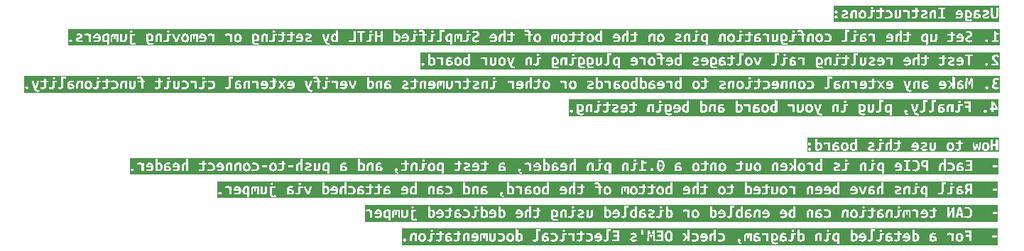
<source format=gbo>
%TF.GenerationSoftware,KiCad,Pcbnew,7.0.8*%
%TF.CreationDate,2024-09-16T14:36:25-04:00*%
%TF.ProjectId,breakout_pcie,62726561-6b6f-4757-945f-706369652e6b,rev?*%
%TF.SameCoordinates,Original*%
%TF.FileFunction,Legend,Bot*%
%TF.FilePolarity,Positive*%
%FSLAX46Y46*%
G04 Gerber Fmt 4.6, Leading zero omitted, Abs format (unit mm)*
G04 Created by KiCad (PCBNEW 7.0.8) date 2024-09-16 14:36:25*
%MOMM*%
%LPD*%
G01*
G04 APERTURE LIST*
%ADD10R,1.700000X1.700000*%
%ADD11O,1.700000X1.700000*%
%ADD12C,2.400000*%
%ADD13C,1.200000*%
%ADD14C,1.316000*%
G04 APERTURE END LIST*
%TO.C,kibuzzard-66E87040*%
G36*
X228555924Y-92192676D02*
G01*
X228468417Y-92192676D01*
X228107189Y-92192676D01*
X226977302Y-92192676D01*
X224402504Y-92192676D01*
X223845961Y-92192676D01*
X222281341Y-92192676D01*
X221647092Y-92192676D01*
X219645638Y-92192676D01*
X218177625Y-92192676D01*
X217803796Y-92192676D01*
X215346607Y-92192676D01*
X213893296Y-92192676D01*
X213177141Y-92192676D01*
X212196365Y-92192676D01*
X211305897Y-92192676D01*
X209776979Y-92192676D01*
X209144830Y-92192676D01*
X207912036Y-92192676D01*
X205839176Y-92192676D01*
X204925606Y-92192676D01*
X203476494Y-92192676D01*
X202426414Y-92192676D01*
X201695557Y-92192676D01*
X200588772Y-92192676D01*
X199526090Y-92192676D01*
X198450808Y-92192676D01*
X197575040Y-92192676D01*
X196125929Y-92192676D01*
X195525283Y-92192676D01*
X193225606Y-92192676D01*
X192324637Y-92192676D01*
X190239176Y-92192676D01*
X189254200Y-92192676D01*
X188044507Y-92192676D01*
X187093134Y-92192676D01*
X186024152Y-92192676D01*
X184988772Y-92192676D01*
X183923990Y-92192676D01*
X182892811Y-92192676D01*
X181903635Y-92192676D01*
X180773748Y-92192676D01*
X179774071Y-92192676D01*
X177623506Y-92192676D01*
X176653231Y-92192676D01*
X174473263Y-92192676D01*
X173274071Y-92192676D01*
X172767932Y-92192676D01*
X171243215Y-92192676D01*
X170352746Y-92192676D01*
X167998465Y-92192676D01*
X166723667Y-92192676D01*
X166123021Y-92192676D01*
X164873425Y-92192676D01*
X164052262Y-92192676D01*
X162924475Y-92192676D01*
X161410258Y-92192676D01*
X160742407Y-92192676D01*
X159373102Y-92192676D01*
X158572940Y-92192676D01*
X157722375Y-92192676D01*
X155590711Y-92192676D01*
X154122698Y-92192676D01*
X153471648Y-92192676D01*
X151491195Y-92192676D01*
X150241599Y-92192676D01*
X149351131Y-92192676D01*
X148046931Y-92192676D01*
X147406381Y-92192676D01*
X146398304Y-92192676D01*
X143941115Y-92192676D01*
X142487803Y-92192676D01*
X141771648Y-92192676D01*
X140790872Y-92192676D01*
X139900404Y-92192676D01*
X138371486Y-92192676D01*
X137739338Y-92192676D01*
X136506543Y-92192676D01*
X134433683Y-92192676D01*
X133345800Y-92192676D01*
X132549838Y-92192676D01*
X131283441Y-92192676D01*
X130371971Y-92192676D01*
X129145477Y-92192676D01*
X128120598Y-92192676D01*
X126404766Y-92192676D01*
X125121567Y-92192676D01*
X123670355Y-92192676D01*
X122882795Y-92192676D01*
X121820113Y-92192676D01*
X120744830Y-92192676D01*
X119869063Y-92192676D01*
X118419952Y-92192676D01*
X117787803Y-92192676D01*
X116555008Y-92192676D01*
X115494426Y-92192676D01*
X114469548Y-92192676D01*
X113845800Y-92192676D01*
X112518498Y-92192676D01*
X112331583Y-92192676D01*
X112244076Y-92192676D01*
X112244076Y-91586430D01*
X112331583Y-91586430D01*
X112388288Y-91727141D01*
X112518498Y-91775444D01*
X112589903Y-91762843D01*
X112649758Y-91726090D01*
X112691761Y-91667286D01*
X112707512Y-91586430D01*
X112691761Y-91507674D01*
X112649758Y-91449919D01*
X112589903Y-91414216D01*
X112518498Y-91401616D01*
X112388288Y-91449919D01*
X112331583Y-91586430D01*
X112244076Y-91586430D01*
X112244076Y-90765267D01*
X113104443Y-90765267D01*
X113143558Y-90902565D01*
X113181099Y-91037237D01*
X113218639Y-91169023D01*
X113257754Y-91297658D01*
X113298970Y-91423405D01*
X113342811Y-91546527D01*
X113389802Y-91666761D01*
X113440468Y-91783845D01*
X113519225Y-91928756D01*
X113605331Y-92028514D01*
X113710339Y-92086268D01*
X113845800Y-92105170D01*
X113964459Y-92094669D01*
X114053716Y-92067367D01*
X114005412Y-91851050D01*
X113930856Y-91877302D01*
X113860501Y-91884653D01*
X113738691Y-91834249D01*
X113669054Y-91720840D01*
X114154523Y-91720840D01*
X114308885Y-91762843D01*
X114469548Y-91775444D01*
X114629160Y-91760743D01*
X114733702Y-91710339D01*
X115215105Y-91710339D01*
X115365267Y-91761793D01*
X115494426Y-91775444D01*
X115587096Y-91768094D01*
X115663489Y-91746042D01*
X115709330Y-91710339D01*
X116265186Y-91710339D01*
X116293538Y-91725040D01*
X116351292Y-91747092D01*
X116438449Y-91767044D01*
X116555008Y-91775444D01*
X116709370Y-91748930D01*
X116735622Y-91729241D01*
X117369871Y-91729241D01*
X117537884Y-91758643D01*
X117656018Y-91771244D01*
X117787803Y-91775444D01*
X117958966Y-91758643D01*
X117973827Y-91752342D01*
X118419952Y-91752342D01*
X118678271Y-91752342D01*
X118678271Y-91229402D01*
X118686147Y-91110218D01*
X118709774Y-91029887D01*
X118837884Y-90968982D01*
X118895638Y-90971082D01*
X118955493Y-90977383D01*
X118955493Y-91752342D01*
X119213813Y-91752342D01*
X119213813Y-91256704D01*
X119404927Y-91256704D01*
X119413328Y-91368800D01*
X119438530Y-91469871D01*
X119478958Y-91558865D01*
X119533037Y-91634733D01*
X119599980Y-91696163D01*
X119678998Y-91741842D01*
X119769043Y-91770194D01*
X119869063Y-91779645D01*
X119969083Y-91770194D01*
X120059128Y-91741842D01*
X120113805Y-91710339D01*
X120465509Y-91710339D01*
X120615670Y-91761793D01*
X120744830Y-91775444D01*
X120837500Y-91768094D01*
X120913893Y-91746042D01*
X120946251Y-91720840D01*
X121505089Y-91720840D01*
X121659451Y-91762843D01*
X121820113Y-91775444D01*
X121979725Y-91760743D01*
X122049418Y-91727141D01*
X122567771Y-91727141D01*
X122700081Y-91761793D01*
X122784612Y-91772032D01*
X122882795Y-91775444D01*
X123023243Y-91765468D01*
X123075402Y-91752342D01*
X123670355Y-91752342D01*
X123928675Y-91752342D01*
X123928675Y-91229402D01*
X123936551Y-91110218D01*
X123960178Y-91029887D01*
X124088288Y-90968982D01*
X124146042Y-90971082D01*
X124205897Y-90977383D01*
X124205897Y-91752342D01*
X124464216Y-91752342D01*
X124464216Y-90796769D01*
X124386773Y-90778393D01*
X124315776Y-90765267D01*
X124726737Y-90765267D01*
X124726737Y-91718740D01*
X124805755Y-91737641D01*
X124900000Y-91756543D01*
X125006321Y-91770719D01*
X125121567Y-91775444D01*
X125232351Y-91767044D01*
X125321082Y-91741842D01*
X125443942Y-91646284D01*
X125505897Y-91500323D01*
X125518498Y-91412116D01*
X125522698Y-91315509D01*
X125522698Y-90765267D01*
X125264378Y-90765267D01*
X125264378Y-91281906D01*
X125256240Y-91400828D01*
X125231826Y-91484572D01*
X125104766Y-91550727D01*
X124987157Y-91540226D01*
X124987157Y-90765267D01*
X124726737Y-90765267D01*
X124315776Y-90765267D01*
X124293053Y-90761066D01*
X124186733Y-90748465D01*
X124071486Y-90744265D01*
X123963853Y-90752403D01*
X123876171Y-90776817D01*
X123753312Y-90869225D01*
X123689257Y-91012036D01*
X123675081Y-91099455D01*
X123670355Y-91195800D01*
X123670355Y-91752342D01*
X123075402Y-91752342D01*
X123142165Y-91735541D01*
X123240610Y-91688288D01*
X123319628Y-91626333D01*
X123379746Y-91550727D01*
X123421486Y-91462520D01*
X123445901Y-91364338D01*
X123454039Y-91258805D01*
X123445638Y-91154847D01*
X123420436Y-91057189D01*
X123377908Y-90968720D01*
X123317528Y-90892326D01*
X123239035Y-90829321D01*
X123142165Y-90781018D01*
X123025868Y-90750303D01*
X122889095Y-90740065D01*
X122729483Y-90752666D01*
X122584572Y-90794669D01*
X122641276Y-91002585D01*
X122734733Y-90976333D01*
X122865994Y-90964782D01*
X123020355Y-90986834D01*
X123120113Y-91047738D01*
X123174717Y-91141195D01*
X123191519Y-91258805D01*
X123172355Y-91380614D01*
X123114863Y-91473021D01*
X123011167Y-91531300D01*
X122853393Y-91550727D01*
X122726333Y-91542326D01*
X122605574Y-91515024D01*
X122567771Y-91727141D01*
X122049418Y-91727141D01*
X122097334Y-91704039D01*
X122170840Y-91585380D01*
X122189742Y-91496910D01*
X122196042Y-91384814D01*
X122196042Y-90979483D01*
X122420759Y-90979483D01*
X122420759Y-90765267D01*
X122196042Y-90765267D01*
X122196042Y-90517447D01*
X121937722Y-90475444D01*
X121937722Y-90765267D01*
X121523990Y-90765267D01*
X121523990Y-90979483D01*
X121937722Y-90979483D01*
X121937722Y-91378514D01*
X121927221Y-91466721D01*
X121897819Y-91519225D01*
X121851616Y-91544426D01*
X121790711Y-91550727D01*
X121724556Y-91548627D01*
X121665751Y-91541276D01*
X121606947Y-91525525D01*
X121540792Y-91498223D01*
X121505089Y-91720840D01*
X120946251Y-91720840D01*
X121023102Y-91660985D01*
X121080856Y-91525525D01*
X121093457Y-91439943D01*
X121097658Y-91342811D01*
X121097658Y-90979483D01*
X121370679Y-90979483D01*
X121370679Y-90765267D01*
X121013651Y-90765267D01*
X120839338Y-90765267D01*
X120839338Y-91376414D01*
X120806785Y-91507674D01*
X120698627Y-91550727D01*
X120612520Y-91541276D01*
X120499111Y-91502423D01*
X120465509Y-91710339D01*
X120113805Y-91710339D01*
X120138409Y-91696163D01*
X120206139Y-91634733D01*
X120261006Y-91558865D01*
X120301696Y-91469871D01*
X120326898Y-91368800D01*
X120335299Y-91256704D01*
X120326636Y-91146183D01*
X120300646Y-91045638D01*
X120259168Y-90956906D01*
X120204039Y-90881826D01*
X120136046Y-90821446D01*
X120055977Y-90776817D01*
X119966195Y-90749253D01*
X119869063Y-90740065D01*
X119770618Y-90749253D01*
X119681099Y-90776817D01*
X119601817Y-90821446D01*
X119534087Y-90881826D01*
X119479221Y-90956906D01*
X119438530Y-91045638D01*
X119413328Y-91146183D01*
X119404927Y-91256704D01*
X119213813Y-91256704D01*
X119213813Y-90796769D01*
X119136369Y-90778393D01*
X119042649Y-90761066D01*
X118936329Y-90748465D01*
X118821082Y-90744265D01*
X118713449Y-90752403D01*
X118625767Y-90776817D01*
X118502908Y-90869225D01*
X118438853Y-91012036D01*
X118424677Y-91099455D01*
X118419952Y-91195800D01*
X118419952Y-91752342D01*
X117973827Y-91752342D01*
X118090226Y-91702989D01*
X118174233Y-91602181D01*
X118203635Y-91449919D01*
X118170032Y-91305008D01*
X118079725Y-91210501D01*
X117949515Y-91159047D01*
X117796204Y-91143296D01*
X117701171Y-91147496D01*
X117617690Y-91160097D01*
X117617690Y-91128595D01*
X117663893Y-91005735D01*
X117726898Y-90968720D01*
X117823506Y-90956381D01*
X117965267Y-90966882D01*
X118075525Y-90992084D01*
X118111228Y-90784168D01*
X117974717Y-90753716D01*
X117884935Y-90743477D01*
X117792003Y-90740065D01*
X117680432Y-90747153D01*
X117589338Y-90768417D01*
X117460178Y-90848223D01*
X117390872Y-90974233D01*
X117369871Y-91141195D01*
X117369871Y-91729241D01*
X116735622Y-91729241D01*
X116815428Y-91669386D01*
X116876858Y-91538914D01*
X116897334Y-91359612D01*
X116897334Y-90521648D01*
X117170355Y-90521648D01*
X117170355Y-90481745D01*
X120849838Y-90481745D01*
X120898142Y-90601454D01*
X121013651Y-90645557D01*
X121128110Y-90601454D01*
X121175363Y-90481745D01*
X121128110Y-90359935D01*
X125663409Y-90359935D01*
X125707512Y-90569952D01*
X125828271Y-90535299D01*
X125965832Y-90517447D01*
X126034087Y-90523748D01*
X126090792Y-90551050D01*
X126129645Y-90610905D01*
X126144346Y-90712763D01*
X126144346Y-90765267D01*
X125739015Y-90765267D01*
X125739015Y-90979483D01*
X126144346Y-90979483D01*
X126144346Y-91752342D01*
X126404766Y-91752342D01*
X126404766Y-91720840D01*
X127805574Y-91720840D01*
X127959935Y-91762843D01*
X128120598Y-91775444D01*
X128280210Y-91760743D01*
X128384752Y-91710339D01*
X128866155Y-91710339D01*
X129016317Y-91761793D01*
X129145477Y-91775444D01*
X129238146Y-91768094D01*
X129314540Y-91746042D01*
X129423748Y-91660985D01*
X129481502Y-91525525D01*
X129494103Y-91439943D01*
X129498304Y-91342811D01*
X129498304Y-90979483D01*
X129771325Y-90979483D01*
X129771325Y-90765267D01*
X129977141Y-90765267D01*
X129977141Y-91718740D01*
X130056159Y-91737641D01*
X130150404Y-91756543D01*
X130256725Y-91770719D01*
X130371971Y-91775444D01*
X130482754Y-91767044D01*
X130571486Y-91741842D01*
X130590387Y-91727141D01*
X130968417Y-91727141D01*
X131100727Y-91761793D01*
X131185258Y-91772032D01*
X131283441Y-91775444D01*
X131423889Y-91765468D01*
X131542811Y-91735541D01*
X131641256Y-91688288D01*
X131720275Y-91626333D01*
X131780392Y-91550727D01*
X131822132Y-91462520D01*
X131846547Y-91364338D01*
X131854685Y-91258805D01*
X131846284Y-91154847D01*
X131821082Y-91057189D01*
X131778554Y-90968720D01*
X131718174Y-90892326D01*
X131639681Y-90829321D01*
X131557551Y-90788368D01*
X132033199Y-90788368D01*
X132079402Y-91027787D01*
X132139257Y-91015186D01*
X132209612Y-91003635D01*
X132278918Y-90996284D01*
X132335622Y-90994184D01*
X132442730Y-90999435D01*
X132549838Y-91019386D01*
X132549838Y-91752342D01*
X132810258Y-91752342D01*
X132810258Y-91710339D01*
X133066478Y-91710339D01*
X133216640Y-91761793D01*
X133345800Y-91775444D01*
X133438469Y-91768094D01*
X133514863Y-91746042D01*
X133539131Y-91727141D01*
X134118659Y-91727141D01*
X134250969Y-91761793D01*
X134335501Y-91772032D01*
X134433683Y-91775444D01*
X134574132Y-91765468D01*
X134693053Y-91735541D01*
X134745558Y-91710339D01*
X136216721Y-91710339D01*
X136245073Y-91725040D01*
X136302827Y-91747092D01*
X136389984Y-91767044D01*
X136506543Y-91775444D01*
X136660905Y-91748930D01*
X136687157Y-91729241D01*
X137321405Y-91729241D01*
X137489418Y-91758643D01*
X137607553Y-91771244D01*
X137739338Y-91775444D01*
X137910501Y-91758643D01*
X137925362Y-91752342D01*
X138371486Y-91752342D01*
X138629806Y-91752342D01*
X138629806Y-91229402D01*
X138637682Y-91110218D01*
X138661309Y-91029887D01*
X138789418Y-90968982D01*
X138847173Y-90971082D01*
X138907027Y-90977383D01*
X138907027Y-91752342D01*
X139165347Y-91752342D01*
X139165347Y-90796769D01*
X139129942Y-90788368D01*
X139383764Y-90788368D01*
X139429968Y-91027787D01*
X139489822Y-91015186D01*
X139560178Y-91003635D01*
X139629483Y-90996284D01*
X139686187Y-90994184D01*
X139793296Y-90999435D01*
X139900404Y-91019386D01*
X139900404Y-91752342D01*
X140160824Y-91752342D01*
X140160824Y-91246204D01*
X140421244Y-91246204D01*
X140422294Y-91298708D01*
X140425444Y-91342811D01*
X141065994Y-91342811D01*
X141046042Y-91429180D01*
X140986187Y-91495073D01*
X140894830Y-91536813D01*
X140780372Y-91550727D01*
X140632310Y-91533926D01*
X140513651Y-91500323D01*
X140477948Y-91720840D01*
X140620759Y-91759693D01*
X140790872Y-91775444D01*
X140910319Y-91767306D01*
X141016640Y-91742892D01*
X141067045Y-91720840D01*
X141456624Y-91720840D01*
X141610985Y-91762843D01*
X141771648Y-91775444D01*
X141931260Y-91760743D01*
X141948684Y-91752342D01*
X142487803Y-91752342D01*
X142756624Y-91752342D01*
X142813328Y-91651010D01*
X142870032Y-91561228D01*
X142925162Y-91481422D01*
X142977141Y-91410016D01*
X143036995Y-91492973D01*
X143090549Y-91573829D01*
X143141478Y-91658360D01*
X143193457Y-91752342D01*
X143455977Y-91752342D01*
X143383522Y-91629483D01*
X143297415Y-91499273D01*
X143202908Y-91368013D01*
X143108971Y-91246204D01*
X143571486Y-91246204D01*
X143572536Y-91298708D01*
X143575687Y-91342811D01*
X144216236Y-91342811D01*
X144196284Y-91429180D01*
X144136430Y-91495073D01*
X144045073Y-91536813D01*
X143930614Y-91550727D01*
X143782553Y-91533926D01*
X143663893Y-91500323D01*
X143628191Y-91720840D01*
X143771002Y-91759693D01*
X143941115Y-91775444D01*
X144060561Y-91767306D01*
X144166882Y-91742892D01*
X144259289Y-91702464D01*
X144336995Y-91646284D01*
X144399212Y-91574616D01*
X144445153Y-91487722D01*
X144473506Y-91385339D01*
X144482956Y-91267205D01*
X144472981Y-91144871D01*
X144443053Y-91038288D01*
X144396850Y-90947718D01*
X144338045Y-90873425D01*
X144268215Y-90815408D01*
X144188934Y-90773667D01*
X144160584Y-90765267D01*
X145656947Y-90765267D01*
X145696062Y-90902565D01*
X145733603Y-91037237D01*
X145771143Y-91169023D01*
X145810258Y-91297658D01*
X145851474Y-91423405D01*
X145895315Y-91546527D01*
X145942306Y-91666761D01*
X145992973Y-91783845D01*
X146071729Y-91928756D01*
X146157835Y-92028514D01*
X146262843Y-92086268D01*
X146398304Y-92105170D01*
X146516963Y-92094669D01*
X146606220Y-92067367D01*
X146557916Y-91851050D01*
X146483360Y-91877302D01*
X146413005Y-91884653D01*
X146291195Y-91834249D01*
X146217690Y-91714540D01*
X146279295Y-91585380D01*
X146340899Y-91444319D01*
X146402504Y-91291357D01*
X146447658Y-91169088D01*
X146490711Y-91040650D01*
X146531664Y-90906043D01*
X146570517Y-90765267D01*
X146301696Y-90765267D01*
X146258643Y-90931179D01*
X146233704Y-91019386D01*
X146207189Y-91107593D01*
X146179099Y-91195012D01*
X146149435Y-91280856D01*
X146087480Y-91439418D01*
X146043376Y-91280856D01*
X146020800Y-91195275D01*
X145999273Y-91108643D01*
X145978534Y-91021224D01*
X145958320Y-90933279D01*
X145921567Y-90765267D01*
X145656947Y-90765267D01*
X144160584Y-90765267D01*
X144103877Y-90748465D01*
X144016721Y-90740065D01*
X143882777Y-90754416D01*
X143772168Y-90797469D01*
X143684895Y-90869225D01*
X143621890Y-90968516D01*
X143584087Y-91094175D01*
X143571486Y-91246204D01*
X143108971Y-91246204D01*
X143107351Y-91244103D01*
X143453877Y-90765267D01*
X143182956Y-90765267D01*
X142964540Y-91073990D01*
X142762924Y-90765267D01*
X142500404Y-90765267D01*
X142819628Y-91239903D01*
X142720921Y-91369063D01*
X142628514Y-91506624D01*
X142548708Y-91638934D01*
X142487803Y-91752342D01*
X141948684Y-91752342D01*
X142048869Y-91704039D01*
X142122375Y-91585380D01*
X142141276Y-91496910D01*
X142147577Y-91384814D01*
X142147577Y-90979483D01*
X142372294Y-90979483D01*
X142372294Y-90765267D01*
X142147577Y-90765267D01*
X142147577Y-90517447D01*
X141889257Y-90475444D01*
X141889257Y-90765267D01*
X141475525Y-90765267D01*
X141475525Y-90979483D01*
X141889257Y-90979483D01*
X141889257Y-91378514D01*
X141878756Y-91466721D01*
X141849354Y-91519225D01*
X141803150Y-91544426D01*
X141742246Y-91550727D01*
X141676090Y-91548627D01*
X141617286Y-91541276D01*
X141558481Y-91525525D01*
X141492326Y-91498223D01*
X141456624Y-91720840D01*
X141067045Y-91720840D01*
X141109047Y-91702464D01*
X141186753Y-91646284D01*
X141248970Y-91574616D01*
X141294911Y-91487722D01*
X141323263Y-91385339D01*
X141332714Y-91267205D01*
X141322738Y-91144871D01*
X141292811Y-91038288D01*
X141246607Y-90947718D01*
X141187803Y-90873425D01*
X141117973Y-90815408D01*
X141038691Y-90773667D01*
X140953635Y-90748465D01*
X140866478Y-90740065D01*
X140732535Y-90754416D01*
X140621926Y-90797469D01*
X140534653Y-90869225D01*
X140471648Y-90968516D01*
X140433845Y-91094175D01*
X140421244Y-91246204D01*
X140160824Y-91246204D01*
X140160824Y-90830372D01*
X140056603Y-90796244D01*
X139949758Y-90769467D01*
X139832411Y-90752141D01*
X139696688Y-90746365D01*
X139636834Y-90748465D01*
X139553877Y-90755816D01*
X139464620Y-90768417D01*
X139383764Y-90788368D01*
X139129942Y-90788368D01*
X139087904Y-90778393D01*
X138994184Y-90761066D01*
X138887863Y-90748465D01*
X138772617Y-90744265D01*
X138664984Y-90752403D01*
X138577302Y-90776817D01*
X138454443Y-90869225D01*
X138390388Y-91012036D01*
X138376212Y-91099455D01*
X138371486Y-91195800D01*
X138371486Y-91752342D01*
X137925362Y-91752342D01*
X138041761Y-91702989D01*
X138125767Y-91602181D01*
X138155170Y-91449919D01*
X138121567Y-91305008D01*
X138031260Y-91210501D01*
X137901050Y-91159047D01*
X137747738Y-91143296D01*
X137652706Y-91147496D01*
X137569225Y-91160097D01*
X137569225Y-91128595D01*
X137615428Y-91005735D01*
X137678433Y-90968720D01*
X137775040Y-90956381D01*
X137916801Y-90966882D01*
X138027060Y-90992084D01*
X138062763Y-90784168D01*
X137926252Y-90753716D01*
X137836470Y-90743477D01*
X137743538Y-90740065D01*
X137631967Y-90747153D01*
X137540872Y-90768417D01*
X137411712Y-90848223D01*
X137342407Y-90974233D01*
X137321405Y-91141195D01*
X137321405Y-91729241D01*
X136687157Y-91729241D01*
X136766963Y-91669386D01*
X136828393Y-91538914D01*
X136848869Y-91359612D01*
X136848869Y-90521648D01*
X137121890Y-90521648D01*
X137121890Y-90359935D01*
X146665024Y-90359935D01*
X146709128Y-90569952D01*
X146829887Y-90535299D01*
X146967447Y-90517447D01*
X147035703Y-90523748D01*
X147092407Y-90551050D01*
X147131260Y-90610905D01*
X147145961Y-90712763D01*
X147145961Y-90765267D01*
X146740630Y-90765267D01*
X146740630Y-90979483D01*
X147145961Y-90979483D01*
X147145961Y-91752342D01*
X147406381Y-91752342D01*
X147406381Y-91710339D01*
X147767609Y-91710339D01*
X147917771Y-91761793D01*
X148046931Y-91775444D01*
X148139600Y-91768094D01*
X148215994Y-91746042D01*
X148325202Y-91660985D01*
X148382956Y-91525525D01*
X148395557Y-91439943D01*
X148399758Y-91342811D01*
X148399758Y-90979483D01*
X148672779Y-90979483D01*
X148672779Y-90788368D01*
X148834491Y-90788368D01*
X148880695Y-91027787D01*
X148940549Y-91015186D01*
X149010905Y-91003635D01*
X149080210Y-90996284D01*
X149136914Y-90994184D01*
X149244023Y-90999435D01*
X149351131Y-91019386D01*
X149351131Y-91752342D01*
X149611551Y-91752342D01*
X149611551Y-91246204D01*
X149871971Y-91246204D01*
X149873021Y-91298708D01*
X149876171Y-91342811D01*
X150516721Y-91342811D01*
X150496769Y-91429180D01*
X150436914Y-91495073D01*
X150345557Y-91536813D01*
X150231099Y-91550727D01*
X150083037Y-91533926D01*
X149964378Y-91500323D01*
X149928675Y-91720840D01*
X150071486Y-91759693D01*
X150241599Y-91775444D01*
X150361046Y-91767306D01*
X150467367Y-91742892D01*
X150559774Y-91702464D01*
X150637480Y-91646284D01*
X150699697Y-91574616D01*
X150745638Y-91487722D01*
X150773990Y-91385339D01*
X150783441Y-91267205D01*
X150773465Y-91144871D01*
X150743538Y-91038288D01*
X150697334Y-90947718D01*
X150638530Y-90873425D01*
X150568700Y-90815408D01*
X150489418Y-90773667D01*
X150461068Y-90765267D01*
X150877948Y-90765267D01*
X150923233Y-90911425D01*
X150970880Y-91051676D01*
X151020891Y-91186021D01*
X151073263Y-91314459D01*
X151143269Y-91474654D01*
X151210474Y-91620616D01*
X151274879Y-91752342D01*
X151491195Y-91752342D01*
X151554550Y-91620616D01*
X151618605Y-91474654D01*
X151683360Y-91314459D01*
X151731598Y-91186021D01*
X151778655Y-91051676D01*
X151824530Y-90911425D01*
X151869225Y-90765267D01*
X151598304Y-90765267D01*
X151577565Y-90847698D01*
X151553150Y-90935380D01*
X151526111Y-91025949D01*
X151497496Y-91117044D01*
X151467831Y-91207088D01*
X151437641Y-91294507D01*
X151379887Y-91452019D01*
X151318982Y-91294507D01*
X151285642Y-91207088D01*
X151252827Y-91117044D01*
X151220800Y-91025949D01*
X151189822Y-90935380D01*
X151162258Y-90847698D01*
X151140468Y-90765267D01*
X150877948Y-90765267D01*
X150461068Y-90765267D01*
X150404362Y-90748465D01*
X150317205Y-90740065D01*
X150183262Y-90754416D01*
X150072653Y-90797469D01*
X149985380Y-90869225D01*
X149922375Y-90968516D01*
X149884572Y-91094175D01*
X149871971Y-91246204D01*
X149611551Y-91246204D01*
X149611551Y-90830372D01*
X149507330Y-90796244D01*
X149400485Y-90769467D01*
X149283138Y-90752141D01*
X149147415Y-90746365D01*
X149087561Y-90748465D01*
X149004604Y-90755816D01*
X148915347Y-90768417D01*
X148834491Y-90788368D01*
X148672779Y-90788368D01*
X148672779Y-90765267D01*
X148315751Y-90765267D01*
X148141438Y-90765267D01*
X148141438Y-91376414D01*
X148108885Y-91507674D01*
X148000727Y-91550727D01*
X147914620Y-91541276D01*
X147801212Y-91502423D01*
X147767609Y-91710339D01*
X147406381Y-91710339D01*
X147406381Y-90979483D01*
X147622698Y-90979483D01*
X147622698Y-90765267D01*
X147406381Y-90765267D01*
X147406381Y-90708562D01*
X147397718Y-90599091D01*
X147371729Y-90510097D01*
X147350701Y-90481745D01*
X148151939Y-90481745D01*
X148200242Y-90601454D01*
X148315751Y-90645557D01*
X148430210Y-90601454D01*
X148477464Y-90481745D01*
X148430210Y-90359935D01*
X148315751Y-90315832D01*
X148200242Y-90359935D01*
X148151939Y-90481745D01*
X147350701Y-90481745D01*
X147278271Y-90384087D01*
X147143861Y-90316882D01*
X146988449Y-90296931D01*
X146820436Y-90311632D01*
X146665024Y-90359935D01*
X137121890Y-90359935D01*
X137121890Y-90307431D01*
X136590549Y-90307431D01*
X136590549Y-91378514D01*
X136550646Y-91515024D01*
X136449838Y-91550727D01*
X136319628Y-91529725D01*
X136250323Y-91502423D01*
X136216721Y-91710339D01*
X134745558Y-91710339D01*
X134791498Y-91688288D01*
X134870517Y-91626333D01*
X134930634Y-91550727D01*
X134972375Y-91462520D01*
X134996789Y-91364338D01*
X135004927Y-91258805D01*
X134996527Y-91154847D01*
X134971325Y-91057189D01*
X134928796Y-90968720D01*
X134868417Y-90892326D01*
X134789923Y-90829321D01*
X134693053Y-90781018D01*
X134576757Y-90750303D01*
X134439984Y-90740065D01*
X134280372Y-90752666D01*
X134135460Y-90794669D01*
X134192165Y-91002585D01*
X134285622Y-90976333D01*
X134416882Y-90964782D01*
X134571244Y-90986834D01*
X134671002Y-91047738D01*
X134725606Y-91141195D01*
X134742407Y-91258805D01*
X134723243Y-91380614D01*
X134665751Y-91473021D01*
X134562056Y-91531300D01*
X134404281Y-91550727D01*
X134277221Y-91542326D01*
X134156462Y-91515024D01*
X134118659Y-91727141D01*
X133539131Y-91727141D01*
X133624071Y-91660985D01*
X133681826Y-91525525D01*
X133694426Y-91439943D01*
X133698627Y-91342811D01*
X133698627Y-90979483D01*
X133971648Y-90979483D01*
X133971648Y-90765267D01*
X133614620Y-90765267D01*
X133440307Y-90765267D01*
X133440307Y-91376414D01*
X133407754Y-91507674D01*
X133299596Y-91550727D01*
X133213489Y-91541276D01*
X133100081Y-91502423D01*
X133066478Y-91710339D01*
X132810258Y-91710339D01*
X132810258Y-90830372D01*
X132706038Y-90796244D01*
X132599192Y-90769467D01*
X132481846Y-90752141D01*
X132346123Y-90746365D01*
X132286268Y-90748465D01*
X132203312Y-90755816D01*
X132114055Y-90768417D01*
X132033199Y-90788368D01*
X131557551Y-90788368D01*
X131542811Y-90781018D01*
X131426515Y-90750303D01*
X131289742Y-90740065D01*
X131130129Y-90752666D01*
X130985218Y-90794669D01*
X131041922Y-91002585D01*
X131135380Y-90976333D01*
X131266640Y-90964782D01*
X131421002Y-90986834D01*
X131520759Y-91047738D01*
X131575363Y-91141195D01*
X131592165Y-91258805D01*
X131573001Y-91380614D01*
X131515509Y-91473021D01*
X131411813Y-91531300D01*
X131254039Y-91550727D01*
X131126979Y-91542326D01*
X131006220Y-91515024D01*
X130968417Y-91727141D01*
X130590387Y-91727141D01*
X130694346Y-91646284D01*
X130756300Y-91500323D01*
X130768901Y-91412116D01*
X130773102Y-91315509D01*
X130773102Y-90765267D01*
X130514782Y-90765267D01*
X130514782Y-91281906D01*
X130506644Y-91400828D01*
X130482229Y-91484572D01*
X130355170Y-91550727D01*
X130237561Y-91540226D01*
X130237561Y-90765267D01*
X129977141Y-90765267D01*
X129771325Y-90765267D01*
X129414297Y-90765267D01*
X129239984Y-90765267D01*
X129239984Y-91376414D01*
X129207431Y-91507674D01*
X129099273Y-91550727D01*
X129013166Y-91541276D01*
X128899758Y-91502423D01*
X128866155Y-91710339D01*
X128384752Y-91710339D01*
X128397819Y-91704039D01*
X128471325Y-91585380D01*
X128490226Y-91496910D01*
X128496527Y-91384814D01*
X128496527Y-90979483D01*
X128721244Y-90979483D01*
X128721244Y-90765267D01*
X128496527Y-90765267D01*
X128496527Y-90517447D01*
X128276958Y-90481745D01*
X129250485Y-90481745D01*
X129298788Y-90601454D01*
X129414297Y-90645557D01*
X129528756Y-90601454D01*
X129576010Y-90481745D01*
X133450808Y-90481745D01*
X133499111Y-90601454D01*
X133614620Y-90645557D01*
X133729079Y-90601454D01*
X133776333Y-90481745D01*
X133729079Y-90359935D01*
X133614620Y-90315832D01*
X133499111Y-90359935D01*
X133450808Y-90481745D01*
X129576010Y-90481745D01*
X129528756Y-90359935D01*
X129414297Y-90315832D01*
X129298788Y-90359935D01*
X129250485Y-90481745D01*
X128276958Y-90481745D01*
X128238207Y-90475444D01*
X128238207Y-90765267D01*
X127824475Y-90765267D01*
X127824475Y-90979483D01*
X128238207Y-90979483D01*
X128238207Y-91378514D01*
X128227706Y-91466721D01*
X128198304Y-91519225D01*
X128152100Y-91544426D01*
X128091195Y-91550727D01*
X128025040Y-91548627D01*
X127966236Y-91541276D01*
X127907431Y-91525525D01*
X127841276Y-91498223D01*
X127805574Y-91720840D01*
X126404766Y-91720840D01*
X126404766Y-90979483D01*
X126621082Y-90979483D01*
X126621082Y-90765267D01*
X126404766Y-90765267D01*
X126404766Y-90708562D01*
X126396103Y-90599091D01*
X126370113Y-90510097D01*
X126276656Y-90384087D01*
X126142246Y-90316882D01*
X125986834Y-90296931D01*
X125818821Y-90311632D01*
X125663409Y-90359935D01*
X121128110Y-90359935D01*
X121013651Y-90315832D01*
X120898142Y-90359935D01*
X120849838Y-90481745D01*
X117170355Y-90481745D01*
X117170355Y-90307431D01*
X116639015Y-90307431D01*
X116639015Y-91378514D01*
X116599111Y-91515024D01*
X116498304Y-91550727D01*
X116368094Y-91529725D01*
X116298788Y-91502423D01*
X116265186Y-91710339D01*
X115709330Y-91710339D01*
X115772698Y-91660985D01*
X115830452Y-91525525D01*
X115843053Y-91439943D01*
X115847254Y-91342811D01*
X115847254Y-90979483D01*
X116120275Y-90979483D01*
X116120275Y-90765267D01*
X115763247Y-90765267D01*
X115588934Y-90765267D01*
X115588934Y-91376414D01*
X115556381Y-91507674D01*
X115448223Y-91550727D01*
X115362116Y-91541276D01*
X115248708Y-91502423D01*
X115215105Y-91710339D01*
X114733702Y-91710339D01*
X114746769Y-91704039D01*
X114820275Y-91585380D01*
X114839176Y-91496910D01*
X114845477Y-91384814D01*
X114845477Y-90979483D01*
X115070194Y-90979483D01*
X115070194Y-90765267D01*
X114845477Y-90765267D01*
X114845477Y-90517447D01*
X114625908Y-90481745D01*
X115599435Y-90481745D01*
X115647738Y-90601454D01*
X115763247Y-90645557D01*
X115877706Y-90601454D01*
X115924960Y-90481745D01*
X115877706Y-90359935D01*
X115763247Y-90315832D01*
X115647738Y-90359935D01*
X115599435Y-90481745D01*
X114625908Y-90481745D01*
X114587157Y-90475444D01*
X114587157Y-90765267D01*
X114173425Y-90765267D01*
X114173425Y-90979483D01*
X114587157Y-90979483D01*
X114587157Y-91378514D01*
X114576656Y-91466721D01*
X114547254Y-91519225D01*
X114501050Y-91544426D01*
X114440145Y-91550727D01*
X114373990Y-91548627D01*
X114315186Y-91541276D01*
X114256381Y-91525525D01*
X114190226Y-91498223D01*
X114154523Y-91720840D01*
X113669054Y-91720840D01*
X113665186Y-91714540D01*
X113726791Y-91585380D01*
X113788395Y-91444319D01*
X113850000Y-91291357D01*
X113895153Y-91169088D01*
X113938207Y-91040650D01*
X113979160Y-90906043D01*
X114018013Y-90765267D01*
X113749192Y-90765267D01*
X113706139Y-90931179D01*
X113681200Y-91019386D01*
X113654685Y-91107593D01*
X113626595Y-91195012D01*
X113596931Y-91280856D01*
X113534976Y-91439418D01*
X113490872Y-91280856D01*
X113468296Y-91195275D01*
X113446769Y-91108643D01*
X113426030Y-91021224D01*
X113405816Y-90933279D01*
X113369063Y-90765267D01*
X113104443Y-90765267D01*
X112244076Y-90765267D01*
X112244076Y-90294830D01*
X153095719Y-90294830D01*
X153095719Y-91722940D01*
X153175000Y-91743942D01*
X153270032Y-91760743D01*
X153371890Y-91771769D01*
X153471648Y-91775444D01*
X153613175Y-91760276D01*
X153633498Y-91752342D01*
X154122698Y-91752342D01*
X154381018Y-91752342D01*
X154381018Y-91229402D01*
X154388893Y-91110218D01*
X154412520Y-91029887D01*
X154540630Y-90968982D01*
X154598384Y-90971082D01*
X154658239Y-90977383D01*
X154658239Y-91752342D01*
X154916559Y-91752342D01*
X154916559Y-91729241D01*
X155172779Y-91729241D01*
X155340792Y-91758643D01*
X155458926Y-91771244D01*
X155590711Y-91775444D01*
X155761874Y-91758643D01*
X155893134Y-91702989D01*
X155977141Y-91602181D01*
X156000865Y-91479321D01*
X157270840Y-91479321D01*
X157293942Y-91594830D01*
X157370598Y-91689338D01*
X157510258Y-91752342D01*
X157606341Y-91769669D01*
X157722375Y-91775444D01*
X157841034Y-91768094D01*
X157940792Y-91746042D01*
X158010350Y-91720840D01*
X158257916Y-91720840D01*
X158412278Y-91762843D01*
X158572940Y-91775444D01*
X158732553Y-91760743D01*
X158749977Y-91752342D01*
X159373102Y-91752342D01*
X159631422Y-91752342D01*
X159631422Y-91229402D01*
X159639297Y-91110218D01*
X159662924Y-91029887D01*
X159791034Y-90968982D01*
X159848788Y-90971082D01*
X159908643Y-90977383D01*
X159908643Y-91752342D01*
X160166963Y-91752342D01*
X160166963Y-91246204D01*
X160372779Y-91246204D01*
X160373829Y-91298708D01*
X160376979Y-91342811D01*
X161017528Y-91342811D01*
X160997577Y-91429180D01*
X160937722Y-91495073D01*
X160846365Y-91536813D01*
X160731906Y-91550727D01*
X160583845Y-91533926D01*
X160465186Y-91500323D01*
X160429483Y-91720840D01*
X160572294Y-91759693D01*
X160742407Y-91775444D01*
X160861854Y-91767306D01*
X160927020Y-91752342D01*
X161410258Y-91752342D01*
X161620275Y-91752342D01*
X161620275Y-91149596D01*
X161627625Y-91055089D01*
X161646527Y-91000485D01*
X161673829Y-90975283D01*
X161706381Y-90968982D01*
X161746284Y-90972132D01*
X161784087Y-90983683D01*
X161773586Y-91071890D01*
X161769386Y-91178998D01*
X161769386Y-91376414D01*
X161979402Y-91376414D01*
X161979402Y-91149596D01*
X161999354Y-91008885D01*
X162063409Y-90968982D01*
X162093861Y-90971082D01*
X162128514Y-90977383D01*
X162128514Y-91752342D01*
X162338530Y-91752342D01*
X162338530Y-90803069D01*
X162176817Y-90767367D01*
X162153367Y-90765267D01*
X162529645Y-90765267D01*
X162529645Y-91718740D01*
X162608663Y-91737641D01*
X162702908Y-91756543D01*
X162809229Y-91770719D01*
X162924475Y-91775444D01*
X163035258Y-91767044D01*
X163123990Y-91741842D01*
X163246850Y-91646284D01*
X163308805Y-91500323D01*
X163321405Y-91412116D01*
X163325606Y-91315509D01*
X163325606Y-90788368D01*
X163535622Y-90788368D01*
X163581826Y-91027787D01*
X163641680Y-91015186D01*
X163712036Y-91003635D01*
X163781341Y-90996284D01*
X163838045Y-90994184D01*
X163945153Y-90999435D01*
X164052262Y-91019386D01*
X164052262Y-91752342D01*
X164312682Y-91752342D01*
X164312682Y-91720840D01*
X164558401Y-91720840D01*
X164712763Y-91762843D01*
X164873425Y-91775444D01*
X165033037Y-91760743D01*
X165150646Y-91704039D01*
X165224152Y-91585380D01*
X165243053Y-91496910D01*
X165244042Y-91479321D01*
X165671486Y-91479321D01*
X165694588Y-91594830D01*
X165771244Y-91689338D01*
X165910905Y-91752342D01*
X166006987Y-91769669D01*
X166123021Y-91775444D01*
X166241680Y-91768094D01*
X166312938Y-91752342D01*
X166723667Y-91752342D01*
X166981987Y-91752342D01*
X166981987Y-91229402D01*
X166989863Y-91110218D01*
X167013489Y-91029887D01*
X167141599Y-90968982D01*
X167199354Y-90971082D01*
X167259208Y-90977383D01*
X167259208Y-91752342D01*
X167517528Y-91752342D01*
X167517528Y-91710339D01*
X167719144Y-91710339D01*
X167869305Y-91761793D01*
X167998465Y-91775444D01*
X168091135Y-91768094D01*
X168167528Y-91746042D01*
X168276737Y-91660985D01*
X168334491Y-91525525D01*
X168347092Y-91439943D01*
X168351292Y-91342811D01*
X168351292Y-90979483D01*
X168624313Y-90979483D01*
X168624313Y-90788368D01*
X169836107Y-90788368D01*
X169882310Y-91027787D01*
X169942165Y-91015186D01*
X170012520Y-91003635D01*
X170081826Y-90996284D01*
X170138530Y-90994184D01*
X170245638Y-90999435D01*
X170352746Y-91019386D01*
X170352746Y-91752342D01*
X170613166Y-91752342D01*
X170613166Y-91246204D01*
X170873586Y-91246204D01*
X170874637Y-91298708D01*
X170877787Y-91342811D01*
X171518336Y-91342811D01*
X171498384Y-91429180D01*
X171438530Y-91495073D01*
X171347173Y-91536813D01*
X171232714Y-91550727D01*
X171084653Y-91533926D01*
X170965994Y-91500323D01*
X170930291Y-91720840D01*
X171073102Y-91759693D01*
X171243215Y-91775444D01*
X171362662Y-91767306D01*
X171427828Y-91752342D01*
X171974071Y-91752342D01*
X172232391Y-91752342D01*
X172232391Y-91229402D01*
X172240267Y-91110218D01*
X172263893Y-91029887D01*
X172383603Y-90968982D01*
X172453958Y-90977383D01*
X172509612Y-90992084D01*
X172509612Y-91752342D01*
X172767932Y-91752342D01*
X172767932Y-91720840D01*
X172959047Y-91720840D01*
X173113409Y-91762843D01*
X173274071Y-91775444D01*
X173433683Y-91760743D01*
X173551292Y-91704039D01*
X173624798Y-91585380D01*
X173643700Y-91496910D01*
X173650000Y-91384814D01*
X173650000Y-91256704D01*
X174009128Y-91256704D01*
X174017528Y-91368800D01*
X174042730Y-91469871D01*
X174083158Y-91558865D01*
X174137237Y-91634733D01*
X174204180Y-91696163D01*
X174283199Y-91741842D01*
X174373243Y-91770194D01*
X174473263Y-91779645D01*
X174573284Y-91770194D01*
X174663328Y-91741842D01*
X174742609Y-91696163D01*
X174810339Y-91634733D01*
X174865206Y-91558865D01*
X174905897Y-91469871D01*
X174931099Y-91368800D01*
X174939499Y-91256704D01*
X174930836Y-91146183D01*
X174904847Y-91045638D01*
X174863368Y-90956906D01*
X174808239Y-90881826D01*
X174740246Y-90821446D01*
X174680901Y-90788368D01*
X176136591Y-90788368D01*
X176182795Y-91027787D01*
X176242649Y-91015186D01*
X176313005Y-91003635D01*
X176382310Y-90996284D01*
X176439015Y-90994184D01*
X176546123Y-90999435D01*
X176653231Y-91019386D01*
X176653231Y-91752342D01*
X176913651Y-91752342D01*
X176913651Y-91256704D01*
X177159370Y-91256704D01*
X177167771Y-91368800D01*
X177192973Y-91469871D01*
X177233401Y-91558865D01*
X177287480Y-91634733D01*
X177354422Y-91696163D01*
X177433441Y-91741842D01*
X177523485Y-91770194D01*
X177623506Y-91779645D01*
X177723526Y-91770194D01*
X177813570Y-91741842D01*
X177892851Y-91696163D01*
X177960582Y-91634733D01*
X178015448Y-91558865D01*
X178051818Y-91479321D01*
X179322536Y-91479321D01*
X179345638Y-91594830D01*
X179422294Y-91689338D01*
X179561955Y-91752342D01*
X179658037Y-91769669D01*
X179774071Y-91775444D01*
X179892730Y-91768094D01*
X179992488Y-91746042D01*
X180137399Y-91693538D01*
X180097496Y-91477221D01*
X179941034Y-91531826D01*
X179771971Y-91557027D01*
X179627060Y-91543376D01*
X179576656Y-91487722D01*
X179592407Y-91441519D01*
X179636511Y-91408966D01*
X179701616Y-91382714D01*
X179778271Y-91357512D01*
X179893780Y-91318659D01*
X180000889Y-91263005D01*
X180080695Y-91177948D01*
X180112197Y-91048788D01*
X180088045Y-90930129D01*
X180012439Y-90831422D01*
X179881179Y-90764216D01*
X179793498Y-90746103D01*
X179690065Y-90740065D01*
X179596870Y-90743740D01*
X179510501Y-90754766D01*
X179366640Y-90796769D01*
X179406543Y-91015186D01*
X179517851Y-90980533D01*
X179687964Y-90956381D01*
X179821325Y-90980533D01*
X179855977Y-91031987D01*
X179840226Y-91072940D01*
X179798223Y-91105493D01*
X179737318Y-91133845D01*
X179662763Y-91160097D01*
X179545153Y-91202100D01*
X179434895Y-91259855D01*
X179354039Y-91348061D01*
X179322536Y-91479321D01*
X178051818Y-91479321D01*
X178056139Y-91469871D01*
X178081341Y-91368800D01*
X178089742Y-91256704D01*
X178081078Y-91146183D01*
X178055089Y-91045638D01*
X178013611Y-90956906D01*
X177958481Y-90881826D01*
X177890489Y-90821446D01*
X177810420Y-90776817D01*
X177720638Y-90749253D01*
X177623506Y-90740065D01*
X177525061Y-90749253D01*
X177435541Y-90776817D01*
X177356260Y-90821446D01*
X177288530Y-90881826D01*
X177233663Y-90956906D01*
X177192973Y-91045638D01*
X177167771Y-91146183D01*
X177159370Y-91256704D01*
X176913651Y-91256704D01*
X176913651Y-90830372D01*
X176809431Y-90796244D01*
X176702585Y-90769467D01*
X176585238Y-90752141D01*
X176449515Y-90746365D01*
X176389661Y-90748465D01*
X176306704Y-90755816D01*
X176217447Y-90768417D01*
X176136591Y-90788368D01*
X174680901Y-90788368D01*
X174660178Y-90776817D01*
X174570396Y-90749253D01*
X174473263Y-90740065D01*
X174374818Y-90749253D01*
X174285299Y-90776817D01*
X174206018Y-90821446D01*
X174138288Y-90881826D01*
X174083421Y-90956906D01*
X174042730Y-91045638D01*
X174017528Y-91146183D01*
X174009128Y-91256704D01*
X173650000Y-91256704D01*
X173650000Y-90979483D01*
X173874717Y-90979483D01*
X173874717Y-90765267D01*
X173650000Y-90765267D01*
X173650000Y-90517447D01*
X173391680Y-90475444D01*
X173391680Y-90765267D01*
X172977948Y-90765267D01*
X172977948Y-90979483D01*
X173391680Y-90979483D01*
X173391680Y-91378514D01*
X173381179Y-91466721D01*
X173351777Y-91519225D01*
X173305574Y-91544426D01*
X173244669Y-91550727D01*
X173178514Y-91548627D01*
X173119709Y-91541276D01*
X173060905Y-91525525D01*
X172994750Y-91498223D01*
X172959047Y-91720840D01*
X172767932Y-91720840D01*
X172767932Y-90338934D01*
X172509612Y-90294830D01*
X180397819Y-90294830D01*
X180397819Y-91722940D01*
X180477100Y-91743942D01*
X180572132Y-91760743D01*
X180673990Y-91771769D01*
X180773748Y-91775444D01*
X180915276Y-91760276D01*
X181031835Y-91714773D01*
X181123425Y-91638934D01*
X181189347Y-91536726D01*
X181228900Y-91412116D01*
X181242084Y-91265105D01*
X181231000Y-91115410D01*
X181197747Y-90988350D01*
X181142326Y-90883926D01*
X181065204Y-90806336D01*
X181027241Y-90788368D01*
X181386995Y-90788368D01*
X181433199Y-91027787D01*
X181493053Y-91015186D01*
X181563409Y-91003635D01*
X181632714Y-90996284D01*
X181689418Y-90994184D01*
X181796527Y-90999435D01*
X181903635Y-91019386D01*
X181903635Y-91752342D01*
X182164055Y-91752342D01*
X182164055Y-91729241D01*
X182474879Y-91729241D01*
X182642892Y-91758643D01*
X182761026Y-91771244D01*
X182892811Y-91775444D01*
X183063974Y-91758643D01*
X183195234Y-91702989D01*
X183279241Y-91602181D01*
X183308643Y-91449919D01*
X183275040Y-91305008D01*
X183228883Y-91256704D01*
X183459855Y-91256704D01*
X183468255Y-91368800D01*
X183493457Y-91469871D01*
X183533885Y-91558865D01*
X183587964Y-91634733D01*
X183654907Y-91696163D01*
X183733926Y-91741842D01*
X183823970Y-91770194D01*
X183923990Y-91779645D01*
X184024011Y-91770194D01*
X184114055Y-91741842D01*
X184193336Y-91696163D01*
X184261066Y-91634733D01*
X184315933Y-91558865D01*
X184356624Y-91469871D01*
X184381826Y-91368800D01*
X184390069Y-91258805D01*
X184514136Y-91258805D01*
X184522011Y-91370901D01*
X184545638Y-91471971D01*
X184584491Y-91560440D01*
X184638045Y-91634733D01*
X184705775Y-91694326D01*
X184787157Y-91738691D01*
X184881664Y-91766256D01*
X184988772Y-91775444D01*
X185090630Y-91771769D01*
X185194588Y-91760743D01*
X185291195Y-91743942D01*
X185371002Y-91722940D01*
X185371002Y-90338934D01*
X185112682Y-90294830D01*
X185648223Y-90294830D01*
X185648223Y-91722940D01*
X185727504Y-91743942D01*
X185822536Y-91760743D01*
X185924394Y-91771769D01*
X186024152Y-91775444D01*
X186165679Y-91760276D01*
X186245177Y-91729241D01*
X186675202Y-91729241D01*
X186843215Y-91758643D01*
X186961349Y-91771244D01*
X187093134Y-91775444D01*
X187264297Y-91758643D01*
X187395557Y-91702989D01*
X187479564Y-91602181D01*
X187508966Y-91449919D01*
X187475363Y-91305008D01*
X187419173Y-91246204D01*
X187674879Y-91246204D01*
X187675929Y-91298708D01*
X187679079Y-91342811D01*
X188319628Y-91342811D01*
X188299677Y-91429180D01*
X188239822Y-91495073D01*
X188148465Y-91536813D01*
X188034006Y-91550727D01*
X187885945Y-91533926D01*
X187767286Y-91500323D01*
X187731583Y-91720840D01*
X187874394Y-91759693D01*
X188044507Y-91775444D01*
X188163954Y-91767306D01*
X188270275Y-91742892D01*
X188362682Y-91702464D01*
X188440388Y-91646284D01*
X188502605Y-91574616D01*
X188548546Y-91487722D01*
X188576898Y-91385339D01*
X188586349Y-91267205D01*
X188576373Y-91144871D01*
X188546446Y-91038288D01*
X188500242Y-90947718D01*
X188441438Y-90873425D01*
X188371607Y-90815408D01*
X188320248Y-90788368D01*
X188737561Y-90788368D01*
X188783764Y-91027787D01*
X188843619Y-91015186D01*
X188913974Y-91003635D01*
X188983279Y-90996284D01*
X189039984Y-90994184D01*
X189147092Y-90999435D01*
X189254200Y-91019386D01*
X189254200Y-91752342D01*
X189514620Y-91752342D01*
X189514620Y-91258805D01*
X189764540Y-91258805D01*
X189772415Y-91370901D01*
X189796042Y-91471971D01*
X189834895Y-91560440D01*
X189888449Y-91634733D01*
X189956179Y-91694326D01*
X190037561Y-91738691D01*
X190132068Y-91766256D01*
X190239176Y-91775444D01*
X190341034Y-91771769D01*
X190444992Y-91760743D01*
X190541599Y-91743942D01*
X190621405Y-91722940D01*
X190621405Y-91256704D01*
X191860501Y-91256704D01*
X191868901Y-91368800D01*
X191894103Y-91469871D01*
X191934532Y-91558865D01*
X191988611Y-91634733D01*
X192055553Y-91696163D01*
X192134572Y-91741842D01*
X192224616Y-91770194D01*
X192324637Y-91779645D01*
X192424657Y-91770194D01*
X192514701Y-91741842D01*
X192551152Y-91720840D01*
X192910582Y-91720840D01*
X193064943Y-91762843D01*
X193225606Y-91775444D01*
X193385218Y-91760743D01*
X193502827Y-91704039D01*
X193576333Y-91585380D01*
X193595234Y-91496910D01*
X193596223Y-91479321D01*
X195073748Y-91479321D01*
X195096850Y-91594830D01*
X195173506Y-91689338D01*
X195313166Y-91752342D01*
X195409249Y-91769669D01*
X195525283Y-91775444D01*
X195643942Y-91768094D01*
X195715200Y-91752342D01*
X196125929Y-91752342D01*
X196384249Y-91752342D01*
X196384249Y-91229402D01*
X196392124Y-91110218D01*
X196415751Y-91029887D01*
X196543861Y-90968982D01*
X196601616Y-90971082D01*
X196661470Y-90977383D01*
X196661470Y-91752342D01*
X196919790Y-91752342D01*
X196919790Y-91256704D01*
X197110905Y-91256704D01*
X197119305Y-91368800D01*
X197144507Y-91469871D01*
X197184935Y-91558865D01*
X197239015Y-91634733D01*
X197305957Y-91696163D01*
X197384976Y-91741842D01*
X197475020Y-91770194D01*
X197575040Y-91779645D01*
X197675061Y-91770194D01*
X197765105Y-91741842D01*
X197819782Y-91710339D01*
X198171486Y-91710339D01*
X198321648Y-91761793D01*
X198450808Y-91775444D01*
X198543477Y-91768094D01*
X198619871Y-91746042D01*
X198652229Y-91720840D01*
X199211066Y-91720840D01*
X199365428Y-91762843D01*
X199526090Y-91775444D01*
X199685703Y-91760743D01*
X199755396Y-91727141D01*
X200273748Y-91727141D01*
X200406058Y-91761793D01*
X200490590Y-91772032D01*
X200588772Y-91775444D01*
X200729221Y-91765468D01*
X200848142Y-91735541D01*
X200946587Y-91688288D01*
X201025606Y-91626333D01*
X201085723Y-91550727D01*
X201127464Y-91462520D01*
X201151878Y-91364338D01*
X201160016Y-91258805D01*
X201158998Y-91246204D01*
X201325929Y-91246204D01*
X201326979Y-91298708D01*
X201330129Y-91342811D01*
X201970679Y-91342811D01*
X201950727Y-91429180D01*
X201890872Y-91495073D01*
X201799515Y-91536813D01*
X201685057Y-91550727D01*
X201536995Y-91533926D01*
X201418336Y-91500323D01*
X201382633Y-91720840D01*
X201525444Y-91759693D01*
X201695557Y-91775444D01*
X201815004Y-91767306D01*
X201880171Y-91752342D01*
X202426414Y-91752342D01*
X202684733Y-91752342D01*
X202684733Y-91229402D01*
X202692609Y-91110218D01*
X202716236Y-91029887D01*
X202844346Y-90968982D01*
X202902100Y-90971082D01*
X202961955Y-90977383D01*
X202961955Y-91752342D01*
X203220275Y-91752342D01*
X203476494Y-91752342D01*
X203734814Y-91752342D01*
X203734814Y-91229402D01*
X203742690Y-91110218D01*
X203766317Y-91029887D01*
X203894426Y-90968982D01*
X203952181Y-90971082D01*
X204012036Y-90977383D01*
X204012036Y-91752342D01*
X204270355Y-91752342D01*
X204270355Y-91256704D01*
X204461470Y-91256704D01*
X204469871Y-91368800D01*
X204495073Y-91469871D01*
X204535501Y-91558865D01*
X204589580Y-91634733D01*
X204656523Y-91696163D01*
X204735541Y-91741842D01*
X204825586Y-91770194D01*
X204925606Y-91779645D01*
X205025626Y-91770194D01*
X205115670Y-91741842D01*
X205141186Y-91727141D01*
X205524152Y-91727141D01*
X205656462Y-91761793D01*
X205740994Y-91772032D01*
X205839176Y-91775444D01*
X205979624Y-91765468D01*
X206098546Y-91735541D01*
X206151051Y-91710339D01*
X207622213Y-91710339D01*
X207650565Y-91725040D01*
X207708320Y-91747092D01*
X207795477Y-91767044D01*
X207912036Y-91775444D01*
X208066397Y-91748930D01*
X208092649Y-91729241D01*
X208726898Y-91729241D01*
X208894911Y-91758643D01*
X209013045Y-91771244D01*
X209144830Y-91775444D01*
X209315994Y-91758643D01*
X209330855Y-91752342D01*
X209776979Y-91752342D01*
X210035299Y-91752342D01*
X210035299Y-91229402D01*
X210043174Y-91110218D01*
X210066801Y-91029887D01*
X210194911Y-90968982D01*
X210252666Y-90971082D01*
X210312520Y-90977383D01*
X210312520Y-91752342D01*
X210570840Y-91752342D01*
X210570840Y-90796769D01*
X210535435Y-90788368D01*
X210789257Y-90788368D01*
X210835460Y-91027787D01*
X210895315Y-91015186D01*
X210965670Y-91003635D01*
X211034976Y-90996284D01*
X211091680Y-90994184D01*
X211198788Y-90999435D01*
X211305897Y-91019386D01*
X211305897Y-91752342D01*
X211566317Y-91752342D01*
X211566317Y-91246204D01*
X211826737Y-91246204D01*
X211827787Y-91298708D01*
X211830937Y-91342811D01*
X212471486Y-91342811D01*
X212451535Y-91429180D01*
X212391680Y-91495073D01*
X212300323Y-91536813D01*
X212185864Y-91550727D01*
X212037803Y-91533926D01*
X211919144Y-91500323D01*
X211883441Y-91720840D01*
X212026252Y-91759693D01*
X212196365Y-91775444D01*
X212315812Y-91767306D01*
X212422132Y-91742892D01*
X212472537Y-91720840D01*
X212862116Y-91720840D01*
X213016478Y-91762843D01*
X213177141Y-91775444D01*
X213336753Y-91760743D01*
X213354177Y-91752342D01*
X213893296Y-91752342D01*
X214162116Y-91752342D01*
X214218821Y-91651010D01*
X214275525Y-91561228D01*
X214330654Y-91481422D01*
X214382633Y-91410016D01*
X214442488Y-91492973D01*
X214496042Y-91573829D01*
X214546971Y-91658360D01*
X214598950Y-91752342D01*
X214861470Y-91752342D01*
X214789015Y-91629483D01*
X214702908Y-91499273D01*
X214608401Y-91368013D01*
X214514463Y-91246204D01*
X214976979Y-91246204D01*
X214978029Y-91298708D01*
X214981179Y-91342811D01*
X215621729Y-91342811D01*
X215601777Y-91429180D01*
X215541922Y-91495073D01*
X215450565Y-91536813D01*
X215336107Y-91550727D01*
X215188045Y-91533926D01*
X215069386Y-91500323D01*
X215033683Y-91720840D01*
X215176494Y-91759693D01*
X215346607Y-91775444D01*
X215466054Y-91767306D01*
X215572375Y-91742892D01*
X215664782Y-91702464D01*
X215742488Y-91646284D01*
X215804705Y-91574616D01*
X215850646Y-91487722D01*
X215878998Y-91385339D01*
X215888449Y-91267205D01*
X215878473Y-91144871D01*
X215848546Y-91038288D01*
X215802342Y-90947718D01*
X215743538Y-90873425D01*
X215673708Y-90815408D01*
X215594426Y-90773667D01*
X215566076Y-90765267D01*
X217062439Y-90765267D01*
X217101555Y-90902565D01*
X217139095Y-91037237D01*
X217176636Y-91169023D01*
X217215751Y-91297658D01*
X217256967Y-91423405D01*
X217300808Y-91546527D01*
X217347799Y-91666761D01*
X217398465Y-91783845D01*
X217477221Y-91928756D01*
X217563328Y-92028514D01*
X217668336Y-92086268D01*
X217803796Y-92105170D01*
X217922456Y-92094669D01*
X218011712Y-92067367D01*
X217963409Y-91851050D01*
X217888853Y-91877302D01*
X217818498Y-91884653D01*
X217696688Y-91834249D01*
X217646395Y-91752342D01*
X218177625Y-91752342D01*
X218435945Y-91752342D01*
X218435945Y-91229402D01*
X218443821Y-91110218D01*
X218467447Y-91029887D01*
X218595557Y-90968982D01*
X218653312Y-90971082D01*
X218713166Y-90977383D01*
X218713166Y-91752342D01*
X218971486Y-91752342D01*
X218971486Y-91729241D01*
X219227706Y-91729241D01*
X219395719Y-91758643D01*
X219513853Y-91771244D01*
X219645638Y-91775444D01*
X219816801Y-91758643D01*
X219948061Y-91702989D01*
X220032068Y-91602181D01*
X220061470Y-91449919D01*
X220027868Y-91305008D01*
X219971677Y-91246204D01*
X221277464Y-91246204D01*
X221278514Y-91298708D01*
X221281664Y-91342811D01*
X221922213Y-91342811D01*
X221902262Y-91429180D01*
X221842407Y-91495073D01*
X221751050Y-91536813D01*
X221636591Y-91550727D01*
X221488530Y-91533926D01*
X221369871Y-91500323D01*
X221334168Y-91720840D01*
X221476979Y-91759693D01*
X221647092Y-91775444D01*
X221766539Y-91767306D01*
X221831705Y-91752342D01*
X222281341Y-91752342D01*
X222577464Y-91752342D01*
X222643619Y-91633683D01*
X222730775Y-91503473D01*
X222824233Y-91381664D01*
X222911389Y-91286107D01*
X222911389Y-91752342D01*
X223171809Y-91752342D01*
X223171809Y-91729241D01*
X223428029Y-91729241D01*
X223596042Y-91758643D01*
X223714176Y-91771244D01*
X223845961Y-91775444D01*
X224017124Y-91758643D01*
X224031985Y-91752342D01*
X224402504Y-91752342D01*
X224639822Y-91752342D01*
X224627221Y-90742165D01*
X224786834Y-91292407D01*
X224975848Y-91292407D01*
X225129160Y-90742165D01*
X225118659Y-91752342D01*
X225355977Y-91752342D01*
X225349414Y-91589580D01*
X225349282Y-91586430D01*
X226790388Y-91586430D01*
X226847092Y-91727141D01*
X226977302Y-91775444D01*
X227048708Y-91762843D01*
X227108562Y-91726090D01*
X227150565Y-91667286D01*
X227166317Y-91586430D01*
X227150565Y-91507674D01*
X227108562Y-91449919D01*
X227048708Y-91414216D01*
X226977302Y-91401616D01*
X226847092Y-91449919D01*
X226790388Y-91586430D01*
X225349282Y-91586430D01*
X225342326Y-91420517D01*
X225339905Y-91365913D01*
X227607351Y-91365913D01*
X227636753Y-91531826D01*
X227727060Y-91663086D01*
X227796365Y-91712439D01*
X227882472Y-91749192D01*
X227985905Y-91772032D01*
X228107189Y-91779645D01*
X228209047Y-91772294D01*
X228311955Y-91754443D01*
X228403312Y-91731341D01*
X228468417Y-91708239D01*
X228418013Y-91491922D01*
X228293053Y-91536026D01*
X228208784Y-91553352D01*
X228109289Y-91559128D01*
X227996668Y-91544952D01*
X227923425Y-91502423D01*
X227869871Y-91361712D01*
X227890347Y-91274293D01*
X227951777Y-91217851D01*
X228044709Y-91187137D01*
X228159693Y-91176898D01*
X228239499Y-91176898D01*
X228239499Y-90962682D01*
X228142892Y-90962682D01*
X228063086Y-90954281D01*
X227991680Y-90926979D01*
X227940226Y-90876575D01*
X227920275Y-90796769D01*
X227963328Y-90684410D01*
X228081987Y-90643457D01*
X228227948Y-90667609D01*
X228352908Y-90727464D01*
X228445315Y-90538449D01*
X228295153Y-90461793D01*
X228195658Y-90432653D01*
X228084087Y-90422940D01*
X227981967Y-90429766D01*
X227894023Y-90450242D01*
X227760662Y-90526898D01*
X227682956Y-90643457D01*
X227657754Y-90788368D01*
X227701858Y-90937480D01*
X227819467Y-91046688D01*
X227729947Y-91098667D01*
X227663005Y-91170598D01*
X227621264Y-91260380D01*
X227607351Y-91365913D01*
X225339905Y-91365913D01*
X225334713Y-91248829D01*
X225326575Y-91078191D01*
X225317387Y-90910703D01*
X225306624Y-90748465D01*
X225294285Y-90594628D01*
X225280372Y-90452342D01*
X225066155Y-90452342D01*
X225029402Y-90565751D01*
X224982149Y-90714863D01*
X224931745Y-90876575D01*
X224883441Y-91027787D01*
X224830937Y-90867124D01*
X224778433Y-90707512D01*
X224732229Y-90563651D01*
X224694426Y-90452342D01*
X224480210Y-90452342D01*
X224465771Y-90620355D01*
X224451858Y-90784168D01*
X224439257Y-90945093D01*
X224428756Y-91104443D01*
X224420093Y-91263530D01*
X224413005Y-91423667D01*
X224407229Y-91586167D01*
X224402504Y-91752342D01*
X224031985Y-91752342D01*
X224148384Y-91702989D01*
X224232391Y-91602181D01*
X224261793Y-91449919D01*
X224228191Y-91305008D01*
X224137884Y-91210501D01*
X224007674Y-91159047D01*
X223854362Y-91143296D01*
X223759330Y-91147496D01*
X223675848Y-91160097D01*
X223675848Y-91128595D01*
X223722052Y-91005735D01*
X223785057Y-90968720D01*
X223881664Y-90956381D01*
X224023425Y-90966882D01*
X224133683Y-90992084D01*
X224169386Y-90784168D01*
X224032876Y-90753716D01*
X223943094Y-90743477D01*
X223850162Y-90740065D01*
X223738590Y-90747153D01*
X223647496Y-90768417D01*
X223518336Y-90848223D01*
X223449031Y-90974233D01*
X223428029Y-91141195D01*
X223428029Y-91729241D01*
X223171809Y-91729241D01*
X223171809Y-90338934D01*
X222911389Y-90294830D01*
X222911389Y-91155897D01*
X222834733Y-91062439D01*
X222759128Y-90960582D01*
X222688772Y-90858724D01*
X222629968Y-90765267D01*
X222319144Y-90765267D01*
X222405250Y-90870275D01*
X222505008Y-90985784D01*
X222607916Y-91099192D01*
X222701373Y-91200000D01*
X222587964Y-91320759D01*
X222527585Y-91392427D01*
X222468255Y-91466721D01*
X222411813Y-91542326D01*
X222360097Y-91617932D01*
X222281341Y-91752342D01*
X221831705Y-91752342D01*
X221872859Y-91742892D01*
X221965267Y-91702464D01*
X222042973Y-91646284D01*
X222105190Y-91574616D01*
X222151131Y-91487722D01*
X222179483Y-91385339D01*
X222188934Y-91267205D01*
X222178958Y-91144871D01*
X222149031Y-91038288D01*
X222102827Y-90947718D01*
X222044023Y-90873425D01*
X221974192Y-90815408D01*
X221894911Y-90773667D01*
X221809855Y-90748465D01*
X221722698Y-90740065D01*
X221588754Y-90754416D01*
X221478146Y-90797469D01*
X221390872Y-90869225D01*
X221327868Y-90968516D01*
X221290065Y-91094175D01*
X221277464Y-91246204D01*
X219971677Y-91246204D01*
X219937561Y-91210501D01*
X219807351Y-91159047D01*
X219654039Y-91143296D01*
X219559006Y-91147496D01*
X219475525Y-91160097D01*
X219475525Y-91128595D01*
X219521729Y-91005735D01*
X219584733Y-90968720D01*
X219681341Y-90956381D01*
X219823102Y-90966882D01*
X219933360Y-90992084D01*
X219969063Y-90784168D01*
X219832553Y-90753716D01*
X219742771Y-90743477D01*
X219649838Y-90740065D01*
X219538267Y-90747153D01*
X219447173Y-90768417D01*
X219318013Y-90848223D01*
X219248708Y-90974233D01*
X219227706Y-91141195D01*
X219227706Y-91729241D01*
X218971486Y-91729241D01*
X218971486Y-90796769D01*
X218894043Y-90778393D01*
X218800323Y-90761066D01*
X218694002Y-90748465D01*
X218578756Y-90744265D01*
X218471123Y-90752403D01*
X218383441Y-90776817D01*
X218260582Y-90869225D01*
X218196527Y-91012036D01*
X218182351Y-91099455D01*
X218177625Y-91195800D01*
X218177625Y-91752342D01*
X217646395Y-91752342D01*
X217623183Y-91714540D01*
X217684787Y-91585380D01*
X217746392Y-91444319D01*
X217807997Y-91291357D01*
X217853150Y-91169088D01*
X217896204Y-91040650D01*
X217937157Y-90906043D01*
X217976010Y-90765267D01*
X217707189Y-90765267D01*
X217664136Y-90931179D01*
X217639196Y-91019386D01*
X217612682Y-91107593D01*
X217584592Y-91195012D01*
X217554927Y-91280856D01*
X217492973Y-91439418D01*
X217448869Y-91280856D01*
X217426292Y-91195275D01*
X217404766Y-91108643D01*
X217384027Y-91021224D01*
X217363813Y-90933279D01*
X217327060Y-90765267D01*
X217062439Y-90765267D01*
X215566076Y-90765267D01*
X215509370Y-90748465D01*
X215422213Y-90740065D01*
X215288270Y-90754416D01*
X215177661Y-90797469D01*
X215090388Y-90869225D01*
X215027383Y-90968516D01*
X214989580Y-91094175D01*
X214976979Y-91246204D01*
X214514463Y-91246204D01*
X214512843Y-91244103D01*
X214859370Y-90765267D01*
X214588449Y-90765267D01*
X214370032Y-91073990D01*
X214168417Y-90765267D01*
X213905897Y-90765267D01*
X214225121Y-91239903D01*
X214126414Y-91369063D01*
X214034006Y-91506624D01*
X213954200Y-91638934D01*
X213893296Y-91752342D01*
X213354177Y-91752342D01*
X213454362Y-91704039D01*
X213527868Y-91585380D01*
X213546769Y-91496910D01*
X213553069Y-91384814D01*
X213553069Y-90979483D01*
X213777787Y-90979483D01*
X213777787Y-90765267D01*
X213553069Y-90765267D01*
X213553069Y-90517447D01*
X213294750Y-90475444D01*
X213294750Y-90765267D01*
X212881018Y-90765267D01*
X212881018Y-90979483D01*
X213294750Y-90979483D01*
X213294750Y-91378514D01*
X213284249Y-91466721D01*
X213254847Y-91519225D01*
X213208643Y-91544426D01*
X213147738Y-91550727D01*
X213081583Y-91548627D01*
X213022779Y-91541276D01*
X212963974Y-91525525D01*
X212897819Y-91498223D01*
X212862116Y-91720840D01*
X212472537Y-91720840D01*
X212514540Y-91702464D01*
X212592246Y-91646284D01*
X212654463Y-91574616D01*
X212700404Y-91487722D01*
X212728756Y-91385339D01*
X212738207Y-91267205D01*
X212728231Y-91144871D01*
X212698304Y-91038288D01*
X212652100Y-90947718D01*
X212593296Y-90873425D01*
X212523465Y-90815408D01*
X212444184Y-90773667D01*
X212359128Y-90748465D01*
X212271971Y-90740065D01*
X212138027Y-90754416D01*
X212027419Y-90797469D01*
X211940145Y-90869225D01*
X211877141Y-90968516D01*
X211839338Y-91094175D01*
X211826737Y-91246204D01*
X211566317Y-91246204D01*
X211566317Y-90830372D01*
X211462096Y-90796244D01*
X211355250Y-90769467D01*
X211237904Y-90752141D01*
X211102181Y-90746365D01*
X211042326Y-90748465D01*
X210959370Y-90755816D01*
X210870113Y-90768417D01*
X210789257Y-90788368D01*
X210535435Y-90788368D01*
X210493397Y-90778393D01*
X210399677Y-90761066D01*
X210293356Y-90748465D01*
X210178110Y-90744265D01*
X210070477Y-90752403D01*
X209982795Y-90776817D01*
X209859935Y-90869225D01*
X209795880Y-91012036D01*
X209781704Y-91099455D01*
X209776979Y-91195800D01*
X209776979Y-91752342D01*
X209330855Y-91752342D01*
X209447254Y-91702989D01*
X209531260Y-91602181D01*
X209560662Y-91449919D01*
X209527060Y-91305008D01*
X209436753Y-91210501D01*
X209306543Y-91159047D01*
X209153231Y-91143296D01*
X209058199Y-91147496D01*
X208974717Y-91160097D01*
X208974717Y-91128595D01*
X209020921Y-91005735D01*
X209083926Y-90968720D01*
X209180533Y-90956381D01*
X209322294Y-90966882D01*
X209432553Y-90992084D01*
X209468255Y-90784168D01*
X209331745Y-90753716D01*
X209241963Y-90743477D01*
X209149031Y-90740065D01*
X209037460Y-90747153D01*
X208946365Y-90768417D01*
X208817205Y-90848223D01*
X208747900Y-90974233D01*
X208726898Y-91141195D01*
X208726898Y-91729241D01*
X208092649Y-91729241D01*
X208172456Y-91669386D01*
X208233885Y-91538914D01*
X208254362Y-91359612D01*
X208254362Y-90521648D01*
X208527383Y-90521648D01*
X208527383Y-90307431D01*
X207996042Y-90307431D01*
X207996042Y-91378514D01*
X207956139Y-91515024D01*
X207855331Y-91550727D01*
X207725121Y-91529725D01*
X207655816Y-91502423D01*
X207622213Y-91710339D01*
X206151051Y-91710339D01*
X206196991Y-91688288D01*
X206276010Y-91626333D01*
X206336127Y-91550727D01*
X206377868Y-91462520D01*
X206402282Y-91364338D01*
X206410420Y-91258805D01*
X206402019Y-91154847D01*
X206376817Y-91057189D01*
X206334289Y-90968720D01*
X206273910Y-90892326D01*
X206195416Y-90829321D01*
X206098546Y-90781018D01*
X205982250Y-90750303D01*
X205845477Y-90740065D01*
X205685864Y-90752666D01*
X205540953Y-90794669D01*
X205597658Y-91002585D01*
X205691115Y-90976333D01*
X205822375Y-90964782D01*
X205976737Y-90986834D01*
X206076494Y-91047738D01*
X206131099Y-91141195D01*
X206147900Y-91258805D01*
X206128736Y-91380614D01*
X206071244Y-91473021D01*
X205967548Y-91531300D01*
X205809774Y-91550727D01*
X205682714Y-91542326D01*
X205561955Y-91515024D01*
X205524152Y-91727141D01*
X205141186Y-91727141D01*
X205194952Y-91696163D01*
X205262682Y-91634733D01*
X205317548Y-91558865D01*
X205358239Y-91469871D01*
X205383441Y-91368800D01*
X205391842Y-91256704D01*
X205383179Y-91146183D01*
X205357189Y-91045638D01*
X205315711Y-90956906D01*
X205260582Y-90881826D01*
X205192589Y-90821446D01*
X205112520Y-90776817D01*
X205022738Y-90749253D01*
X204925606Y-90740065D01*
X204827161Y-90749253D01*
X204737641Y-90776817D01*
X204658360Y-90821446D01*
X204590630Y-90881826D01*
X204535763Y-90956906D01*
X204495073Y-91045638D01*
X204469871Y-91146183D01*
X204461470Y-91256704D01*
X204270355Y-91256704D01*
X204270355Y-90796769D01*
X204192912Y-90778393D01*
X204099192Y-90761066D01*
X203992872Y-90748465D01*
X203877625Y-90744265D01*
X203769992Y-90752403D01*
X203682310Y-90776817D01*
X203559451Y-90869225D01*
X203495396Y-91012036D01*
X203481220Y-91099455D01*
X203476494Y-91195800D01*
X203476494Y-91752342D01*
X203220275Y-91752342D01*
X203220275Y-90796769D01*
X203142831Y-90778393D01*
X203049111Y-90761066D01*
X202942791Y-90748465D01*
X202827544Y-90744265D01*
X202719911Y-90752403D01*
X202632229Y-90776817D01*
X202509370Y-90869225D01*
X202445315Y-91012036D01*
X202431139Y-91099455D01*
X202426414Y-91195800D01*
X202426414Y-91752342D01*
X201880171Y-91752342D01*
X201921325Y-91742892D01*
X202013732Y-91702464D01*
X202091438Y-91646284D01*
X202153655Y-91574616D01*
X202199596Y-91487722D01*
X202227948Y-91385339D01*
X202237399Y-91267205D01*
X202227423Y-91144871D01*
X202197496Y-91038288D01*
X202151292Y-90947718D01*
X202092488Y-90873425D01*
X202022658Y-90815408D01*
X201943376Y-90773667D01*
X201858320Y-90748465D01*
X201771163Y-90740065D01*
X201637220Y-90754416D01*
X201526611Y-90797469D01*
X201439338Y-90869225D01*
X201376333Y-90968516D01*
X201338530Y-91094175D01*
X201325929Y-91246204D01*
X201158998Y-91246204D01*
X201151616Y-91154847D01*
X201126414Y-91057189D01*
X201083885Y-90968720D01*
X201023506Y-90892326D01*
X200945012Y-90829321D01*
X200848142Y-90781018D01*
X200731846Y-90750303D01*
X200595073Y-90740065D01*
X200435460Y-90752666D01*
X200290549Y-90794669D01*
X200347254Y-91002585D01*
X200440711Y-90976333D01*
X200571971Y-90964782D01*
X200726333Y-90986834D01*
X200826090Y-91047738D01*
X200880695Y-91141195D01*
X200897496Y-91258805D01*
X200878332Y-91380614D01*
X200820840Y-91473021D01*
X200717145Y-91531300D01*
X200559370Y-91550727D01*
X200432310Y-91542326D01*
X200311551Y-91515024D01*
X200273748Y-91727141D01*
X199755396Y-91727141D01*
X199803312Y-91704039D01*
X199876817Y-91585380D01*
X199895719Y-91496910D01*
X199902019Y-91384814D01*
X199902019Y-90979483D01*
X200126737Y-90979483D01*
X200126737Y-90765267D01*
X199902019Y-90765267D01*
X199902019Y-90517447D01*
X199643700Y-90475444D01*
X199643700Y-90765267D01*
X199229968Y-90765267D01*
X199229968Y-90979483D01*
X199643700Y-90979483D01*
X199643700Y-91378514D01*
X199633199Y-91466721D01*
X199603796Y-91519225D01*
X199557593Y-91544426D01*
X199496688Y-91550727D01*
X199430533Y-91548627D01*
X199371729Y-91541276D01*
X199312924Y-91525525D01*
X199246769Y-91498223D01*
X199211066Y-91720840D01*
X198652229Y-91720840D01*
X198729079Y-91660985D01*
X198786834Y-91525525D01*
X198799435Y-91439943D01*
X198803635Y-91342811D01*
X198803635Y-90979483D01*
X199076656Y-90979483D01*
X199076656Y-90765267D01*
X198719628Y-90765267D01*
X198545315Y-90765267D01*
X198545315Y-91376414D01*
X198512763Y-91507674D01*
X198404604Y-91550727D01*
X198318498Y-91541276D01*
X198205089Y-91502423D01*
X198171486Y-91710339D01*
X197819782Y-91710339D01*
X197844386Y-91696163D01*
X197912116Y-91634733D01*
X197966983Y-91558865D01*
X198007674Y-91469871D01*
X198032876Y-91368800D01*
X198041276Y-91256704D01*
X198032613Y-91146183D01*
X198006624Y-91045638D01*
X197965145Y-90956906D01*
X197910016Y-90881826D01*
X197842023Y-90821446D01*
X197761955Y-90776817D01*
X197672173Y-90749253D01*
X197575040Y-90740065D01*
X197476595Y-90749253D01*
X197387076Y-90776817D01*
X197307795Y-90821446D01*
X197240065Y-90881826D01*
X197185198Y-90956906D01*
X197144507Y-91045638D01*
X197119305Y-91146183D01*
X197110905Y-91256704D01*
X196919790Y-91256704D01*
X196919790Y-90796769D01*
X196842347Y-90778393D01*
X196748627Y-90761066D01*
X196642306Y-90748465D01*
X196527060Y-90744265D01*
X196419426Y-90752403D01*
X196331745Y-90776817D01*
X196208885Y-90869225D01*
X196144830Y-91012036D01*
X196130654Y-91099455D01*
X196125929Y-91195800D01*
X196125929Y-91752342D01*
X195715200Y-91752342D01*
X195743700Y-91746042D01*
X195888611Y-91693538D01*
X195848708Y-91477221D01*
X195692246Y-91531826D01*
X195523183Y-91557027D01*
X195378271Y-91543376D01*
X195327868Y-91487722D01*
X195343619Y-91441519D01*
X195387722Y-91408966D01*
X195452827Y-91382714D01*
X195529483Y-91357512D01*
X195644992Y-91318659D01*
X195752100Y-91263005D01*
X195831906Y-91177948D01*
X195863409Y-91048788D01*
X195839257Y-90930129D01*
X195763651Y-90831422D01*
X195632391Y-90764216D01*
X195544709Y-90746103D01*
X195441276Y-90740065D01*
X195348082Y-90743740D01*
X195261712Y-90754766D01*
X195117851Y-90796769D01*
X195157754Y-91015186D01*
X195269063Y-90980533D01*
X195439176Y-90956381D01*
X195572536Y-90980533D01*
X195607189Y-91031987D01*
X195591438Y-91072940D01*
X195549435Y-91105493D01*
X195488530Y-91133845D01*
X195413974Y-91160097D01*
X195296365Y-91202100D01*
X195186107Y-91259855D01*
X195105250Y-91348061D01*
X195073748Y-91479321D01*
X193596223Y-91479321D01*
X193601535Y-91384814D01*
X193601535Y-90979483D01*
X193826252Y-90979483D01*
X193826252Y-90765267D01*
X193601535Y-90765267D01*
X193601535Y-90517447D01*
X193381966Y-90481745D01*
X198555816Y-90481745D01*
X198604120Y-90601454D01*
X198719628Y-90645557D01*
X198834087Y-90601454D01*
X198881341Y-90481745D01*
X198834087Y-90359935D01*
X198719628Y-90315832D01*
X198604120Y-90359935D01*
X198555816Y-90481745D01*
X193381966Y-90481745D01*
X193343215Y-90475444D01*
X193343215Y-90765267D01*
X192929483Y-90765267D01*
X192929483Y-90979483D01*
X193343215Y-90979483D01*
X193343215Y-91378514D01*
X193332714Y-91466721D01*
X193303312Y-91519225D01*
X193257108Y-91544426D01*
X193196204Y-91550727D01*
X193130048Y-91548627D01*
X193071244Y-91541276D01*
X193012439Y-91525525D01*
X192946284Y-91498223D01*
X192910582Y-91720840D01*
X192551152Y-91720840D01*
X192593982Y-91696163D01*
X192661712Y-91634733D01*
X192716579Y-91558865D01*
X192757270Y-91469871D01*
X192782472Y-91368800D01*
X192790872Y-91256704D01*
X192782209Y-91146183D01*
X192756220Y-91045638D01*
X192714742Y-90956906D01*
X192659612Y-90881826D01*
X192591620Y-90821446D01*
X192511551Y-90776817D01*
X192421769Y-90749253D01*
X192324637Y-90740065D01*
X192226191Y-90749253D01*
X192136672Y-90776817D01*
X192057391Y-90821446D01*
X191989661Y-90881826D01*
X191934794Y-90956906D01*
X191894103Y-91045638D01*
X191868901Y-91146183D01*
X191860501Y-91256704D01*
X190621405Y-91256704D01*
X190621405Y-90338934D01*
X190363086Y-90294830D01*
X190363086Y-90788368D01*
X190258078Y-90753716D01*
X190157270Y-90744265D01*
X190066438Y-90753453D01*
X189987157Y-90781018D01*
X189864297Y-90886026D01*
X189820981Y-90960844D01*
X189789742Y-91048788D01*
X189770840Y-91148546D01*
X189764540Y-91258805D01*
X189514620Y-91258805D01*
X189514620Y-90830372D01*
X189410400Y-90796244D01*
X189303554Y-90769467D01*
X189186208Y-90752141D01*
X189050485Y-90746365D01*
X188990630Y-90748465D01*
X188907674Y-90755816D01*
X188818417Y-90768417D01*
X188737561Y-90788368D01*
X188320248Y-90788368D01*
X188292326Y-90773667D01*
X188207270Y-90748465D01*
X188120113Y-90740065D01*
X187986169Y-90754416D01*
X187875561Y-90797469D01*
X187788288Y-90869225D01*
X187725283Y-90968516D01*
X187687480Y-91094175D01*
X187674879Y-91246204D01*
X187419173Y-91246204D01*
X187385057Y-91210501D01*
X187254847Y-91159047D01*
X187101535Y-91143296D01*
X187006502Y-91147496D01*
X186923021Y-91160097D01*
X186923021Y-91128595D01*
X186969225Y-91005735D01*
X187032229Y-90968720D01*
X187128837Y-90956381D01*
X187270598Y-90966882D01*
X187380856Y-90992084D01*
X187416559Y-90784168D01*
X187280048Y-90753716D01*
X187190267Y-90743477D01*
X187097334Y-90740065D01*
X186985763Y-90747153D01*
X186894669Y-90768417D01*
X186765509Y-90848223D01*
X186696204Y-90974233D01*
X186675202Y-91141195D01*
X186675202Y-91729241D01*
X186245177Y-91729241D01*
X186282238Y-91714773D01*
X186373829Y-91638934D01*
X186439750Y-91536726D01*
X186479304Y-91412116D01*
X186492488Y-91265105D01*
X186481404Y-91115410D01*
X186448151Y-90988350D01*
X186392730Y-90883926D01*
X186315608Y-90806336D01*
X186217250Y-90759783D01*
X186097658Y-90744265D01*
X185994750Y-90755816D01*
X185906543Y-90788368D01*
X185906543Y-90338934D01*
X185648223Y-90294830D01*
X185112682Y-90294830D01*
X185112682Y-90788368D01*
X185007674Y-90753716D01*
X184906866Y-90744265D01*
X184816034Y-90753453D01*
X184736753Y-90781018D01*
X184613893Y-90886026D01*
X184570578Y-90960844D01*
X184539338Y-91048788D01*
X184520436Y-91148546D01*
X184514136Y-91258805D01*
X184390069Y-91258805D01*
X184390226Y-91256704D01*
X184381563Y-91146183D01*
X184355574Y-91045638D01*
X184314095Y-90956906D01*
X184258966Y-90881826D01*
X184190973Y-90821446D01*
X184110905Y-90776817D01*
X184021123Y-90749253D01*
X183923990Y-90740065D01*
X183825545Y-90749253D01*
X183736026Y-90776817D01*
X183656745Y-90821446D01*
X183589015Y-90881826D01*
X183534148Y-90956906D01*
X183493457Y-91045638D01*
X183468255Y-91146183D01*
X183459855Y-91256704D01*
X183228883Y-91256704D01*
X183184733Y-91210501D01*
X183054523Y-91159047D01*
X182901212Y-91143296D01*
X182806179Y-91147496D01*
X182722698Y-91160097D01*
X182722698Y-91128595D01*
X182768901Y-91005735D01*
X182831906Y-90968720D01*
X182928514Y-90956381D01*
X183070275Y-90966882D01*
X183180533Y-90992084D01*
X183216236Y-90784168D01*
X183079725Y-90753716D01*
X182989943Y-90743477D01*
X182897011Y-90740065D01*
X182785440Y-90747153D01*
X182694346Y-90768417D01*
X182565186Y-90848223D01*
X182495880Y-90974233D01*
X182474879Y-91141195D01*
X182474879Y-91729241D01*
X182164055Y-91729241D01*
X182164055Y-90830372D01*
X182059834Y-90796244D01*
X181952989Y-90769467D01*
X181835642Y-90752141D01*
X181699919Y-90746365D01*
X181640065Y-90748465D01*
X181557108Y-90755816D01*
X181467851Y-90768417D01*
X181386995Y-90788368D01*
X181027241Y-90788368D01*
X180966846Y-90759783D01*
X180847254Y-90744265D01*
X180744346Y-90755816D01*
X180656139Y-90788368D01*
X180656139Y-90338934D01*
X180397819Y-90294830D01*
X172509612Y-90294830D01*
X172509612Y-90773667D01*
X172434006Y-90753716D01*
X172356300Y-90744265D01*
X172256018Y-90752403D01*
X172173586Y-90776817D01*
X172055977Y-90869225D01*
X171992973Y-91012036D01*
X171978796Y-91099455D01*
X171974071Y-91195800D01*
X171974071Y-91752342D01*
X171427828Y-91752342D01*
X171468982Y-91742892D01*
X171561389Y-91702464D01*
X171639095Y-91646284D01*
X171701313Y-91574616D01*
X171747254Y-91487722D01*
X171775606Y-91385339D01*
X171785057Y-91267205D01*
X171775081Y-91144871D01*
X171745153Y-91038288D01*
X171698950Y-90947718D01*
X171640145Y-90873425D01*
X171570315Y-90815408D01*
X171491034Y-90773667D01*
X171405977Y-90748465D01*
X171318821Y-90740065D01*
X171184877Y-90754416D01*
X171074269Y-90797469D01*
X170986995Y-90869225D01*
X170923990Y-90968516D01*
X170886187Y-91094175D01*
X170873586Y-91246204D01*
X170613166Y-91246204D01*
X170613166Y-90830372D01*
X170508946Y-90796244D01*
X170402100Y-90769467D01*
X170284754Y-90752141D01*
X170149031Y-90746365D01*
X170089176Y-90748465D01*
X170006220Y-90755816D01*
X169916963Y-90768417D01*
X169836107Y-90788368D01*
X168624313Y-90788368D01*
X168624313Y-90765267D01*
X168267286Y-90765267D01*
X168092973Y-90765267D01*
X168092973Y-91376414D01*
X168060420Y-91507674D01*
X167952262Y-91550727D01*
X167866155Y-91541276D01*
X167752746Y-91502423D01*
X167719144Y-91710339D01*
X167517528Y-91710339D01*
X167517528Y-90796769D01*
X167440085Y-90778393D01*
X167346365Y-90761066D01*
X167240044Y-90748465D01*
X167124798Y-90744265D01*
X167017165Y-90752403D01*
X166929483Y-90776817D01*
X166806624Y-90869225D01*
X166742569Y-91012036D01*
X166728393Y-91099455D01*
X166723667Y-91195800D01*
X166723667Y-91752342D01*
X166312938Y-91752342D01*
X166341438Y-91746042D01*
X166486349Y-91693538D01*
X166446446Y-91477221D01*
X166289984Y-91531826D01*
X166120921Y-91557027D01*
X165976010Y-91543376D01*
X165925606Y-91487722D01*
X165941357Y-91441519D01*
X165985460Y-91408966D01*
X166050565Y-91382714D01*
X166127221Y-91357512D01*
X166242730Y-91318659D01*
X166349838Y-91263005D01*
X166429645Y-91177948D01*
X166461147Y-91048788D01*
X166436995Y-90930129D01*
X166361389Y-90831422D01*
X166230129Y-90764216D01*
X166142447Y-90746103D01*
X166039015Y-90740065D01*
X165945820Y-90743740D01*
X165859451Y-90754766D01*
X165715590Y-90796769D01*
X165755493Y-91015186D01*
X165866801Y-90980533D01*
X166036914Y-90956381D01*
X166170275Y-90980533D01*
X166204927Y-91031987D01*
X166189176Y-91072940D01*
X166147173Y-91105493D01*
X166086268Y-91133845D01*
X166011712Y-91160097D01*
X165894103Y-91202100D01*
X165783845Y-91259855D01*
X165702989Y-91348061D01*
X165671486Y-91479321D01*
X165244042Y-91479321D01*
X165249354Y-91384814D01*
X165249354Y-90979483D01*
X165474071Y-90979483D01*
X165474071Y-90765267D01*
X165249354Y-90765267D01*
X165249354Y-90517447D01*
X165029785Y-90481745D01*
X168103473Y-90481745D01*
X168151777Y-90601454D01*
X168267286Y-90645557D01*
X168381745Y-90601454D01*
X168428998Y-90481745D01*
X168381745Y-90359935D01*
X168267286Y-90315832D01*
X168151777Y-90359935D01*
X168103473Y-90481745D01*
X165029785Y-90481745D01*
X164991034Y-90475444D01*
X164991034Y-90765267D01*
X164577302Y-90765267D01*
X164577302Y-90979483D01*
X164991034Y-90979483D01*
X164991034Y-91378514D01*
X164980533Y-91466721D01*
X164951131Y-91519225D01*
X164904927Y-91544426D01*
X164844023Y-91550727D01*
X164777868Y-91548627D01*
X164719063Y-91541276D01*
X164660258Y-91525525D01*
X164594103Y-91498223D01*
X164558401Y-91720840D01*
X164312682Y-91720840D01*
X164312682Y-90830372D01*
X164208461Y-90796244D01*
X164101616Y-90769467D01*
X163984269Y-90752141D01*
X163848546Y-90746365D01*
X163788691Y-90748465D01*
X163705735Y-90755816D01*
X163616478Y-90768417D01*
X163535622Y-90788368D01*
X163325606Y-90788368D01*
X163325606Y-90765267D01*
X163067286Y-90765267D01*
X163067286Y-91281906D01*
X163059148Y-91400828D01*
X163034733Y-91484572D01*
X162907674Y-91550727D01*
X162790065Y-91540226D01*
X162790065Y-90765267D01*
X162529645Y-90765267D01*
X162153367Y-90765267D01*
X162036107Y-90754766D01*
X161938449Y-90768417D01*
X161863893Y-90813570D01*
X161779887Y-90772617D01*
X161679079Y-90754766D01*
X161544669Y-90779968D01*
X161461712Y-90855574D01*
X161420759Y-90982633D01*
X161412884Y-91065852D01*
X161410258Y-91162197D01*
X161410258Y-91752342D01*
X160927020Y-91752342D01*
X160968174Y-91742892D01*
X161060582Y-91702464D01*
X161138288Y-91646284D01*
X161200505Y-91574616D01*
X161246446Y-91487722D01*
X161274798Y-91385339D01*
X161284249Y-91267205D01*
X161274273Y-91144871D01*
X161244346Y-91038288D01*
X161198142Y-90947718D01*
X161139338Y-90873425D01*
X161069507Y-90815408D01*
X160990226Y-90773667D01*
X160905170Y-90748465D01*
X160818013Y-90740065D01*
X160684069Y-90754416D01*
X160573461Y-90797469D01*
X160486187Y-90869225D01*
X160423183Y-90968516D01*
X160385380Y-91094175D01*
X160372779Y-91246204D01*
X160166963Y-91246204D01*
X160166963Y-90796769D01*
X160089519Y-90778393D01*
X159995800Y-90761066D01*
X159889479Y-90748465D01*
X159774233Y-90744265D01*
X159666599Y-90752403D01*
X159578918Y-90776817D01*
X159456058Y-90869225D01*
X159392003Y-91012036D01*
X159377827Y-91099455D01*
X159373102Y-91195800D01*
X159373102Y-91752342D01*
X158749977Y-91752342D01*
X158850162Y-91704039D01*
X158923667Y-91585380D01*
X158942569Y-91496910D01*
X158948869Y-91384814D01*
X158948869Y-90979483D01*
X159173586Y-90979483D01*
X159173586Y-90765267D01*
X158948869Y-90765267D01*
X158948869Y-90517447D01*
X158690549Y-90475444D01*
X158690549Y-90765267D01*
X158276817Y-90765267D01*
X158276817Y-90979483D01*
X158690549Y-90979483D01*
X158690549Y-91378514D01*
X158680048Y-91466721D01*
X158650646Y-91519225D01*
X158604443Y-91544426D01*
X158543538Y-91550727D01*
X158477383Y-91548627D01*
X158418578Y-91541276D01*
X158359774Y-91525525D01*
X158293619Y-91498223D01*
X158257916Y-91720840D01*
X158010350Y-91720840D01*
X158085703Y-91693538D01*
X158045800Y-91477221D01*
X157889338Y-91531826D01*
X157720275Y-91557027D01*
X157575363Y-91543376D01*
X157524960Y-91487722D01*
X157540711Y-91441519D01*
X157584814Y-91408966D01*
X157649919Y-91382714D01*
X157726575Y-91357512D01*
X157842084Y-91318659D01*
X157949192Y-91263005D01*
X158028998Y-91177948D01*
X158060501Y-91048788D01*
X158036349Y-90930129D01*
X157960743Y-90831422D01*
X157829483Y-90764216D01*
X157741801Y-90746103D01*
X157638368Y-90740065D01*
X157545174Y-90743740D01*
X157458805Y-90754766D01*
X157314943Y-90796769D01*
X157354847Y-91015186D01*
X157466155Y-90980533D01*
X157636268Y-90956381D01*
X157769628Y-90980533D01*
X157804281Y-91031987D01*
X157788530Y-91072940D01*
X157746527Y-91105493D01*
X157685622Y-91133845D01*
X157611066Y-91160097D01*
X157493457Y-91202100D01*
X157383199Y-91259855D01*
X157302342Y-91348061D01*
X157270840Y-91479321D01*
X156000865Y-91479321D01*
X156006543Y-91449919D01*
X155972940Y-91305008D01*
X155882633Y-91210501D01*
X155752423Y-91159047D01*
X155599111Y-91143296D01*
X155504079Y-91147496D01*
X155420598Y-91160097D01*
X155420598Y-91128595D01*
X155466801Y-91005735D01*
X155529806Y-90968720D01*
X155626414Y-90956381D01*
X155768174Y-90966882D01*
X155878433Y-90992084D01*
X155914136Y-90784168D01*
X155777625Y-90753716D01*
X155687843Y-90743477D01*
X155594911Y-90740065D01*
X155483340Y-90747153D01*
X155392246Y-90768417D01*
X155263086Y-90848223D01*
X155193780Y-90974233D01*
X155172779Y-91141195D01*
X155172779Y-91729241D01*
X154916559Y-91729241D01*
X154916559Y-90796769D01*
X154839116Y-90778393D01*
X154745396Y-90761066D01*
X154639075Y-90748465D01*
X154523829Y-90744265D01*
X154416195Y-90752403D01*
X154328514Y-90776817D01*
X154205654Y-90869225D01*
X154141599Y-91012036D01*
X154127423Y-91099455D01*
X154122698Y-91195800D01*
X154122698Y-91752342D01*
X153633498Y-91752342D01*
X153729734Y-91714773D01*
X153821325Y-91638934D01*
X153887246Y-91536726D01*
X153926799Y-91412116D01*
X153939984Y-91265105D01*
X153928900Y-91115410D01*
X153895647Y-90988350D01*
X153840226Y-90883926D01*
X153763104Y-90806336D01*
X153664746Y-90759783D01*
X153545153Y-90744265D01*
X153442246Y-90755816D01*
X153354039Y-90788368D01*
X153354039Y-90338934D01*
X153095719Y-90294830D01*
X112244076Y-90294830D01*
X112244076Y-90207324D01*
X112331583Y-90207324D01*
X228468417Y-90207324D01*
X228555924Y-90207324D01*
X228555924Y-92192676D01*
G37*
G36*
X119957532Y-90984996D02*
G01*
X120021325Y-91045638D01*
X120059915Y-91139358D01*
X120072779Y-91258805D01*
X120060965Y-91378514D01*
X120025525Y-91473021D01*
X119963833Y-91534451D01*
X119873263Y-91554927D01*
X119784794Y-91534451D01*
X119721002Y-91473021D01*
X119682411Y-91378514D01*
X119669548Y-91258805D01*
X119681361Y-91139358D01*
X119716801Y-91045638D01*
X119778494Y-90984996D01*
X119869063Y-90964782D01*
X119957532Y-90984996D01*
G37*
G36*
X205014075Y-90984996D02*
G01*
X205077868Y-91045638D01*
X205116458Y-91139358D01*
X205129321Y-91258805D01*
X205117508Y-91378514D01*
X205082068Y-91473021D01*
X205020376Y-91534451D01*
X204929806Y-91554927D01*
X204841337Y-91534451D01*
X204777544Y-91473021D01*
X204738954Y-91378514D01*
X204726090Y-91258805D01*
X204737904Y-91139358D01*
X204773344Y-91045638D01*
X204835036Y-90984996D01*
X204925606Y-90964782D01*
X205014075Y-90984996D01*
G37*
G36*
X197663510Y-90984996D02*
G01*
X197727302Y-91045638D01*
X197765893Y-91139358D01*
X197778756Y-91258805D01*
X197766943Y-91378514D01*
X197731502Y-91473021D01*
X197669810Y-91534451D01*
X197579241Y-91554927D01*
X197490771Y-91534451D01*
X197426979Y-91473021D01*
X197388389Y-91378514D01*
X197375525Y-91258805D01*
X197387338Y-91139358D01*
X197422779Y-91045638D01*
X197484471Y-90984996D01*
X197575040Y-90964782D01*
X197663510Y-90984996D01*
G37*
G36*
X192413106Y-90984996D02*
G01*
X192476898Y-91045638D01*
X192515489Y-91139358D01*
X192528352Y-91258805D01*
X192516539Y-91378514D01*
X192481099Y-91473021D01*
X192419406Y-91534451D01*
X192328837Y-91554927D01*
X192240368Y-91534451D01*
X192176575Y-91473021D01*
X192137985Y-91378514D01*
X192125121Y-91258805D01*
X192136935Y-91139358D01*
X192172375Y-91045638D01*
X192234067Y-90984996D01*
X192324637Y-90964782D01*
X192413106Y-90984996D01*
G37*
G36*
X174561733Y-90984996D02*
G01*
X174625525Y-91045638D01*
X174664116Y-91139358D01*
X174676979Y-91258805D01*
X174665166Y-91378514D01*
X174629725Y-91473021D01*
X174568033Y-91534451D01*
X174477464Y-91554927D01*
X174388994Y-91534451D01*
X174325202Y-91473021D01*
X174286611Y-91378514D01*
X174273748Y-91258805D01*
X174285561Y-91139358D01*
X174321002Y-91045638D01*
X174382694Y-90984996D01*
X174473263Y-90964782D01*
X174561733Y-90984996D01*
G37*
G36*
X177711975Y-90984996D02*
G01*
X177775767Y-91045638D01*
X177814358Y-91139358D01*
X177827221Y-91258805D01*
X177815408Y-91378514D01*
X177779968Y-91473021D01*
X177718275Y-91534451D01*
X177627706Y-91554927D01*
X177539237Y-91534451D01*
X177475444Y-91473021D01*
X177436854Y-91378514D01*
X177423990Y-91258805D01*
X177435804Y-91139358D01*
X177471244Y-91045638D01*
X177532936Y-90984996D01*
X177623506Y-90964782D01*
X177711975Y-90984996D01*
G37*
G36*
X184012460Y-90984996D02*
G01*
X184076252Y-91045638D01*
X184114842Y-91139358D01*
X184127706Y-91258805D01*
X184115893Y-91378514D01*
X184080452Y-91473021D01*
X184018760Y-91534451D01*
X183928191Y-91554927D01*
X183839721Y-91534451D01*
X183775929Y-91473021D01*
X183737338Y-91378514D01*
X183724475Y-91258805D01*
X183736288Y-91139358D01*
X183771729Y-91045638D01*
X183833421Y-90984996D01*
X183923990Y-90964782D01*
X184012460Y-90984996D01*
G37*
G36*
X185042326Y-90978433D02*
G01*
X185112682Y-91006785D01*
X185112682Y-91542326D01*
X185050727Y-91550727D01*
X184995073Y-91552827D01*
X184904766Y-91535763D01*
X184835460Y-91484572D01*
X184791357Y-91392427D01*
X184776656Y-91252504D01*
X184787944Y-91130170D01*
X184821809Y-91040388D01*
X184878776Y-90985258D01*
X184959370Y-90966882D01*
X185042326Y-90978433D01*
G37*
G36*
X190292730Y-90978433D02*
G01*
X190363086Y-91006785D01*
X190363086Y-91542326D01*
X190301131Y-91550727D01*
X190245477Y-91552827D01*
X190155170Y-91535763D01*
X190085864Y-91484572D01*
X190041761Y-91392427D01*
X190027060Y-91252504D01*
X190038348Y-91130170D01*
X190072213Y-91040388D01*
X190129180Y-90985258D01*
X190209774Y-90966882D01*
X190292730Y-90978433D01*
G37*
G36*
X180882956Y-90985258D02*
G01*
X180937561Y-91040388D01*
X180969063Y-91130170D01*
X180979564Y-91252504D01*
X180967225Y-91372738D01*
X180930210Y-91468821D01*
X180865893Y-91531826D01*
X180771648Y-91552827D01*
X180712843Y-91550727D01*
X180656139Y-91544426D01*
X180656139Y-91006785D01*
X180723344Y-90978433D01*
X180803150Y-90966882D01*
X180882956Y-90985258D01*
G37*
G36*
X153580856Y-90985258D02*
G01*
X153635460Y-91040388D01*
X153666963Y-91130170D01*
X153677464Y-91252504D01*
X153665125Y-91372738D01*
X153628110Y-91468821D01*
X153563792Y-91531826D01*
X153469548Y-91552827D01*
X153410743Y-91550727D01*
X153354039Y-91544426D01*
X153354039Y-91006785D01*
X153421244Y-90978433D01*
X153501050Y-90966882D01*
X153580856Y-90985258D01*
G37*
G36*
X186133360Y-90985258D02*
G01*
X186187964Y-91040388D01*
X186219467Y-91130170D01*
X186229968Y-91252504D01*
X186217629Y-91372738D01*
X186180614Y-91468821D01*
X186116296Y-91531826D01*
X186022052Y-91552827D01*
X185963247Y-91550727D01*
X185906543Y-91544426D01*
X185906543Y-91006785D01*
X185973748Y-90978433D01*
X186053554Y-90966882D01*
X186133360Y-90985258D01*
G37*
G36*
X201854120Y-90973183D02*
G01*
X201915024Y-91019386D01*
X201952827Y-91086591D01*
X201970679Y-91164297D01*
X201575848Y-91164297D01*
X201586349Y-91087641D01*
X201619952Y-91021486D01*
X201678756Y-90974233D01*
X201766963Y-90956381D01*
X201854120Y-90973183D01*
G37*
G36*
X188203069Y-90973183D02*
G01*
X188263974Y-91019386D01*
X188301777Y-91086591D01*
X188319628Y-91164297D01*
X187924798Y-91164297D01*
X187935299Y-91087641D01*
X187968901Y-91021486D01*
X188027706Y-90974233D01*
X188115913Y-90956381D01*
X188203069Y-90973183D01*
G37*
G36*
X221805654Y-90973183D02*
G01*
X221866559Y-91019386D01*
X221904362Y-91086591D01*
X221922213Y-91164297D01*
X221527383Y-91164297D01*
X221537884Y-91087641D01*
X221571486Y-91021486D01*
X221630291Y-90974233D01*
X221718498Y-90956381D01*
X221805654Y-90973183D01*
G37*
G36*
X215505170Y-90973183D02*
G01*
X215566074Y-91019386D01*
X215603877Y-91086591D01*
X215621729Y-91164297D01*
X215226898Y-91164297D01*
X215237399Y-91087641D01*
X215271002Y-91021486D01*
X215329806Y-90974233D01*
X215418013Y-90956381D01*
X215505170Y-90973183D01*
G37*
G36*
X212354927Y-90973183D02*
G01*
X212415832Y-91019386D01*
X212453635Y-91086591D01*
X212471486Y-91164297D01*
X212076656Y-91164297D01*
X212087157Y-91087641D01*
X212120759Y-91021486D01*
X212179564Y-90974233D01*
X212267771Y-90956381D01*
X212354927Y-90973183D01*
G37*
G36*
X160900969Y-90973183D02*
G01*
X160961874Y-91019386D01*
X160999677Y-91086591D01*
X161017528Y-91164297D01*
X160622698Y-91164297D01*
X160633199Y-91087641D01*
X160666801Y-91021486D01*
X160725606Y-90974233D01*
X160813813Y-90956381D01*
X160900969Y-90973183D01*
G37*
G36*
X150400162Y-90973183D02*
G01*
X150461066Y-91019386D01*
X150498869Y-91086591D01*
X150516721Y-91164297D01*
X150121890Y-91164297D01*
X150132391Y-91087641D01*
X150165994Y-91021486D01*
X150224798Y-90974233D01*
X150313005Y-90956381D01*
X150400162Y-90973183D01*
G37*
G36*
X144099677Y-90973183D02*
G01*
X144160582Y-91019386D01*
X144198384Y-91086591D01*
X144216236Y-91164297D01*
X143821405Y-91164297D01*
X143831906Y-91087641D01*
X143865509Y-91021486D01*
X143924313Y-90974233D01*
X144012520Y-90956381D01*
X144099677Y-90973183D01*
G37*
G36*
X140949435Y-90973183D02*
G01*
X141010339Y-91019386D01*
X141048142Y-91086591D01*
X141065994Y-91164297D01*
X140671163Y-91164297D01*
X140681664Y-91087641D01*
X140715267Y-91021486D01*
X140774071Y-90974233D01*
X140862278Y-90956381D01*
X140949435Y-90973183D01*
G37*
G36*
X171401777Y-90973183D02*
G01*
X171462682Y-91019386D01*
X171500485Y-91086591D01*
X171518336Y-91164297D01*
X171123506Y-91164297D01*
X171134006Y-91087641D01*
X171167609Y-91021486D01*
X171226414Y-90974233D01*
X171314620Y-90956381D01*
X171401777Y-90973183D01*
G37*
G36*
X187126737Y-91329160D02*
G01*
X187192892Y-91347011D01*
X187238045Y-91382714D01*
X187254847Y-91443619D01*
X187204443Y-91539176D01*
X187074233Y-91567528D01*
X186992326Y-91566478D01*
X186923021Y-91561228D01*
X186923021Y-91334410D01*
X186983926Y-91327060D01*
X187049031Y-91323910D01*
X187126737Y-91329160D01*
G37*
G36*
X182926414Y-91329160D02*
G01*
X182992569Y-91347011D01*
X183037722Y-91382714D01*
X183054523Y-91443619D01*
X183004120Y-91539176D01*
X182873910Y-91567528D01*
X182792003Y-91566478D01*
X182722698Y-91561228D01*
X182722698Y-91334410D01*
X182783603Y-91327060D01*
X182848708Y-91323910D01*
X182926414Y-91329160D01*
G37*
G36*
X223879564Y-91329160D02*
G01*
X223945719Y-91347011D01*
X223990872Y-91382714D01*
X224007674Y-91443619D01*
X223957270Y-91539176D01*
X223827060Y-91567528D01*
X223745153Y-91566478D01*
X223675848Y-91561228D01*
X223675848Y-91334410D01*
X223736753Y-91327060D01*
X223801858Y-91323910D01*
X223879564Y-91329160D01*
G37*
G36*
X219679241Y-91329160D02*
G01*
X219745396Y-91347011D01*
X219790549Y-91382714D01*
X219807351Y-91443619D01*
X219756947Y-91539176D01*
X219626737Y-91567528D01*
X219544830Y-91566478D01*
X219475525Y-91561228D01*
X219475525Y-91334410D01*
X219536430Y-91327060D01*
X219601535Y-91323910D01*
X219679241Y-91329160D01*
G37*
G36*
X209178433Y-91329160D02*
G01*
X209244588Y-91347011D01*
X209289742Y-91382714D01*
X209306543Y-91443619D01*
X209256139Y-91539176D01*
X209125929Y-91567528D01*
X209044023Y-91566478D01*
X208974717Y-91561228D01*
X208974717Y-91334410D01*
X209035622Y-91327060D01*
X209100727Y-91323910D01*
X209178433Y-91329160D01*
G37*
G36*
X155624313Y-91329160D02*
G01*
X155690468Y-91347011D01*
X155735622Y-91382714D01*
X155752423Y-91443619D01*
X155702019Y-91539176D01*
X155571809Y-91567528D01*
X155489903Y-91566478D01*
X155420598Y-91561228D01*
X155420598Y-91334410D01*
X155481502Y-91327060D01*
X155546607Y-91323910D01*
X155624313Y-91329160D01*
G37*
G36*
X137772940Y-91329160D02*
G01*
X137839095Y-91347011D01*
X137884249Y-91382714D01*
X137901050Y-91443619D01*
X137850646Y-91539176D01*
X137720436Y-91567528D01*
X137638530Y-91566478D01*
X137569225Y-91561228D01*
X137569225Y-91334410D01*
X137630129Y-91327060D01*
X137695234Y-91323910D01*
X137772940Y-91329160D01*
G37*
G36*
X117821405Y-91329160D02*
G01*
X117887561Y-91347011D01*
X117932714Y-91382714D01*
X117949515Y-91443619D01*
X117899111Y-91539176D01*
X117768901Y-91567528D01*
X117686995Y-91566478D01*
X117617690Y-91561228D01*
X117617690Y-91334410D01*
X117678595Y-91327060D01*
X117743700Y-91323910D01*
X117821405Y-91329160D01*
G37*
%TO.C,kibuzzard-66E87009*%
G36*
X228523371Y-86594777D02*
G01*
X228435864Y-86594777D01*
X227572698Y-86594777D01*
X226959451Y-86594777D01*
X224899192Y-86594777D01*
X223729402Y-86594777D01*
X222610016Y-86594777D01*
X220661066Y-86594777D01*
X219745396Y-86594777D01*
X217359612Y-86594777D01*
X216853473Y-86594777D01*
X215328756Y-86594777D01*
X213388207Y-86594777D01*
X212277221Y-86594777D01*
X211033926Y-86594777D01*
X209994346Y-86594777D01*
X207921486Y-86594777D01*
X207007916Y-86594777D01*
X205558805Y-86594777D01*
X205142973Y-86594777D01*
X203683360Y-86594777D01*
X202906300Y-86594777D01*
X201759612Y-86594777D01*
X200787237Y-86594777D01*
X199676252Y-86594777D01*
X198458158Y-86594777D01*
X197382876Y-86594777D01*
X196507108Y-86594777D01*
X195057997Y-86594777D01*
X193493376Y-86594777D01*
X192132472Y-86594777D01*
X190857674Y-86594777D01*
X190257027Y-86594777D01*
X188106462Y-86594777D01*
X186657351Y-86594777D01*
X184807108Y-86594777D01*
X184300969Y-86594777D01*
X182776252Y-86594777D01*
X180770598Y-86594777D01*
X179705816Y-86594777D01*
X178506624Y-86594777D01*
X177456543Y-86594777D01*
X176555574Y-86594777D01*
X175043457Y-86594777D01*
X173405331Y-86594777D01*
X172590468Y-86594777D01*
X170105977Y-86594777D01*
X169599838Y-86594777D01*
X168075121Y-86594777D01*
X166094669Y-86594777D01*
X164830372Y-86594777D01*
X163492569Y-86594777D01*
X163041034Y-86594777D01*
X161690630Y-86594777D01*
X160630048Y-86594777D01*
X159989499Y-86594777D01*
X158529887Y-86594777D01*
X157574313Y-86594777D01*
X156604039Y-86594777D01*
X154075444Y-86594777D01*
X153279483Y-86594777D01*
X152275606Y-86594777D01*
X150914701Y-86594777D01*
X149268174Y-86594777D01*
X148480614Y-86594777D01*
X146153635Y-86594777D01*
X144973344Y-86594777D01*
X143853958Y-86594777D01*
X142803877Y-86594777D01*
X141728595Y-86594777D01*
X140453796Y-86594777D01*
X139901454Y-86594777D01*
X137702585Y-86594777D01*
X136732310Y-86594777D01*
X134632149Y-86594777D01*
X133422456Y-86594777D01*
X131990145Y-86594777D01*
X131402100Y-86594777D01*
X130471729Y-86594777D01*
X129127625Y-86594777D01*
X127852827Y-86594777D01*
X127300485Y-86594777D01*
X125173021Y-86594777D01*
X124053635Y-86594777D01*
X122539418Y-86594777D01*
X122087884Y-86594777D01*
X120821486Y-86594777D01*
X119931018Y-86594777D01*
X118851535Y-86594777D01*
X117751050Y-86594777D01*
X117564136Y-86594777D01*
X117476629Y-86594777D01*
X117476629Y-85984330D01*
X117564136Y-85984330D01*
X117620840Y-86125040D01*
X117751050Y-86173344D01*
X117822456Y-86160743D01*
X117882310Y-86123990D01*
X117924313Y-86065186D01*
X117940065Y-85984330D01*
X117924313Y-85905574D01*
X117903693Y-85877221D01*
X118400000Y-85877221D01*
X118423102Y-85992730D01*
X118499758Y-86087237D01*
X118639418Y-86150242D01*
X118735501Y-86167569D01*
X118851535Y-86173344D01*
X118970194Y-86165994D01*
X119069952Y-86143942D01*
X119214863Y-86091438D01*
X119174960Y-85875121D01*
X119018498Y-85929725D01*
X118849435Y-85954927D01*
X118704523Y-85941276D01*
X118654120Y-85885622D01*
X118669871Y-85839418D01*
X118713974Y-85806866D01*
X118779079Y-85780614D01*
X118855735Y-85755412D01*
X118971244Y-85716559D01*
X119078352Y-85660905D01*
X119158158Y-85575848D01*
X119189661Y-85446688D01*
X119165509Y-85328029D01*
X119089903Y-85229321D01*
X119005815Y-85186268D01*
X119414378Y-85186268D01*
X119460582Y-85425687D01*
X119520436Y-85413086D01*
X119590792Y-85401535D01*
X119660097Y-85394184D01*
X119716801Y-85392084D01*
X119823910Y-85397334D01*
X119931018Y-85417286D01*
X119931018Y-86150242D01*
X120191438Y-86150242D01*
X120191438Y-85644103D01*
X120451858Y-85644103D01*
X120452908Y-85696607D01*
X120456058Y-85740711D01*
X121096607Y-85740711D01*
X121076656Y-85827080D01*
X121016801Y-85892973D01*
X120925444Y-85934713D01*
X120810985Y-85948627D01*
X120662924Y-85931826D01*
X120544265Y-85898223D01*
X120508562Y-86118740D01*
X120651373Y-86157593D01*
X120821486Y-86173344D01*
X120940933Y-86165206D01*
X121047254Y-86140792D01*
X121139661Y-86100363D01*
X121217367Y-86044184D01*
X121279584Y-85972516D01*
X121325525Y-85885622D01*
X121353877Y-85783239D01*
X121363328Y-85665105D01*
X121362643Y-85656704D01*
X121493538Y-85656704D01*
X121499838Y-85765650D01*
X121518740Y-85865670D01*
X121549717Y-85954402D01*
X121592246Y-86029483D01*
X121714055Y-86135541D01*
X121793336Y-86163893D01*
X121884168Y-86173344D01*
X121984451Y-86161268D01*
X122087884Y-86125040D01*
X122087884Y-86496769D01*
X122346204Y-86496769D01*
X122346204Y-86150242D01*
X122539418Y-86150242D01*
X122749435Y-86150242D01*
X122749435Y-85547496D01*
X122756785Y-85452989D01*
X122775687Y-85398384D01*
X122802989Y-85373183D01*
X122835541Y-85366882D01*
X122875444Y-85370032D01*
X122913247Y-85381583D01*
X122902746Y-85469790D01*
X122898546Y-85576898D01*
X122898546Y-85774313D01*
X123108562Y-85774313D01*
X123108562Y-85547496D01*
X123128514Y-85406785D01*
X123192569Y-85366882D01*
X123223021Y-85368982D01*
X123257674Y-85375283D01*
X123257674Y-86150242D01*
X123467690Y-86150242D01*
X123467690Y-85200969D01*
X123305977Y-85165267D01*
X123282516Y-85163166D01*
X123658805Y-85163166D01*
X123658805Y-86116640D01*
X123737823Y-86135541D01*
X123832068Y-86154443D01*
X123938389Y-86168619D01*
X124053635Y-86173344D01*
X124164418Y-86164943D01*
X124253150Y-86139742D01*
X124323356Y-86085137D01*
X124788691Y-86085137D01*
X124796042Y-86195133D01*
X124818094Y-86285703D01*
X124898950Y-86415913D01*
X125020759Y-86486268D01*
X125173021Y-86507270D01*
X125270153Y-86500969D01*
X125359935Y-86482068D01*
X125444467Y-86453191D01*
X125525848Y-86416963D01*
X125446042Y-86198546D01*
X125318982Y-86254200D01*
X125183522Y-86280452D01*
X125082714Y-86241599D01*
X125047011Y-86097738D01*
X125047011Y-86030533D01*
X126809047Y-86030533D01*
X126821998Y-86177544D01*
X126860851Y-86296554D01*
X126925606Y-86387561D01*
X127019063Y-86451732D01*
X127144023Y-86490235D01*
X127300485Y-86503069D01*
X127391054Y-86498344D01*
X127477948Y-86484168D01*
X127640711Y-86440065D01*
X127592407Y-86221648D01*
X127464297Y-86264701D01*
X127296284Y-86284653D01*
X127184976Y-86268901D01*
X127115670Y-86225848D01*
X127079968Y-86161793D01*
X127078428Y-86150242D01*
X127852827Y-86150242D01*
X128111147Y-86150242D01*
X128111147Y-85627302D01*
X128119023Y-85508118D01*
X128142649Y-85427787D01*
X128270759Y-85366882D01*
X128328514Y-85368982D01*
X128388368Y-85375283D01*
X128388368Y-86150242D01*
X128646688Y-86150242D01*
X128646688Y-86108239D01*
X128848304Y-86108239D01*
X128998465Y-86159693D01*
X129127625Y-86173344D01*
X129220295Y-86165994D01*
X129296688Y-86143942D01*
X129405897Y-86058885D01*
X129463651Y-85923425D01*
X129476252Y-85837843D01*
X129480452Y-85740711D01*
X129480452Y-85377383D01*
X129753473Y-85377383D01*
X129753473Y-85163166D01*
X129858481Y-85163166D01*
X129903766Y-85309325D01*
X129951414Y-85449576D01*
X130001424Y-85583921D01*
X130053796Y-85712359D01*
X130123802Y-85872554D01*
X130191007Y-86018516D01*
X130255412Y-86150242D01*
X130471729Y-86150242D01*
X130535083Y-86018516D01*
X130599138Y-85872554D01*
X130663893Y-85712359D01*
X130685584Y-85654604D01*
X130937964Y-85654604D01*
X130946365Y-85766700D01*
X130971567Y-85867771D01*
X131011995Y-85956765D01*
X131066074Y-86032633D01*
X131133017Y-86094063D01*
X131212036Y-86139742D01*
X131302080Y-86168094D01*
X131402100Y-86177544D01*
X131502120Y-86168094D01*
X131558817Y-86150242D01*
X131990145Y-86150242D01*
X132200162Y-86150242D01*
X132200162Y-85547496D01*
X132207512Y-85452989D01*
X132226414Y-85398384D01*
X132253716Y-85373183D01*
X132286268Y-85366882D01*
X132326171Y-85370032D01*
X132363974Y-85381583D01*
X132353473Y-85469790D01*
X132349273Y-85576898D01*
X132349273Y-85774313D01*
X132559289Y-85774313D01*
X132559289Y-85547496D01*
X132579241Y-85406785D01*
X132643296Y-85366882D01*
X132673748Y-85368982D01*
X132708401Y-85375283D01*
X132708401Y-86150242D01*
X132918417Y-86150242D01*
X132918417Y-85644103D01*
X133052827Y-85644103D01*
X133053877Y-85696607D01*
X133057027Y-85740711D01*
X133697577Y-85740711D01*
X133677625Y-85827080D01*
X133617771Y-85892973D01*
X133526414Y-85934713D01*
X133411955Y-85948627D01*
X133263893Y-85931826D01*
X133145234Y-85898223D01*
X133109532Y-86118740D01*
X133252342Y-86157593D01*
X133422456Y-86173344D01*
X133541902Y-86165206D01*
X133648223Y-86140792D01*
X133740630Y-86100363D01*
X133818336Y-86044184D01*
X133880553Y-85972516D01*
X133926494Y-85885622D01*
X133954847Y-85783239D01*
X133964297Y-85665105D01*
X133954321Y-85542771D01*
X133924394Y-85436187D01*
X133878191Y-85345618D01*
X133819386Y-85271325D01*
X133749556Y-85213308D01*
X133698197Y-85186268D01*
X134115509Y-85186268D01*
X134161712Y-85425687D01*
X134221567Y-85413086D01*
X134291922Y-85401535D01*
X134361228Y-85394184D01*
X134417932Y-85392084D01*
X134525040Y-85397334D01*
X134632149Y-85417286D01*
X134632149Y-86150242D01*
X134892569Y-86150242D01*
X134892569Y-85228271D01*
X134788348Y-85194144D01*
X134756921Y-85186268D01*
X136215670Y-85186268D01*
X136261874Y-85425687D01*
X136321729Y-85413086D01*
X136392084Y-85401535D01*
X136461389Y-85394184D01*
X136518094Y-85392084D01*
X136625202Y-85397334D01*
X136732310Y-85417286D01*
X136732310Y-86150242D01*
X136992730Y-86150242D01*
X136992730Y-85654604D01*
X137238449Y-85654604D01*
X137246850Y-85766700D01*
X137272052Y-85867771D01*
X137312480Y-85956765D01*
X137366559Y-86032633D01*
X137433502Y-86094063D01*
X137512520Y-86139742D01*
X137602565Y-86168094D01*
X137702585Y-86177544D01*
X137802605Y-86168094D01*
X137892649Y-86139742D01*
X137971931Y-86094063D01*
X138039661Y-86032633D01*
X138041180Y-86030533D01*
X139410016Y-86030533D01*
X139422967Y-86177544D01*
X139461820Y-86296554D01*
X139526575Y-86387561D01*
X139620032Y-86451732D01*
X139744992Y-86490235D01*
X139901454Y-86503069D01*
X139992023Y-86498344D01*
X140078918Y-86484168D01*
X140241680Y-86440065D01*
X140193376Y-86221648D01*
X140065267Y-86264701D01*
X139897254Y-86284653D01*
X139785945Y-86268901D01*
X139716640Y-86225848D01*
X139680937Y-86161793D01*
X139679397Y-86150242D01*
X140453796Y-86150242D01*
X140712116Y-86150242D01*
X140712116Y-85627302D01*
X140719992Y-85508118D01*
X140743619Y-85427787D01*
X140871729Y-85366882D01*
X140929483Y-85368982D01*
X140989338Y-85375283D01*
X140989338Y-86150242D01*
X141247658Y-86150242D01*
X141247658Y-86108239D01*
X141449273Y-86108239D01*
X141599435Y-86159693D01*
X141728595Y-86173344D01*
X141821264Y-86165994D01*
X141897658Y-86143942D01*
X141930016Y-86118740D01*
X142488853Y-86118740D01*
X142643215Y-86160743D01*
X142803877Y-86173344D01*
X142963489Y-86158643D01*
X143046252Y-86118740D01*
X143538934Y-86118740D01*
X143693296Y-86160743D01*
X143853958Y-86173344D01*
X144013570Y-86158643D01*
X144131179Y-86101939D01*
X144204685Y-85983279D01*
X144223586Y-85894810D01*
X144229887Y-85782714D01*
X144229887Y-85644103D01*
X144603716Y-85644103D01*
X144604766Y-85696607D01*
X144607916Y-85740711D01*
X145248465Y-85740711D01*
X145228514Y-85827080D01*
X145168659Y-85892973D01*
X145077302Y-85934713D01*
X144962843Y-85948627D01*
X144814782Y-85931826D01*
X144696123Y-85898223D01*
X144660420Y-86118740D01*
X144803231Y-86157593D01*
X144973344Y-86173344D01*
X145092791Y-86165206D01*
X145199111Y-86140792D01*
X145291519Y-86100363D01*
X145369225Y-86044184D01*
X145431442Y-85972516D01*
X145477383Y-85885622D01*
X145479709Y-85877221D01*
X145702100Y-85877221D01*
X145725202Y-85992730D01*
X145801858Y-86087237D01*
X145941519Y-86150242D01*
X146037601Y-86167569D01*
X146153635Y-86173344D01*
X146272294Y-86165994D01*
X146372052Y-86143942D01*
X146516963Y-86091438D01*
X146477060Y-85875121D01*
X146320598Y-85929725D01*
X146151535Y-85954927D01*
X146006624Y-85941276D01*
X145956220Y-85885622D01*
X145971971Y-85839418D01*
X146016074Y-85806866D01*
X146081179Y-85780614D01*
X146157835Y-85755412D01*
X146273344Y-85716559D01*
X146380452Y-85660905D01*
X146460258Y-85575848D01*
X146491761Y-85446688D01*
X146467609Y-85328029D01*
X146392003Y-85229321D01*
X146262794Y-85163166D01*
X147739257Y-85163166D01*
X147778372Y-85300464D01*
X147815913Y-85435137D01*
X147853453Y-85566922D01*
X147892569Y-85695557D01*
X147933784Y-85821305D01*
X147977625Y-85944426D01*
X148024616Y-86064661D01*
X148075283Y-86181745D01*
X148154039Y-86326656D01*
X148240145Y-86426414D01*
X148345153Y-86484168D01*
X148480614Y-86503069D01*
X148599273Y-86492569D01*
X148688530Y-86465267D01*
X148640226Y-86248950D01*
X148565670Y-86275202D01*
X148495315Y-86282553D01*
X148373506Y-86232149D01*
X148300000Y-86112439D01*
X148361605Y-85983279D01*
X148423209Y-85842219D01*
X148484814Y-85689257D01*
X148496836Y-85656704D01*
X148793538Y-85656704D01*
X148801414Y-85768800D01*
X148825040Y-85869871D01*
X148863893Y-85958340D01*
X148917447Y-86032633D01*
X148985178Y-86092225D01*
X149066559Y-86136591D01*
X149161066Y-86164156D01*
X149268174Y-86173344D01*
X149370032Y-86169669D01*
X149473990Y-86158643D01*
X149522297Y-86150242D01*
X150914701Y-86150242D01*
X151731664Y-86150242D01*
X151731664Y-84850242D01*
X151933279Y-84850242D01*
X151933279Y-85064459D01*
X152275606Y-85064459D01*
X152275606Y-86150242D01*
X152536026Y-86150242D01*
X152536026Y-86108239D01*
X153000162Y-86108239D01*
X153150323Y-86159693D01*
X153279483Y-86173344D01*
X153372153Y-86165994D01*
X153448546Y-86143942D01*
X153557754Y-86058885D01*
X153615509Y-85923425D01*
X153628110Y-85837843D01*
X153632310Y-85740711D01*
X153632310Y-85377383D01*
X153905331Y-85377383D01*
X153905331Y-85163166D01*
X153548304Y-85163166D01*
X153373990Y-85163166D01*
X153373990Y-85774313D01*
X153341438Y-85905574D01*
X153233279Y-85948627D01*
X153147173Y-85939176D01*
X153033764Y-85900323D01*
X153000162Y-86108239D01*
X152536026Y-86108239D01*
X152536026Y-85064459D01*
X152878352Y-85064459D01*
X152878352Y-84879645D01*
X153384491Y-84879645D01*
X153432795Y-84999354D01*
X153548304Y-85043457D01*
X153662763Y-84999354D01*
X153710016Y-84879645D01*
X153698610Y-84850242D01*
X154075444Y-84850242D01*
X154075444Y-86150242D01*
X154333764Y-86150242D01*
X154333764Y-85576898D01*
X154678191Y-85576898D01*
X154678191Y-86150242D01*
X154936511Y-86150242D01*
X154936511Y-84850242D01*
X154678191Y-84850242D01*
X154678191Y-85362682D01*
X154333764Y-85362682D01*
X154333764Y-84850242D01*
X154075444Y-84850242D01*
X153698610Y-84850242D01*
X153662763Y-84757835D01*
X153548304Y-84713732D01*
X153432795Y-84757835D01*
X153384491Y-84879645D01*
X152878352Y-84879645D01*
X152878352Y-84850242D01*
X151933279Y-84850242D01*
X151731664Y-84850242D01*
X151471244Y-84850242D01*
X151471244Y-85936026D01*
X150914701Y-85936026D01*
X150914701Y-86150242D01*
X149522297Y-86150242D01*
X149570598Y-86141842D01*
X149650404Y-86120840D01*
X149650404Y-84736834D01*
X149392084Y-84692730D01*
X156228110Y-84692730D01*
X156228110Y-86120840D01*
X156307391Y-86141842D01*
X156402423Y-86158643D01*
X156504281Y-86169669D01*
X156604039Y-86173344D01*
X156745566Y-86158176D01*
X156862125Y-86112673D01*
X156953716Y-86036834D01*
X157019637Y-85934626D01*
X157059190Y-85810016D01*
X157072375Y-85663005D01*
X157070975Y-85644103D01*
X157204685Y-85644103D01*
X157205735Y-85696607D01*
X157208885Y-85740711D01*
X157849435Y-85740711D01*
X157829483Y-85827080D01*
X157769628Y-85892973D01*
X157678271Y-85934713D01*
X157563813Y-85948627D01*
X157415751Y-85931826D01*
X157297092Y-85898223D01*
X157261389Y-86118740D01*
X157404200Y-86157593D01*
X157574313Y-86173344D01*
X157693760Y-86165206D01*
X157800081Y-86140792D01*
X157874486Y-86108239D01*
X158250565Y-86108239D01*
X158400727Y-86159693D01*
X158529887Y-86173344D01*
X158622557Y-86165994D01*
X158698950Y-86143942D01*
X158808158Y-86058885D01*
X158865913Y-85923425D01*
X158878514Y-85837843D01*
X158882714Y-85740711D01*
X158882714Y-85377383D01*
X159155735Y-85377383D01*
X159155735Y-85163166D01*
X158798708Y-85163166D01*
X158624394Y-85163166D01*
X158624394Y-85774313D01*
X158591842Y-85905574D01*
X158483683Y-85948627D01*
X158397577Y-85939176D01*
X158284168Y-85900323D01*
X158250565Y-86108239D01*
X157874486Y-86108239D01*
X157892488Y-86100363D01*
X157970194Y-86044184D01*
X158032411Y-85972516D01*
X158078352Y-85885622D01*
X158106704Y-85783239D01*
X158116155Y-85665105D01*
X158106179Y-85542771D01*
X158076252Y-85436187D01*
X158030048Y-85345618D01*
X157971244Y-85271325D01*
X157901414Y-85213308D01*
X157822132Y-85171567D01*
X157737076Y-85146365D01*
X157649919Y-85137964D01*
X157515976Y-85152316D01*
X157405367Y-85195369D01*
X157318094Y-85267124D01*
X157255089Y-85366415D01*
X157217286Y-85492075D01*
X157204685Y-85644103D01*
X157070975Y-85644103D01*
X157061291Y-85513310D01*
X157028038Y-85386250D01*
X156972617Y-85281826D01*
X156895495Y-85204236D01*
X156797137Y-85157683D01*
X156677544Y-85142165D01*
X156574637Y-85153716D01*
X156486430Y-85186268D01*
X156486430Y-84879645D01*
X158634895Y-84879645D01*
X158683199Y-84999354D01*
X158798708Y-85043457D01*
X158913166Y-84999354D01*
X158960420Y-84879645D01*
X158913166Y-84757835D01*
X159248142Y-84757835D01*
X159292246Y-84967851D01*
X159413005Y-84933199D01*
X159550565Y-84915347D01*
X159618821Y-84921648D01*
X159675525Y-84948950D01*
X159714378Y-85008805D01*
X159729079Y-85110662D01*
X159729079Y-85163166D01*
X159323748Y-85163166D01*
X159323748Y-85377383D01*
X159729079Y-85377383D01*
X159729079Y-86150242D01*
X159989499Y-86150242D01*
X159989499Y-86108239D01*
X160350727Y-86108239D01*
X160500889Y-86159693D01*
X160630048Y-86173344D01*
X160722718Y-86165994D01*
X160799111Y-86143942D01*
X160844952Y-86108239D01*
X161400808Y-86108239D01*
X161429160Y-86122940D01*
X161486914Y-86144992D01*
X161574071Y-86164943D01*
X161690630Y-86173344D01*
X161844992Y-86146830D01*
X161951050Y-86067286D01*
X162012480Y-85936813D01*
X162032956Y-85757512D01*
X162032956Y-85656704D01*
X162446688Y-85656704D01*
X162452989Y-85765650D01*
X162471890Y-85865670D01*
X162502868Y-85954402D01*
X162545396Y-86029483D01*
X162667205Y-86135541D01*
X162746486Y-86163893D01*
X162837318Y-86173344D01*
X162937601Y-86161268D01*
X163041034Y-86125040D01*
X163041034Y-86496769D01*
X163299354Y-86496769D01*
X163299354Y-86150242D01*
X163492569Y-86150242D01*
X163702585Y-86150242D01*
X163702585Y-85547496D01*
X163709935Y-85452989D01*
X163728837Y-85398384D01*
X163756139Y-85373183D01*
X163788691Y-85366882D01*
X163828595Y-85370032D01*
X163866397Y-85381583D01*
X163855897Y-85469790D01*
X163851696Y-85576898D01*
X163851696Y-85774313D01*
X164061712Y-85774313D01*
X164061712Y-85547496D01*
X164081664Y-85406785D01*
X164145719Y-85366882D01*
X164176171Y-85368982D01*
X164210824Y-85375283D01*
X164210824Y-86150242D01*
X164420840Y-86150242D01*
X164420840Y-86108239D01*
X164551050Y-86108239D01*
X164701212Y-86159693D01*
X164830372Y-86173344D01*
X164923041Y-86165994D01*
X164999435Y-86143942D01*
X165108643Y-86058885D01*
X165166397Y-85923425D01*
X165178998Y-85837843D01*
X165180837Y-85795315D01*
X165615832Y-85795315D01*
X165645497Y-85957290D01*
X165734491Y-86077787D01*
X165827248Y-86133208D01*
X165947307Y-86166460D01*
X166094669Y-86177544D01*
X166240105Y-86168881D01*
X166352989Y-86142892D01*
X166497900Y-86078837D01*
X166422294Y-85868821D01*
X166286834Y-85931826D01*
X166199414Y-85953877D01*
X166094669Y-85961228D01*
X165986511Y-85947577D01*
X165918255Y-85909774D01*
X165883603Y-85855170D01*
X165874152Y-85793215D01*
X165897254Y-85721809D01*
X165956058Y-85666155D01*
X165995962Y-85644103D01*
X167705493Y-85644103D01*
X167706543Y-85696607D01*
X167709693Y-85740711D01*
X168350242Y-85740711D01*
X168330291Y-85827080D01*
X168270436Y-85892973D01*
X168179079Y-85934713D01*
X168064620Y-85948627D01*
X167916559Y-85931826D01*
X167797900Y-85898223D01*
X167762197Y-86118740D01*
X167905008Y-86157593D01*
X168075121Y-86173344D01*
X168194568Y-86165206D01*
X168259735Y-86150242D01*
X168805977Y-86150242D01*
X169064297Y-86150242D01*
X169064297Y-85627302D01*
X169072173Y-85508118D01*
X169095800Y-85427787D01*
X169215509Y-85366882D01*
X169285864Y-85375283D01*
X169341519Y-85389984D01*
X169341519Y-86150242D01*
X169599838Y-86150242D01*
X169599838Y-86118740D01*
X169790953Y-86118740D01*
X169945315Y-86160743D01*
X170105977Y-86173344D01*
X170265590Y-86158643D01*
X170383199Y-86101939D01*
X170456704Y-85983279D01*
X170475606Y-85894810D01*
X170481906Y-85782714D01*
X170481906Y-85377383D01*
X170706624Y-85377383D01*
X170706624Y-85163166D01*
X170481906Y-85163166D01*
X170481906Y-84915347D01*
X170223586Y-84873344D01*
X170223586Y-85163166D01*
X169809855Y-85163166D01*
X169809855Y-85377383D01*
X170223586Y-85377383D01*
X170223586Y-85776414D01*
X170213086Y-85864620D01*
X170183683Y-85917124D01*
X170137480Y-85942326D01*
X170076575Y-85948627D01*
X170010420Y-85946527D01*
X169951616Y-85939176D01*
X169892811Y-85923425D01*
X169826656Y-85896123D01*
X169790953Y-86118740D01*
X169599838Y-86118740D01*
X169599838Y-84757835D01*
X171849111Y-84757835D01*
X171893215Y-84967851D01*
X172013974Y-84933199D01*
X172151535Y-84915347D01*
X172219790Y-84921648D01*
X172276494Y-84948950D01*
X172315347Y-85008805D01*
X172330048Y-85110662D01*
X172330048Y-85163166D01*
X171924717Y-85163166D01*
X171924717Y-85377383D01*
X172330048Y-85377383D01*
X172330048Y-86150242D01*
X172590468Y-86150242D01*
X172590468Y-85654604D01*
X172941195Y-85654604D01*
X172949596Y-85766700D01*
X172974798Y-85867771D01*
X173015226Y-85956765D01*
X173069305Y-86032633D01*
X173136248Y-86094063D01*
X173215267Y-86139742D01*
X173305311Y-86168094D01*
X173405331Y-86177544D01*
X173505351Y-86168094D01*
X173562048Y-86150242D01*
X175043457Y-86150242D01*
X175253473Y-86150242D01*
X175253473Y-85547496D01*
X175260824Y-85452989D01*
X175279725Y-85398384D01*
X175307027Y-85373183D01*
X175339580Y-85366882D01*
X175379483Y-85370032D01*
X175417286Y-85381583D01*
X175406785Y-85469790D01*
X175402585Y-85576898D01*
X175402585Y-85774313D01*
X175612601Y-85774313D01*
X175612601Y-85547496D01*
X175632553Y-85406785D01*
X175696607Y-85366882D01*
X175727060Y-85368982D01*
X175761712Y-85375283D01*
X175761712Y-86150242D01*
X175971729Y-86150242D01*
X175971729Y-85654604D01*
X176091438Y-85654604D01*
X176099838Y-85766700D01*
X176125040Y-85867771D01*
X176165468Y-85956765D01*
X176219548Y-86032633D01*
X176286490Y-86094063D01*
X176365509Y-86139742D01*
X176455553Y-86168094D01*
X176555574Y-86177544D01*
X176655594Y-86168094D01*
X176745638Y-86139742D01*
X176782089Y-86118740D01*
X177141519Y-86118740D01*
X177295880Y-86160743D01*
X177456543Y-86173344D01*
X177616155Y-86158643D01*
X177698917Y-86118740D01*
X178191599Y-86118740D01*
X178345961Y-86160743D01*
X178506624Y-86173344D01*
X178666236Y-86158643D01*
X178783845Y-86101939D01*
X178857351Y-85983279D01*
X178876252Y-85894810D01*
X178882553Y-85782714D01*
X178882553Y-85654604D01*
X179241680Y-85654604D01*
X179250081Y-85766700D01*
X179275283Y-85867771D01*
X179315711Y-85956765D01*
X179369790Y-86032633D01*
X179436733Y-86094063D01*
X179515751Y-86139742D01*
X179605796Y-86168094D01*
X179705816Y-86177544D01*
X179805836Y-86168094D01*
X179895880Y-86139742D01*
X179975162Y-86094063D01*
X180042892Y-86032633D01*
X180097758Y-85956765D01*
X180138449Y-85867771D01*
X180163651Y-85766700D01*
X180171895Y-85656704D01*
X180295961Y-85656704D01*
X180303837Y-85768800D01*
X180327464Y-85869871D01*
X180366317Y-85958340D01*
X180419871Y-86032633D01*
X180487601Y-86092225D01*
X180568982Y-86136591D01*
X180663489Y-86164156D01*
X180770598Y-86173344D01*
X180872456Y-86169669D01*
X180976414Y-86158643D01*
X181073021Y-86141842D01*
X181152827Y-86120840D01*
X181152827Y-85644103D01*
X182406624Y-85644103D01*
X182407674Y-85696607D01*
X182410824Y-85740711D01*
X183051373Y-85740711D01*
X183031422Y-85827080D01*
X182971567Y-85892973D01*
X182880210Y-85934713D01*
X182765751Y-85948627D01*
X182617690Y-85931826D01*
X182499031Y-85898223D01*
X182463328Y-86118740D01*
X182606139Y-86157593D01*
X182776252Y-86173344D01*
X182895699Y-86165206D01*
X182960865Y-86150242D01*
X183507108Y-86150242D01*
X183765428Y-86150242D01*
X183765428Y-85627302D01*
X183773304Y-85508118D01*
X183796931Y-85427787D01*
X183916640Y-85366882D01*
X183986995Y-85375283D01*
X184042649Y-85389984D01*
X184042649Y-86150242D01*
X184300969Y-86150242D01*
X184300969Y-86118740D01*
X184492084Y-86118740D01*
X184646446Y-86160743D01*
X184807108Y-86173344D01*
X184966721Y-86158643D01*
X184984145Y-86150242D01*
X186657351Y-86150242D01*
X186915670Y-86150242D01*
X186915670Y-85627302D01*
X186923546Y-85508118D01*
X186947173Y-85427787D01*
X187075283Y-85366882D01*
X187133037Y-85368982D01*
X187192892Y-85375283D01*
X187192892Y-86150242D01*
X187451212Y-86150242D01*
X187451212Y-85654604D01*
X187642326Y-85654604D01*
X187650727Y-85766700D01*
X187675929Y-85867771D01*
X187716357Y-85956765D01*
X187770436Y-86032633D01*
X187837379Y-86094063D01*
X187916397Y-86139742D01*
X188006442Y-86168094D01*
X188106462Y-86177544D01*
X188206482Y-86168094D01*
X188296527Y-86139742D01*
X188375808Y-86094063D01*
X188443538Y-86032633D01*
X188498405Y-85956765D01*
X188534774Y-85877221D01*
X189805493Y-85877221D01*
X189828595Y-85992730D01*
X189905250Y-86087237D01*
X190044911Y-86150242D01*
X190140994Y-86167569D01*
X190257027Y-86173344D01*
X190375687Y-86165994D01*
X190446945Y-86150242D01*
X190857674Y-86150242D01*
X191115994Y-86150242D01*
X191115994Y-85627302D01*
X191123869Y-85508118D01*
X191147496Y-85427787D01*
X191275606Y-85366882D01*
X191333360Y-85368982D01*
X191393215Y-85375283D01*
X191393215Y-86150242D01*
X191651535Y-86150242D01*
X191651535Y-86108239D01*
X191853150Y-86108239D01*
X192003312Y-86159693D01*
X192132472Y-86173344D01*
X192225141Y-86165994D01*
X192301535Y-86143942D01*
X192410743Y-86058885D01*
X192468498Y-85923425D01*
X192481099Y-85837843D01*
X192485299Y-85740711D01*
X192485299Y-85656704D01*
X192899031Y-85656704D01*
X192905331Y-85765650D01*
X192924233Y-85865670D01*
X192955210Y-85954402D01*
X192997738Y-86029483D01*
X193119548Y-86135541D01*
X193198829Y-86163893D01*
X193289661Y-86173344D01*
X193389943Y-86161268D01*
X193493376Y-86125040D01*
X193493376Y-86496769D01*
X193751696Y-86496769D01*
X193751696Y-86150242D01*
X195057997Y-86150242D01*
X195316317Y-86150242D01*
X195316317Y-85627302D01*
X195324192Y-85508118D01*
X195347819Y-85427787D01*
X195475929Y-85366882D01*
X195533683Y-85368982D01*
X195593538Y-85375283D01*
X195593538Y-86150242D01*
X195851858Y-86150242D01*
X195851858Y-85654604D01*
X196042973Y-85654604D01*
X196051373Y-85766700D01*
X196076575Y-85867771D01*
X196117003Y-85956765D01*
X196171082Y-86032633D01*
X196238025Y-86094063D01*
X196317044Y-86139742D01*
X196407088Y-86168094D01*
X196507108Y-86177544D01*
X196607128Y-86168094D01*
X196697173Y-86139742D01*
X196751850Y-86108239D01*
X197103554Y-86108239D01*
X197253716Y-86159693D01*
X197382876Y-86173344D01*
X197475545Y-86165994D01*
X197551939Y-86143942D01*
X197584297Y-86118740D01*
X198143134Y-86118740D01*
X198297496Y-86160743D01*
X198458158Y-86173344D01*
X198617771Y-86158643D01*
X198683109Y-86127141D01*
X199258320Y-86127141D01*
X199426333Y-86156543D01*
X199544467Y-86169144D01*
X199676252Y-86173344D01*
X199847415Y-86156543D01*
X199978675Y-86100889D01*
X200062682Y-86000081D01*
X200092084Y-85847819D01*
X200058481Y-85702908D01*
X199968174Y-85608401D01*
X199837964Y-85556947D01*
X199684653Y-85541195D01*
X199589620Y-85545396D01*
X199506139Y-85557997D01*
X199506139Y-85526494D01*
X199552342Y-85403635D01*
X199615347Y-85366620D01*
X199711955Y-85354281D01*
X199853716Y-85364782D01*
X199963974Y-85389984D01*
X199998956Y-85186268D01*
X200270598Y-85186268D01*
X200316801Y-85425687D01*
X200376656Y-85413086D01*
X200447011Y-85401535D01*
X200516317Y-85394184D01*
X200573021Y-85392084D01*
X200680129Y-85397334D01*
X200787237Y-85417286D01*
X200787237Y-86150242D01*
X201047658Y-86150242D01*
X201047658Y-85228271D01*
X200943437Y-85194144D01*
X200836591Y-85167367D01*
X200808140Y-85163166D01*
X201364782Y-85163166D01*
X201364782Y-86116640D01*
X201443800Y-86135541D01*
X201538045Y-86154443D01*
X201644366Y-86168619D01*
X201759612Y-86173344D01*
X201870396Y-86164943D01*
X201959128Y-86139742D01*
X202081987Y-86044184D01*
X202087781Y-86030533D01*
X202414863Y-86030533D01*
X202427814Y-86177544D01*
X202466667Y-86296554D01*
X202531422Y-86387561D01*
X202624879Y-86451732D01*
X202749838Y-86490235D01*
X202906300Y-86503069D01*
X202996870Y-86498344D01*
X203083764Y-86484168D01*
X203246527Y-86440065D01*
X203198223Y-86221648D01*
X203070113Y-86264701D01*
X202902100Y-86284653D01*
X202790792Y-86268901D01*
X202721486Y-86225848D01*
X202685784Y-86161793D01*
X202678643Y-86108239D01*
X203404039Y-86108239D01*
X203554200Y-86159693D01*
X203683360Y-86173344D01*
X203776030Y-86165994D01*
X203852423Y-86143942D01*
X203961632Y-86058885D01*
X204019386Y-85923425D01*
X204031987Y-85837843D01*
X204036187Y-85740711D01*
X204036187Y-85377383D01*
X204309208Y-85377383D01*
X204309208Y-85163166D01*
X203952181Y-85163166D01*
X203777868Y-85163166D01*
X203777868Y-85774313D01*
X203745315Y-85905574D01*
X203637157Y-85948627D01*
X203551050Y-85939176D01*
X203437641Y-85900323D01*
X203404039Y-86108239D01*
X202678643Y-86108239D01*
X202675283Y-86083037D01*
X202675283Y-86043134D01*
X202775040Y-86074637D01*
X202872698Y-86085137D01*
X202991124Y-86071603D01*
X203088781Y-86031000D01*
X203165670Y-85963328D01*
X203221091Y-85871621D01*
X203254344Y-85758912D01*
X203265428Y-85625202D01*
X203250494Y-85476557D01*
X203205690Y-85355448D01*
X203131018Y-85261874D01*
X203030677Y-85195369D01*
X202908867Y-85155466D01*
X202765590Y-85142165D01*
X202654748Y-85147999D01*
X202537839Y-85165500D01*
X202414863Y-85194669D01*
X202414863Y-86030533D01*
X202087781Y-86030533D01*
X202143942Y-85898223D01*
X202156543Y-85810016D01*
X202160743Y-85713409D01*
X202160743Y-85163166D01*
X201902423Y-85163166D01*
X201902423Y-85679806D01*
X201894285Y-85798728D01*
X201869871Y-85882472D01*
X201742811Y-85948627D01*
X201625202Y-85938126D01*
X201625202Y-85163166D01*
X201364782Y-85163166D01*
X200808140Y-85163166D01*
X200719245Y-85150040D01*
X200583522Y-85144265D01*
X200523667Y-85146365D01*
X200440711Y-85153716D01*
X200351454Y-85166317D01*
X200270598Y-85186268D01*
X199998956Y-85186268D01*
X199999677Y-85182068D01*
X199863166Y-85151616D01*
X199773384Y-85141377D01*
X199680452Y-85137964D01*
X199568881Y-85145053D01*
X199477787Y-85166317D01*
X199348627Y-85246123D01*
X199279321Y-85372132D01*
X199258320Y-85539095D01*
X199258320Y-86127141D01*
X198683109Y-86127141D01*
X198735380Y-86101939D01*
X198808885Y-85983279D01*
X198827787Y-85894810D01*
X198834087Y-85782714D01*
X198834087Y-85377383D01*
X199058805Y-85377383D01*
X199058805Y-85163166D01*
X198834087Y-85163166D01*
X198834087Y-84915347D01*
X198614518Y-84879645D01*
X203788368Y-84879645D01*
X203836672Y-84999354D01*
X203952181Y-85043457D01*
X204066640Y-84999354D01*
X204113893Y-84879645D01*
X204066640Y-84757835D01*
X204401616Y-84757835D01*
X204445719Y-84967851D01*
X204566478Y-84933199D01*
X204704039Y-84915347D01*
X204772294Y-84921648D01*
X204828998Y-84948950D01*
X204867851Y-85008805D01*
X204882553Y-85110662D01*
X204882553Y-85163166D01*
X204477221Y-85163166D01*
X204477221Y-85377383D01*
X204882553Y-85377383D01*
X204882553Y-86150242D01*
X205142973Y-86150242D01*
X205558805Y-86150242D01*
X205817124Y-86150242D01*
X205817124Y-85627302D01*
X205825000Y-85508118D01*
X205848627Y-85427787D01*
X205976737Y-85366882D01*
X206034491Y-85368982D01*
X206094346Y-85375283D01*
X206094346Y-86150242D01*
X206352666Y-86150242D01*
X206352666Y-85654604D01*
X206543780Y-85654604D01*
X206552181Y-85766700D01*
X206577383Y-85867771D01*
X206617811Y-85956765D01*
X206671890Y-86032633D01*
X206738833Y-86094063D01*
X206817851Y-86139742D01*
X206907896Y-86168094D01*
X207007916Y-86177544D01*
X207107936Y-86168094D01*
X207197981Y-86139742D01*
X207223498Y-86125040D01*
X207606462Y-86125040D01*
X207738772Y-86159693D01*
X207823304Y-86169931D01*
X207921486Y-86173344D01*
X208061935Y-86163368D01*
X208180856Y-86133441D01*
X208233360Y-86108239D01*
X209704523Y-86108239D01*
X209732876Y-86122940D01*
X209790630Y-86144992D01*
X209877787Y-86164943D01*
X209994346Y-86173344D01*
X210148708Y-86146830D01*
X210200162Y-86108239D01*
X210754604Y-86108239D01*
X210904766Y-86159693D01*
X211033926Y-86173344D01*
X211126595Y-86165994D01*
X211202989Y-86143942D01*
X211224560Y-86127141D01*
X211859289Y-86127141D01*
X212027302Y-86156543D01*
X212145436Y-86169144D01*
X212277221Y-86173344D01*
X212448384Y-86156543D01*
X212579645Y-86100889D01*
X212663651Y-86000081D01*
X212693053Y-85847819D01*
X212659451Y-85702908D01*
X212569144Y-85608401D01*
X212438934Y-85556947D01*
X212285622Y-85541195D01*
X212190590Y-85545396D01*
X212107108Y-85557997D01*
X212107108Y-85526494D01*
X212153312Y-85403635D01*
X212216317Y-85366620D01*
X212312924Y-85354281D01*
X212454685Y-85364782D01*
X212564943Y-85389984D01*
X212599925Y-85186268D01*
X212871567Y-85186268D01*
X212917771Y-85425687D01*
X212977625Y-85413086D01*
X213047981Y-85401535D01*
X213117286Y-85394184D01*
X213173990Y-85392084D01*
X213281099Y-85397334D01*
X213388207Y-85417286D01*
X213388207Y-86150242D01*
X213648627Y-86150242D01*
X213648627Y-85644103D01*
X214959128Y-85644103D01*
X214960178Y-85696607D01*
X214963328Y-85740711D01*
X215603877Y-85740711D01*
X215583926Y-85827080D01*
X215524071Y-85892973D01*
X215432714Y-85934713D01*
X215318255Y-85948627D01*
X215170194Y-85931826D01*
X215051535Y-85898223D01*
X215015832Y-86118740D01*
X215158643Y-86157593D01*
X215328756Y-86173344D01*
X215448203Y-86165206D01*
X215513369Y-86150242D01*
X216059612Y-86150242D01*
X216317932Y-86150242D01*
X216317932Y-85627302D01*
X216325808Y-85508118D01*
X216349435Y-85427787D01*
X216469144Y-85366882D01*
X216539499Y-85375283D01*
X216595153Y-85389984D01*
X216595153Y-86150242D01*
X216853473Y-86150242D01*
X216853473Y-86118740D01*
X217044588Y-86118740D01*
X217198950Y-86160743D01*
X217359612Y-86173344D01*
X217519225Y-86158643D01*
X217636834Y-86101939D01*
X217710339Y-85983279D01*
X217729241Y-85894810D01*
X217735541Y-85782714D01*
X217735541Y-85656704D01*
X219151050Y-85656704D01*
X219157351Y-85765650D01*
X219176252Y-85865670D01*
X219207229Y-85954402D01*
X219249758Y-86029483D01*
X219371567Y-86135541D01*
X219450848Y-86163893D01*
X219541680Y-86173344D01*
X219641963Y-86161268D01*
X219745396Y-86125040D01*
X219745396Y-86496769D01*
X220003716Y-86496769D01*
X220003716Y-85194669D01*
X219924172Y-85173667D01*
X219864282Y-85163166D01*
X220266236Y-85163166D01*
X220266236Y-86116640D01*
X220345254Y-86135541D01*
X220439499Y-86154443D01*
X220545820Y-86168619D01*
X220661066Y-86173344D01*
X220771850Y-86164943D01*
X220860582Y-86139742D01*
X220887584Y-86118740D01*
X222294992Y-86118740D01*
X222449354Y-86160743D01*
X222610016Y-86173344D01*
X222769628Y-86158643D01*
X222887237Y-86101939D01*
X222960743Y-85983279D01*
X222979645Y-85894810D01*
X222985945Y-85782714D01*
X222985945Y-85644103D01*
X223359774Y-85644103D01*
X223360824Y-85696607D01*
X223363974Y-85740711D01*
X224004523Y-85740711D01*
X223984572Y-85827080D01*
X223924717Y-85892973D01*
X223833360Y-85934713D01*
X223718901Y-85948627D01*
X223570840Y-85931826D01*
X223452181Y-85898223D01*
X223416478Y-86118740D01*
X223559289Y-86157593D01*
X223729402Y-86173344D01*
X223848849Y-86165206D01*
X223955170Y-86140792D01*
X224047577Y-86100363D01*
X224125283Y-86044184D01*
X224187500Y-85972516D01*
X224233441Y-85885622D01*
X224258449Y-85795315D01*
X224420355Y-85795315D01*
X224450020Y-85957290D01*
X224539015Y-86077787D01*
X224631772Y-86133208D01*
X224751831Y-86166460D01*
X224899192Y-86177544D01*
X225044628Y-86168881D01*
X225157512Y-86142892D01*
X225302423Y-86078837D01*
X225268400Y-85984330D01*
X226772536Y-85984330D01*
X226829241Y-86125040D01*
X226959451Y-86173344D01*
X227030856Y-86160743D01*
X227047958Y-86150242D01*
X227572698Y-86150242D01*
X228362359Y-86150242D01*
X228362359Y-85936026D01*
X228089338Y-85936026D01*
X228089338Y-85209370D01*
X228223748Y-85283926D01*
X228351858Y-85335380D01*
X228435864Y-85121163D01*
X228326656Y-85072859D01*
X228209047Y-85007754D01*
X228097738Y-84932149D01*
X228007431Y-84850242D01*
X227831018Y-84850242D01*
X227831018Y-85936026D01*
X227572698Y-85936026D01*
X227572698Y-86150242D01*
X227047958Y-86150242D01*
X227090711Y-86123990D01*
X227132714Y-86065186D01*
X227148465Y-85984330D01*
X227132714Y-85905574D01*
X227090711Y-85847819D01*
X227030856Y-85812116D01*
X226959451Y-85799515D01*
X226829241Y-85847819D01*
X226772536Y-85984330D01*
X225268400Y-85984330D01*
X225226817Y-85868821D01*
X225091357Y-85931826D01*
X225003938Y-85953877D01*
X224899192Y-85961228D01*
X224791034Y-85947577D01*
X224722779Y-85909774D01*
X224688126Y-85855170D01*
X224678675Y-85793215D01*
X224701777Y-85721809D01*
X224760582Y-85666155D01*
X224840388Y-85622052D01*
X224928595Y-85585299D01*
X225050404Y-85536995D01*
X225164863Y-85467690D01*
X225249919Y-85363732D01*
X225283522Y-85209370D01*
X225253857Y-85046607D01*
X225164863Y-84923748D01*
X225075839Y-84866577D01*
X224966981Y-84832274D01*
X224838288Y-84820840D01*
X224726191Y-84827666D01*
X224629321Y-84848142D01*
X224479160Y-84909047D01*
X224554766Y-85108562D01*
X224671325Y-85058158D01*
X224819386Y-85037157D01*
X224933728Y-85053725D01*
X225002334Y-85103428D01*
X225025202Y-85186268D01*
X225004200Y-85252423D01*
X224950646Y-85302827D01*
X224877141Y-85341680D01*
X224796284Y-85373183D01*
X224669225Y-85424637D01*
X224547415Y-85500242D01*
X224456058Y-85617851D01*
X224429281Y-85697395D01*
X224420355Y-85795315D01*
X224258449Y-85795315D01*
X224261793Y-85783239D01*
X224271244Y-85665105D01*
X224261268Y-85542771D01*
X224231341Y-85436187D01*
X224185137Y-85345618D01*
X224126333Y-85271325D01*
X224056502Y-85213308D01*
X223977221Y-85171567D01*
X223892165Y-85146365D01*
X223805008Y-85137964D01*
X223671064Y-85152316D01*
X223560456Y-85195369D01*
X223473183Y-85267124D01*
X223410178Y-85366415D01*
X223372375Y-85492075D01*
X223359774Y-85644103D01*
X222985945Y-85644103D01*
X222985945Y-85377383D01*
X223210662Y-85377383D01*
X223210662Y-85163166D01*
X222985945Y-85163166D01*
X222985945Y-84915347D01*
X222727625Y-84873344D01*
X222727625Y-85163166D01*
X222313893Y-85163166D01*
X222313893Y-85377383D01*
X222727625Y-85377383D01*
X222727625Y-85776414D01*
X222717124Y-85864620D01*
X222687722Y-85917124D01*
X222641519Y-85942326D01*
X222580614Y-85948627D01*
X222514459Y-85946527D01*
X222455654Y-85939176D01*
X222396850Y-85923425D01*
X222330695Y-85896123D01*
X222294992Y-86118740D01*
X220887584Y-86118740D01*
X220983441Y-86044184D01*
X221045396Y-85898223D01*
X221057997Y-85810016D01*
X221062197Y-85713409D01*
X221062197Y-85163166D01*
X220803877Y-85163166D01*
X220803877Y-85679806D01*
X220795739Y-85798728D01*
X220771325Y-85882472D01*
X220644265Y-85948627D01*
X220526656Y-85938126D01*
X220526656Y-85163166D01*
X220266236Y-85163166D01*
X219864282Y-85163166D01*
X219828352Y-85156866D01*
X219725182Y-85145840D01*
X219623586Y-85142165D01*
X219482876Y-85157566D01*
X219365967Y-85203770D01*
X219272859Y-85280775D01*
X219205188Y-85384150D01*
X219164584Y-85509460D01*
X219151050Y-85656704D01*
X217735541Y-85656704D01*
X217735541Y-85377383D01*
X217960258Y-85377383D01*
X217960258Y-85163166D01*
X217735541Y-85163166D01*
X217735541Y-84915347D01*
X217477221Y-84873344D01*
X217477221Y-85163166D01*
X217063489Y-85163166D01*
X217063489Y-85377383D01*
X217477221Y-85377383D01*
X217477221Y-85776414D01*
X217466721Y-85864620D01*
X217437318Y-85917124D01*
X217391115Y-85942326D01*
X217330210Y-85948627D01*
X217264055Y-85946527D01*
X217205250Y-85939176D01*
X217146446Y-85923425D01*
X217080291Y-85896123D01*
X217044588Y-86118740D01*
X216853473Y-86118740D01*
X216853473Y-84736834D01*
X216595153Y-84692730D01*
X216595153Y-85171567D01*
X216519548Y-85151616D01*
X216441842Y-85142165D01*
X216341559Y-85150303D01*
X216259128Y-85174717D01*
X216141519Y-85267124D01*
X216078514Y-85409935D01*
X216064338Y-85497355D01*
X216059612Y-85593700D01*
X216059612Y-86150242D01*
X215513369Y-86150242D01*
X215554523Y-86140792D01*
X215646931Y-86100363D01*
X215724637Y-86044184D01*
X215786854Y-85972516D01*
X215832795Y-85885622D01*
X215861147Y-85783239D01*
X215870598Y-85665105D01*
X215860622Y-85542771D01*
X215830695Y-85436187D01*
X215784491Y-85345618D01*
X215725687Y-85271325D01*
X215655856Y-85213308D01*
X215576575Y-85171567D01*
X215491519Y-85146365D01*
X215404362Y-85137964D01*
X215270418Y-85152316D01*
X215159810Y-85195369D01*
X215072536Y-85267124D01*
X215009532Y-85366415D01*
X214971729Y-85492075D01*
X214959128Y-85644103D01*
X213648627Y-85644103D01*
X213648627Y-85228271D01*
X213544406Y-85194144D01*
X213437561Y-85167367D01*
X213320214Y-85150040D01*
X213184491Y-85144265D01*
X213124637Y-85146365D01*
X213041680Y-85153716D01*
X212952423Y-85166317D01*
X212871567Y-85186268D01*
X212599925Y-85186268D01*
X212600646Y-85182068D01*
X212464136Y-85151616D01*
X212374354Y-85141377D01*
X212281422Y-85137964D01*
X212169851Y-85145053D01*
X212078756Y-85166317D01*
X211949596Y-85246123D01*
X211880291Y-85372132D01*
X211859289Y-85539095D01*
X211859289Y-86127141D01*
X211224560Y-86127141D01*
X211312197Y-86058885D01*
X211369952Y-85923425D01*
X211382553Y-85837843D01*
X211386753Y-85740711D01*
X211386753Y-85377383D01*
X211659774Y-85377383D01*
X211659774Y-85163166D01*
X211302746Y-85163166D01*
X211128433Y-85163166D01*
X211128433Y-85774313D01*
X211095880Y-85905574D01*
X210987722Y-85948627D01*
X210901616Y-85939176D01*
X210788207Y-85900323D01*
X210754604Y-86108239D01*
X210200162Y-86108239D01*
X210254766Y-86067286D01*
X210316195Y-85936813D01*
X210336672Y-85757512D01*
X210336672Y-84919548D01*
X210609693Y-84919548D01*
X210609693Y-84879645D01*
X211138934Y-84879645D01*
X211187237Y-84999354D01*
X211302746Y-85043457D01*
X211417205Y-84999354D01*
X211464459Y-84879645D01*
X211417205Y-84757835D01*
X211302746Y-84713732D01*
X211187237Y-84757835D01*
X211138934Y-84879645D01*
X210609693Y-84879645D01*
X210609693Y-84705331D01*
X210078352Y-84705331D01*
X210078352Y-85776414D01*
X210038449Y-85912924D01*
X209937641Y-85948627D01*
X209807431Y-85927625D01*
X209738126Y-85900323D01*
X209704523Y-86108239D01*
X208233360Y-86108239D01*
X208279301Y-86086187D01*
X208358320Y-86024233D01*
X208418437Y-85948627D01*
X208460178Y-85860420D01*
X208484592Y-85762237D01*
X208492730Y-85656704D01*
X208484330Y-85552746D01*
X208459128Y-85455089D01*
X208416599Y-85366620D01*
X208356220Y-85290226D01*
X208277726Y-85227221D01*
X208180856Y-85178918D01*
X208064560Y-85148203D01*
X207927787Y-85137964D01*
X207768174Y-85150565D01*
X207623263Y-85192569D01*
X207679968Y-85400485D01*
X207773425Y-85374233D01*
X207904685Y-85362682D01*
X208059047Y-85384733D01*
X208158805Y-85445638D01*
X208213409Y-85539095D01*
X208230210Y-85656704D01*
X208211046Y-85778514D01*
X208153554Y-85870921D01*
X208049859Y-85929200D01*
X207892084Y-85948627D01*
X207765024Y-85940226D01*
X207644265Y-85912924D01*
X207606462Y-86125040D01*
X207223498Y-86125040D01*
X207277262Y-86094063D01*
X207344992Y-86032633D01*
X207399859Y-85956765D01*
X207440549Y-85867771D01*
X207465751Y-85766700D01*
X207474152Y-85654604D01*
X207465489Y-85544083D01*
X207439499Y-85443538D01*
X207398021Y-85354806D01*
X207342892Y-85279725D01*
X207274899Y-85219346D01*
X207194830Y-85174717D01*
X207105048Y-85147153D01*
X207007916Y-85137964D01*
X206909471Y-85147153D01*
X206819952Y-85174717D01*
X206740670Y-85219346D01*
X206672940Y-85279725D01*
X206618074Y-85354806D01*
X206577383Y-85443538D01*
X206552181Y-85544083D01*
X206543780Y-85654604D01*
X206352666Y-85654604D01*
X206352666Y-85194669D01*
X206275222Y-85176292D01*
X206181502Y-85158966D01*
X206075182Y-85146365D01*
X205959935Y-85142165D01*
X205852302Y-85150303D01*
X205764620Y-85174717D01*
X205641761Y-85267124D01*
X205577706Y-85409935D01*
X205563530Y-85497355D01*
X205558805Y-85593700D01*
X205558805Y-86150242D01*
X205142973Y-86150242D01*
X205142973Y-85377383D01*
X205359289Y-85377383D01*
X205359289Y-85163166D01*
X205142973Y-85163166D01*
X205142973Y-85106462D01*
X205134309Y-84996991D01*
X205108320Y-84907997D01*
X205014863Y-84781987D01*
X204880452Y-84714782D01*
X204725040Y-84694830D01*
X204557027Y-84709532D01*
X204401616Y-84757835D01*
X204066640Y-84757835D01*
X203952181Y-84713732D01*
X203836672Y-84757835D01*
X203788368Y-84879645D01*
X198614518Y-84879645D01*
X198575767Y-84873344D01*
X198575767Y-85163166D01*
X198162036Y-85163166D01*
X198162036Y-85377383D01*
X198575767Y-85377383D01*
X198575767Y-85776414D01*
X198565267Y-85864620D01*
X198535864Y-85917124D01*
X198489661Y-85942326D01*
X198428756Y-85948627D01*
X198362601Y-85946527D01*
X198303796Y-85939176D01*
X198244992Y-85923425D01*
X198178837Y-85896123D01*
X198143134Y-86118740D01*
X197584297Y-86118740D01*
X197661147Y-86058885D01*
X197718901Y-85923425D01*
X197731502Y-85837843D01*
X197735703Y-85740711D01*
X197735703Y-85377383D01*
X198008724Y-85377383D01*
X198008724Y-85163166D01*
X197651696Y-85163166D01*
X197477383Y-85163166D01*
X197477383Y-85774313D01*
X197444830Y-85905574D01*
X197336672Y-85948627D01*
X197250565Y-85939176D01*
X197137157Y-85900323D01*
X197103554Y-86108239D01*
X196751850Y-86108239D01*
X196776454Y-86094063D01*
X196844184Y-86032633D01*
X196899051Y-85956765D01*
X196939742Y-85867771D01*
X196964943Y-85766700D01*
X196973344Y-85654604D01*
X196964681Y-85544083D01*
X196938691Y-85443538D01*
X196897213Y-85354806D01*
X196842084Y-85279725D01*
X196774091Y-85219346D01*
X196694023Y-85174717D01*
X196604241Y-85147153D01*
X196507108Y-85137964D01*
X196408663Y-85147153D01*
X196319144Y-85174717D01*
X196239863Y-85219346D01*
X196172132Y-85279725D01*
X196117266Y-85354806D01*
X196076575Y-85443538D01*
X196051373Y-85544083D01*
X196042973Y-85654604D01*
X195851858Y-85654604D01*
X195851858Y-85194669D01*
X195774414Y-85176292D01*
X195680695Y-85158966D01*
X195574374Y-85146365D01*
X195459128Y-85142165D01*
X195351494Y-85150303D01*
X195263813Y-85174717D01*
X195140953Y-85267124D01*
X195076898Y-85409935D01*
X195062722Y-85497355D01*
X195057997Y-85593700D01*
X195057997Y-86150242D01*
X193751696Y-86150242D01*
X193751696Y-85194669D01*
X193672153Y-85173667D01*
X193576333Y-85156866D01*
X193473162Y-85145840D01*
X193371567Y-85142165D01*
X193230856Y-85157566D01*
X193113947Y-85203770D01*
X193020840Y-85280775D01*
X192953168Y-85384150D01*
X192912565Y-85509460D01*
X192899031Y-85656704D01*
X192485299Y-85656704D01*
X192485299Y-85377383D01*
X192758320Y-85377383D01*
X192758320Y-85163166D01*
X192401292Y-85163166D01*
X192226979Y-85163166D01*
X192226979Y-85774313D01*
X192194426Y-85905574D01*
X192086268Y-85948627D01*
X192000162Y-85939176D01*
X191886753Y-85900323D01*
X191853150Y-86108239D01*
X191651535Y-86108239D01*
X191651535Y-85194669D01*
X191574091Y-85176292D01*
X191480372Y-85158966D01*
X191374051Y-85146365D01*
X191258805Y-85142165D01*
X191151171Y-85150303D01*
X191063489Y-85174717D01*
X190940630Y-85267124D01*
X190876575Y-85409935D01*
X190862399Y-85497355D01*
X190857674Y-85593700D01*
X190857674Y-86150242D01*
X190446945Y-86150242D01*
X190475444Y-86143942D01*
X190620355Y-86091438D01*
X190580452Y-85875121D01*
X190423990Y-85929725D01*
X190254927Y-85954927D01*
X190110016Y-85941276D01*
X190059612Y-85885622D01*
X190075363Y-85839418D01*
X190119467Y-85806866D01*
X190184572Y-85780614D01*
X190261228Y-85755412D01*
X190376737Y-85716559D01*
X190483845Y-85660905D01*
X190563651Y-85575848D01*
X190595153Y-85446688D01*
X190571002Y-85328029D01*
X190495396Y-85229321D01*
X190364136Y-85162116D01*
X190276454Y-85144002D01*
X190173021Y-85137964D01*
X190079826Y-85141640D01*
X189993457Y-85152666D01*
X189849596Y-85194669D01*
X189889499Y-85413086D01*
X190000808Y-85378433D01*
X190170921Y-85354281D01*
X190304281Y-85378433D01*
X190338934Y-85429887D01*
X190323183Y-85470840D01*
X190281179Y-85503393D01*
X190220275Y-85531745D01*
X190145719Y-85557997D01*
X190028110Y-85600000D01*
X189917851Y-85657754D01*
X189836995Y-85745961D01*
X189805493Y-85877221D01*
X188534774Y-85877221D01*
X188539095Y-85867771D01*
X188564297Y-85766700D01*
X188572698Y-85654604D01*
X188564035Y-85544083D01*
X188538045Y-85443538D01*
X188496567Y-85354806D01*
X188441438Y-85279725D01*
X188373445Y-85219346D01*
X188293376Y-85174717D01*
X188203595Y-85147153D01*
X188106462Y-85137964D01*
X188008017Y-85147153D01*
X187918498Y-85174717D01*
X187839216Y-85219346D01*
X187771486Y-85279725D01*
X187716620Y-85354806D01*
X187675929Y-85443538D01*
X187650727Y-85544083D01*
X187642326Y-85654604D01*
X187451212Y-85654604D01*
X187451212Y-85194669D01*
X187373768Y-85176292D01*
X187280048Y-85158966D01*
X187173728Y-85146365D01*
X187058481Y-85142165D01*
X186950848Y-85150303D01*
X186863166Y-85174717D01*
X186740307Y-85267124D01*
X186676252Y-85409935D01*
X186662076Y-85497355D01*
X186657351Y-85593700D01*
X186657351Y-86150242D01*
X184984145Y-86150242D01*
X185084330Y-86101939D01*
X185157835Y-85983279D01*
X185176737Y-85894810D01*
X185183037Y-85782714D01*
X185183037Y-85377383D01*
X185407754Y-85377383D01*
X185407754Y-85163166D01*
X185183037Y-85163166D01*
X185183037Y-84915347D01*
X184963468Y-84879645D01*
X192237480Y-84879645D01*
X192285784Y-84999354D01*
X192401292Y-85043457D01*
X192515751Y-84999354D01*
X192563005Y-84879645D01*
X197487884Y-84879645D01*
X197536187Y-84999354D01*
X197651696Y-85043457D01*
X197766155Y-84999354D01*
X197813409Y-84879645D01*
X197766155Y-84757835D01*
X197651696Y-84713732D01*
X197536187Y-84757835D01*
X197487884Y-84879645D01*
X192563005Y-84879645D01*
X192515751Y-84757835D01*
X192401292Y-84713732D01*
X192285784Y-84757835D01*
X192237480Y-84879645D01*
X184963468Y-84879645D01*
X184924717Y-84873344D01*
X184924717Y-85163166D01*
X184510985Y-85163166D01*
X184510985Y-85377383D01*
X184924717Y-85377383D01*
X184924717Y-85776414D01*
X184914216Y-85864620D01*
X184884814Y-85917124D01*
X184838611Y-85942326D01*
X184777706Y-85948627D01*
X184711551Y-85946527D01*
X184652746Y-85939176D01*
X184593942Y-85923425D01*
X184527787Y-85896123D01*
X184492084Y-86118740D01*
X184300969Y-86118740D01*
X184300969Y-84736834D01*
X184042649Y-84692730D01*
X184042649Y-85171567D01*
X183967044Y-85151616D01*
X183889338Y-85142165D01*
X183789055Y-85150303D01*
X183706624Y-85174717D01*
X183589015Y-85267124D01*
X183526010Y-85409935D01*
X183511834Y-85497355D01*
X183507108Y-85593700D01*
X183507108Y-86150242D01*
X182960865Y-86150242D01*
X183002019Y-86140792D01*
X183094426Y-86100363D01*
X183172132Y-86044184D01*
X183234350Y-85972516D01*
X183280291Y-85885622D01*
X183308643Y-85783239D01*
X183318094Y-85665105D01*
X183308118Y-85542771D01*
X183278191Y-85436187D01*
X183231987Y-85345618D01*
X183173183Y-85271325D01*
X183103352Y-85213308D01*
X183024071Y-85171567D01*
X182939015Y-85146365D01*
X182851858Y-85137964D01*
X182717914Y-85152316D01*
X182607306Y-85195369D01*
X182520032Y-85267124D01*
X182457027Y-85366415D01*
X182419225Y-85492075D01*
X182406624Y-85644103D01*
X181152827Y-85644103D01*
X181152827Y-84736834D01*
X180894507Y-84692730D01*
X180894507Y-85186268D01*
X180789499Y-85151616D01*
X180688691Y-85142165D01*
X180597859Y-85151353D01*
X180518578Y-85178918D01*
X180395719Y-85283926D01*
X180352403Y-85358744D01*
X180321163Y-85446688D01*
X180302262Y-85546446D01*
X180295961Y-85656704D01*
X180171895Y-85656704D01*
X180172052Y-85654604D01*
X180163389Y-85544083D01*
X180137399Y-85443538D01*
X180095921Y-85354806D01*
X180040792Y-85279725D01*
X179972799Y-85219346D01*
X179892730Y-85174717D01*
X179802948Y-85147153D01*
X179705816Y-85137964D01*
X179607371Y-85147153D01*
X179517851Y-85174717D01*
X179438570Y-85219346D01*
X179370840Y-85279725D01*
X179315973Y-85354806D01*
X179275283Y-85443538D01*
X179250081Y-85544083D01*
X179241680Y-85654604D01*
X178882553Y-85654604D01*
X178882553Y-85377383D01*
X179107270Y-85377383D01*
X179107270Y-85163166D01*
X178882553Y-85163166D01*
X178882553Y-84915347D01*
X178624233Y-84873344D01*
X178624233Y-85163166D01*
X178210501Y-85163166D01*
X178210501Y-85377383D01*
X178624233Y-85377383D01*
X178624233Y-85776414D01*
X178613732Y-85864620D01*
X178584330Y-85917124D01*
X178538126Y-85942326D01*
X178477221Y-85948627D01*
X178411066Y-85946527D01*
X178352262Y-85939176D01*
X178293457Y-85923425D01*
X178227302Y-85896123D01*
X178191599Y-86118740D01*
X177698917Y-86118740D01*
X177733764Y-86101939D01*
X177807270Y-85983279D01*
X177826171Y-85894810D01*
X177832472Y-85782714D01*
X177832472Y-85377383D01*
X178057189Y-85377383D01*
X178057189Y-85163166D01*
X177832472Y-85163166D01*
X177832472Y-84915347D01*
X177574152Y-84873344D01*
X177574152Y-85163166D01*
X177160420Y-85163166D01*
X177160420Y-85377383D01*
X177574152Y-85377383D01*
X177574152Y-85776414D01*
X177563651Y-85864620D01*
X177534249Y-85917124D01*
X177488045Y-85942326D01*
X177427141Y-85948627D01*
X177360985Y-85946527D01*
X177302181Y-85939176D01*
X177243376Y-85923425D01*
X177177221Y-85896123D01*
X177141519Y-86118740D01*
X176782089Y-86118740D01*
X176824919Y-86094063D01*
X176892649Y-86032633D01*
X176947516Y-85956765D01*
X176988207Y-85867771D01*
X177013409Y-85766700D01*
X177021809Y-85654604D01*
X177013146Y-85544083D01*
X176987157Y-85443538D01*
X176945679Y-85354806D01*
X176890549Y-85279725D01*
X176822557Y-85219346D01*
X176742488Y-85174717D01*
X176652706Y-85147153D01*
X176555574Y-85137964D01*
X176457128Y-85147153D01*
X176367609Y-85174717D01*
X176288328Y-85219346D01*
X176220598Y-85279725D01*
X176165731Y-85354806D01*
X176125040Y-85443538D01*
X176099838Y-85544083D01*
X176091438Y-85654604D01*
X175971729Y-85654604D01*
X175971729Y-85200969D01*
X175810016Y-85165267D01*
X175669305Y-85152666D01*
X175571648Y-85166317D01*
X175497092Y-85211470D01*
X175413086Y-85170517D01*
X175312278Y-85152666D01*
X175177868Y-85177868D01*
X175094911Y-85253473D01*
X175053958Y-85380533D01*
X175046082Y-85463752D01*
X175043457Y-85560097D01*
X175043457Y-86150242D01*
X173562048Y-86150242D01*
X173595396Y-86139742D01*
X173674677Y-86094063D01*
X173742407Y-86032633D01*
X173797274Y-85956765D01*
X173837964Y-85867771D01*
X173863166Y-85766700D01*
X173871567Y-85654604D01*
X173862904Y-85544083D01*
X173836914Y-85443538D01*
X173795436Y-85354806D01*
X173740307Y-85279725D01*
X173672314Y-85219346D01*
X173592246Y-85174717D01*
X173502464Y-85147153D01*
X173405331Y-85137964D01*
X173306886Y-85147153D01*
X173217367Y-85174717D01*
X173138086Y-85219346D01*
X173070355Y-85279725D01*
X173015489Y-85354806D01*
X172974798Y-85443538D01*
X172949596Y-85544083D01*
X172941195Y-85654604D01*
X172590468Y-85654604D01*
X172590468Y-85377383D01*
X172806785Y-85377383D01*
X172806785Y-85163166D01*
X172590468Y-85163166D01*
X172590468Y-85106462D01*
X172581805Y-84996991D01*
X172555816Y-84907997D01*
X172462359Y-84781987D01*
X172327948Y-84714782D01*
X172172536Y-84694830D01*
X172004523Y-84709532D01*
X171849111Y-84757835D01*
X169599838Y-84757835D01*
X169599838Y-84736834D01*
X169341519Y-84692730D01*
X169341519Y-85171567D01*
X169265913Y-85151616D01*
X169188207Y-85142165D01*
X169087924Y-85150303D01*
X169005493Y-85174717D01*
X168887884Y-85267124D01*
X168824879Y-85409935D01*
X168810703Y-85497355D01*
X168805977Y-85593700D01*
X168805977Y-86150242D01*
X168259735Y-86150242D01*
X168300889Y-86140792D01*
X168393296Y-86100363D01*
X168471002Y-86044184D01*
X168533219Y-85972516D01*
X168579160Y-85885622D01*
X168607512Y-85783239D01*
X168616963Y-85665105D01*
X168606987Y-85542771D01*
X168577060Y-85436187D01*
X168530856Y-85345618D01*
X168472052Y-85271325D01*
X168402221Y-85213308D01*
X168322940Y-85171567D01*
X168237884Y-85146365D01*
X168150727Y-85137964D01*
X168016783Y-85152316D01*
X167906175Y-85195369D01*
X167818901Y-85267124D01*
X167755897Y-85366415D01*
X167718094Y-85492075D01*
X167705493Y-85644103D01*
X165995962Y-85644103D01*
X166035864Y-85622052D01*
X166124071Y-85585299D01*
X166245880Y-85536995D01*
X166360339Y-85467690D01*
X166445396Y-85363732D01*
X166478998Y-85209370D01*
X166449334Y-85046607D01*
X166360339Y-84923748D01*
X166271316Y-84866577D01*
X166162457Y-84832274D01*
X166033764Y-84820840D01*
X165921668Y-84827666D01*
X165824798Y-84848142D01*
X165674637Y-84909047D01*
X165750242Y-85108562D01*
X165866801Y-85058158D01*
X166014863Y-85037157D01*
X166129205Y-85053725D01*
X166197810Y-85103428D01*
X166220679Y-85186268D01*
X166199677Y-85252423D01*
X166146123Y-85302827D01*
X166072617Y-85341680D01*
X165991761Y-85373183D01*
X165864701Y-85424637D01*
X165742892Y-85500242D01*
X165651535Y-85617851D01*
X165624758Y-85697395D01*
X165615832Y-85795315D01*
X165180837Y-85795315D01*
X165183199Y-85740711D01*
X165183199Y-85377383D01*
X165456220Y-85377383D01*
X165456220Y-85163166D01*
X165099192Y-85163166D01*
X164924879Y-85163166D01*
X164924879Y-85774313D01*
X164892326Y-85905574D01*
X164784168Y-85948627D01*
X164698061Y-85939176D01*
X164584653Y-85900323D01*
X164551050Y-86108239D01*
X164420840Y-86108239D01*
X164420840Y-85200969D01*
X164259128Y-85165267D01*
X164118417Y-85152666D01*
X164020759Y-85166317D01*
X163946204Y-85211470D01*
X163862197Y-85170517D01*
X163761389Y-85152666D01*
X163626979Y-85177868D01*
X163544023Y-85253473D01*
X163503069Y-85380533D01*
X163495194Y-85463752D01*
X163492569Y-85560097D01*
X163492569Y-86150242D01*
X163299354Y-86150242D01*
X163299354Y-85194669D01*
X163219810Y-85173667D01*
X163123990Y-85156866D01*
X163020820Y-85145840D01*
X162919225Y-85142165D01*
X162778514Y-85157566D01*
X162661605Y-85203770D01*
X162568498Y-85280775D01*
X162500826Y-85384150D01*
X162460223Y-85509460D01*
X162446688Y-85656704D01*
X162032956Y-85656704D01*
X162032956Y-84919548D01*
X162305977Y-84919548D01*
X162305977Y-84879645D01*
X164935380Y-84879645D01*
X164983683Y-84999354D01*
X165099192Y-85043457D01*
X165213651Y-84999354D01*
X165260905Y-84879645D01*
X165213651Y-84757835D01*
X165099192Y-84713732D01*
X164983683Y-84757835D01*
X164935380Y-84879645D01*
X162305977Y-84879645D01*
X162305977Y-84705331D01*
X161774637Y-84705331D01*
X161774637Y-85776414D01*
X161734733Y-85912924D01*
X161633926Y-85948627D01*
X161503716Y-85927625D01*
X161434410Y-85900323D01*
X161400808Y-86108239D01*
X160844952Y-86108239D01*
X160908320Y-86058885D01*
X160966074Y-85923425D01*
X160978675Y-85837843D01*
X160982876Y-85740711D01*
X160982876Y-85377383D01*
X161255897Y-85377383D01*
X161255897Y-85163166D01*
X160898869Y-85163166D01*
X160724556Y-85163166D01*
X160724556Y-85774313D01*
X160692003Y-85905574D01*
X160583845Y-85948627D01*
X160497738Y-85939176D01*
X160384330Y-85900323D01*
X160350727Y-86108239D01*
X159989499Y-86108239D01*
X159989499Y-85377383D01*
X160205816Y-85377383D01*
X160205816Y-85163166D01*
X159989499Y-85163166D01*
X159989499Y-85106462D01*
X159980836Y-84996991D01*
X159954847Y-84907997D01*
X159933819Y-84879645D01*
X160735057Y-84879645D01*
X160783360Y-84999354D01*
X160898869Y-85043457D01*
X161013328Y-84999354D01*
X161060582Y-84879645D01*
X161013328Y-84757835D01*
X160898869Y-84713732D01*
X160783360Y-84757835D01*
X160735057Y-84879645D01*
X159933819Y-84879645D01*
X159861389Y-84781987D01*
X159726979Y-84714782D01*
X159571567Y-84694830D01*
X159403554Y-84709532D01*
X159248142Y-84757835D01*
X158913166Y-84757835D01*
X158798708Y-84713732D01*
X158683199Y-84757835D01*
X158634895Y-84879645D01*
X156486430Y-84879645D01*
X156486430Y-84736834D01*
X156228110Y-84692730D01*
X149392084Y-84692730D01*
X149392084Y-85186268D01*
X149287076Y-85151616D01*
X149186268Y-85142165D01*
X149095436Y-85151353D01*
X149016155Y-85178918D01*
X148893296Y-85283926D01*
X148849980Y-85358744D01*
X148818740Y-85446688D01*
X148799838Y-85546446D01*
X148793538Y-85656704D01*
X148496836Y-85656704D01*
X148529968Y-85566988D01*
X148573021Y-85438550D01*
X148613974Y-85303943D01*
X148652827Y-85163166D01*
X148384006Y-85163166D01*
X148340953Y-85329079D01*
X148316014Y-85417286D01*
X148289499Y-85505493D01*
X148261410Y-85592912D01*
X148231745Y-85678756D01*
X148169790Y-85837318D01*
X148125687Y-85678756D01*
X148103110Y-85593174D01*
X148081583Y-85506543D01*
X148060844Y-85419124D01*
X148040630Y-85331179D01*
X148003877Y-85163166D01*
X147739257Y-85163166D01*
X146262794Y-85163166D01*
X146260743Y-85162116D01*
X146173061Y-85144002D01*
X146069628Y-85137964D01*
X145976434Y-85141640D01*
X145890065Y-85152666D01*
X145746204Y-85194669D01*
X145786107Y-85413086D01*
X145897415Y-85378433D01*
X146067528Y-85354281D01*
X146200889Y-85378433D01*
X146235541Y-85429887D01*
X146219790Y-85470840D01*
X146177787Y-85503393D01*
X146116882Y-85531745D01*
X146042326Y-85557997D01*
X145924717Y-85600000D01*
X145814459Y-85657754D01*
X145733603Y-85745961D01*
X145702100Y-85877221D01*
X145479709Y-85877221D01*
X145505735Y-85783239D01*
X145515186Y-85665105D01*
X145505210Y-85542771D01*
X145475283Y-85436187D01*
X145429079Y-85345618D01*
X145370275Y-85271325D01*
X145300444Y-85213308D01*
X145221163Y-85171567D01*
X145136107Y-85146365D01*
X145048950Y-85137964D01*
X144915006Y-85152316D01*
X144804398Y-85195369D01*
X144717124Y-85267124D01*
X144654120Y-85366415D01*
X144616317Y-85492075D01*
X144603716Y-85644103D01*
X144229887Y-85644103D01*
X144229887Y-85377383D01*
X144454604Y-85377383D01*
X144454604Y-85163166D01*
X144229887Y-85163166D01*
X144229887Y-84915347D01*
X143971567Y-84873344D01*
X143971567Y-85163166D01*
X143557835Y-85163166D01*
X143557835Y-85377383D01*
X143971567Y-85377383D01*
X143971567Y-85776414D01*
X143961066Y-85864620D01*
X143931664Y-85917124D01*
X143885460Y-85942326D01*
X143824556Y-85948627D01*
X143758401Y-85946527D01*
X143699596Y-85939176D01*
X143640792Y-85923425D01*
X143574637Y-85896123D01*
X143538934Y-86118740D01*
X143046252Y-86118740D01*
X143081099Y-86101939D01*
X143154604Y-85983279D01*
X143173506Y-85894810D01*
X143179806Y-85782714D01*
X143179806Y-85377383D01*
X143404523Y-85377383D01*
X143404523Y-85163166D01*
X143179806Y-85163166D01*
X143179806Y-84915347D01*
X142921486Y-84873344D01*
X142921486Y-85163166D01*
X142507754Y-85163166D01*
X142507754Y-85377383D01*
X142921486Y-85377383D01*
X142921486Y-85776414D01*
X142910985Y-85864620D01*
X142881583Y-85917124D01*
X142835380Y-85942326D01*
X142774475Y-85948627D01*
X142708320Y-85946527D01*
X142649515Y-85939176D01*
X142590711Y-85923425D01*
X142524556Y-85896123D01*
X142488853Y-86118740D01*
X141930016Y-86118740D01*
X142006866Y-86058885D01*
X142064620Y-85923425D01*
X142077221Y-85837843D01*
X142081422Y-85740711D01*
X142081422Y-85377383D01*
X142354443Y-85377383D01*
X142354443Y-85163166D01*
X141997415Y-85163166D01*
X141823102Y-85163166D01*
X141823102Y-85774313D01*
X141790549Y-85905574D01*
X141682391Y-85948627D01*
X141596284Y-85939176D01*
X141482876Y-85900323D01*
X141449273Y-86108239D01*
X141247658Y-86108239D01*
X141247658Y-85194669D01*
X141170214Y-85176292D01*
X141076494Y-85158966D01*
X140970174Y-85146365D01*
X140854927Y-85142165D01*
X140747294Y-85150303D01*
X140659612Y-85174717D01*
X140536753Y-85267124D01*
X140472698Y-85409935D01*
X140458522Y-85497355D01*
X140453796Y-85593700D01*
X140453796Y-86150242D01*
X139679397Y-86150242D01*
X139670436Y-86083037D01*
X139670436Y-86043134D01*
X139770194Y-86074637D01*
X139867851Y-86085137D01*
X139986277Y-86071603D01*
X140083935Y-86031000D01*
X140160824Y-85963328D01*
X140216245Y-85871621D01*
X140249497Y-85758912D01*
X140260582Y-85625202D01*
X140245647Y-85476557D01*
X140200844Y-85355448D01*
X140126171Y-85261874D01*
X140025830Y-85195369D01*
X139904021Y-85155466D01*
X139760743Y-85142165D01*
X139649901Y-85147999D01*
X139532992Y-85165500D01*
X139410016Y-85194669D01*
X139410016Y-86030533D01*
X138041180Y-86030533D01*
X138094527Y-85956765D01*
X138135218Y-85867771D01*
X138160420Y-85766700D01*
X138168821Y-85654604D01*
X138160158Y-85544083D01*
X138134168Y-85443538D01*
X138092690Y-85354806D01*
X138037561Y-85279725D01*
X137969568Y-85219346D01*
X137889499Y-85174717D01*
X137799717Y-85147153D01*
X137702585Y-85137964D01*
X137604140Y-85147153D01*
X137514620Y-85174717D01*
X137435339Y-85219346D01*
X137367609Y-85279725D01*
X137312742Y-85354806D01*
X137272052Y-85443538D01*
X137246850Y-85544083D01*
X137238449Y-85654604D01*
X136992730Y-85654604D01*
X136992730Y-85228271D01*
X136888510Y-85194144D01*
X136781664Y-85167367D01*
X136664317Y-85150040D01*
X136528595Y-85144265D01*
X136468740Y-85146365D01*
X136385784Y-85153716D01*
X136296527Y-85166317D01*
X136215670Y-85186268D01*
X134756921Y-85186268D01*
X134681502Y-85167367D01*
X134564156Y-85150040D01*
X134428433Y-85144265D01*
X134368578Y-85146365D01*
X134285622Y-85153716D01*
X134196365Y-85166317D01*
X134115509Y-85186268D01*
X133698197Y-85186268D01*
X133670275Y-85171567D01*
X133585218Y-85146365D01*
X133498061Y-85137964D01*
X133364118Y-85152316D01*
X133253509Y-85195369D01*
X133166236Y-85267124D01*
X133103231Y-85366415D01*
X133065428Y-85492075D01*
X133052827Y-85644103D01*
X132918417Y-85644103D01*
X132918417Y-85200969D01*
X132756704Y-85165267D01*
X132615994Y-85152666D01*
X132518336Y-85166317D01*
X132443780Y-85211470D01*
X132359774Y-85170517D01*
X132258966Y-85152666D01*
X132124556Y-85177868D01*
X132041599Y-85253473D01*
X132000646Y-85380533D01*
X131992771Y-85463752D01*
X131990145Y-85560097D01*
X131990145Y-86150242D01*
X131558817Y-86150242D01*
X131592165Y-86139742D01*
X131671446Y-86094063D01*
X131739176Y-86032633D01*
X131794043Y-85956765D01*
X131834733Y-85867771D01*
X131859935Y-85766700D01*
X131868336Y-85654604D01*
X131859673Y-85544083D01*
X131833683Y-85443538D01*
X131792205Y-85354806D01*
X131737076Y-85279725D01*
X131669083Y-85219346D01*
X131589015Y-85174717D01*
X131499233Y-85147153D01*
X131402100Y-85137964D01*
X131303655Y-85147153D01*
X131214136Y-85174717D01*
X131134855Y-85219346D01*
X131067124Y-85279725D01*
X131012258Y-85354806D01*
X130971567Y-85443538D01*
X130946365Y-85544083D01*
X130937964Y-85654604D01*
X130685584Y-85654604D01*
X130712131Y-85583921D01*
X130759188Y-85449576D01*
X130805064Y-85309325D01*
X130849758Y-85163166D01*
X130578837Y-85163166D01*
X130558098Y-85245598D01*
X130533683Y-85333279D01*
X130506644Y-85423849D01*
X130478029Y-85514943D01*
X130448364Y-85604988D01*
X130418174Y-85692407D01*
X130360420Y-85849919D01*
X130299515Y-85692407D01*
X130266175Y-85604988D01*
X130233360Y-85514943D01*
X130201333Y-85423849D01*
X130170355Y-85333279D01*
X130142791Y-85245598D01*
X130121002Y-85163166D01*
X129858481Y-85163166D01*
X129753473Y-85163166D01*
X129396446Y-85163166D01*
X129222132Y-85163166D01*
X129222132Y-85774313D01*
X129189580Y-85905574D01*
X129081422Y-85948627D01*
X128995315Y-85939176D01*
X128881906Y-85900323D01*
X128848304Y-86108239D01*
X128646688Y-86108239D01*
X128646688Y-85194669D01*
X128569245Y-85176292D01*
X128475525Y-85158966D01*
X128369204Y-85146365D01*
X128253958Y-85142165D01*
X128146325Y-85150303D01*
X128058643Y-85174717D01*
X127935784Y-85267124D01*
X127871729Y-85409935D01*
X127857553Y-85497355D01*
X127852827Y-85593700D01*
X127852827Y-86150242D01*
X127078428Y-86150242D01*
X127069467Y-86083037D01*
X127069467Y-86043134D01*
X127169225Y-86074637D01*
X127266882Y-86085137D01*
X127385308Y-86071603D01*
X127482965Y-86031000D01*
X127559855Y-85963328D01*
X127615276Y-85871621D01*
X127648528Y-85758912D01*
X127659612Y-85625202D01*
X127644678Y-85476557D01*
X127599874Y-85355448D01*
X127525202Y-85261874D01*
X127424861Y-85195369D01*
X127303052Y-85155466D01*
X127159774Y-85142165D01*
X127048932Y-85147999D01*
X126932023Y-85165500D01*
X126809047Y-85194669D01*
X126809047Y-86030533D01*
X125047011Y-86030533D01*
X125047011Y-85377383D01*
X125446042Y-85377383D01*
X125446042Y-85163166D01*
X124984006Y-85163166D01*
X124788691Y-85163166D01*
X124788691Y-86085137D01*
X124323356Y-86085137D01*
X124376010Y-86044184D01*
X124437964Y-85898223D01*
X124450565Y-85810016D01*
X124454766Y-85713409D01*
X124454766Y-85163166D01*
X124196446Y-85163166D01*
X124196446Y-85679806D01*
X124188308Y-85798728D01*
X124163893Y-85882472D01*
X124036834Y-85948627D01*
X123919225Y-85938126D01*
X123919225Y-85163166D01*
X123658805Y-85163166D01*
X123282516Y-85163166D01*
X123165267Y-85152666D01*
X123067609Y-85166317D01*
X122993053Y-85211470D01*
X122909047Y-85170517D01*
X122808239Y-85152666D01*
X122673829Y-85177868D01*
X122590872Y-85253473D01*
X122549919Y-85380533D01*
X122542044Y-85463752D01*
X122539418Y-85560097D01*
X122539418Y-86150242D01*
X122346204Y-86150242D01*
X122346204Y-85194669D01*
X122266660Y-85173667D01*
X122170840Y-85156866D01*
X122067670Y-85145840D01*
X121966074Y-85142165D01*
X121825363Y-85157566D01*
X121708454Y-85203770D01*
X121615347Y-85280775D01*
X121547675Y-85384150D01*
X121507072Y-85509460D01*
X121493538Y-85656704D01*
X121362643Y-85656704D01*
X121353352Y-85542771D01*
X121323425Y-85436187D01*
X121277221Y-85345618D01*
X121218417Y-85271325D01*
X121148586Y-85213308D01*
X121069305Y-85171567D01*
X120984249Y-85146365D01*
X120897092Y-85137964D01*
X120763148Y-85152316D01*
X120652540Y-85195369D01*
X120565267Y-85267124D01*
X120502262Y-85366415D01*
X120464459Y-85492075D01*
X120451858Y-85644103D01*
X120191438Y-85644103D01*
X120191438Y-85228271D01*
X120087217Y-85194144D01*
X119980372Y-85167367D01*
X119863025Y-85150040D01*
X119727302Y-85144265D01*
X119667447Y-85146365D01*
X119584491Y-85153716D01*
X119495234Y-85166317D01*
X119414378Y-85186268D01*
X119005815Y-85186268D01*
X118958643Y-85162116D01*
X118870961Y-85144002D01*
X118767528Y-85137964D01*
X118674334Y-85141640D01*
X118587964Y-85152666D01*
X118444103Y-85194669D01*
X118484006Y-85413086D01*
X118595315Y-85378433D01*
X118765428Y-85354281D01*
X118898788Y-85378433D01*
X118933441Y-85429887D01*
X118917690Y-85470840D01*
X118875687Y-85503393D01*
X118814782Y-85531745D01*
X118740226Y-85557997D01*
X118622617Y-85600000D01*
X118512359Y-85657754D01*
X118431502Y-85745961D01*
X118400000Y-85877221D01*
X117903693Y-85877221D01*
X117882310Y-85847819D01*
X117822456Y-85812116D01*
X117751050Y-85799515D01*
X117620840Y-85847819D01*
X117564136Y-85984330D01*
X117476629Y-85984330D01*
X117476629Y-84879645D01*
X124820194Y-84879645D01*
X124868498Y-84999354D01*
X124984006Y-85043457D01*
X125098465Y-84999354D01*
X125145719Y-84879645D01*
X129232633Y-84879645D01*
X129280937Y-84999354D01*
X129396446Y-85043457D01*
X129510905Y-84999354D01*
X129558158Y-84879645D01*
X141833603Y-84879645D01*
X141881906Y-84999354D01*
X141997415Y-85043457D01*
X142111874Y-84999354D01*
X142159128Y-84879645D01*
X142111874Y-84757835D01*
X141997415Y-84713732D01*
X141881906Y-84757835D01*
X141833603Y-84879645D01*
X129558158Y-84879645D01*
X129510905Y-84757835D01*
X129396446Y-84713732D01*
X129280937Y-84757835D01*
X129232633Y-84879645D01*
X125145719Y-84879645D01*
X125098465Y-84757835D01*
X124984006Y-84713732D01*
X124868498Y-84757835D01*
X124820194Y-84879645D01*
X117476629Y-84879645D01*
X117476629Y-84605223D01*
X117564136Y-84605223D01*
X228435864Y-84605223D01*
X228523371Y-84605223D01*
X228523371Y-86594777D01*
G37*
G36*
X137791054Y-85382896D02*
G01*
X137854847Y-85443538D01*
X137893437Y-85537258D01*
X137906300Y-85656704D01*
X137894487Y-85776414D01*
X137859047Y-85870921D01*
X137797355Y-85932351D01*
X137706785Y-85952827D01*
X137618316Y-85932351D01*
X137554523Y-85870921D01*
X137515933Y-85776414D01*
X137503069Y-85656704D01*
X137514883Y-85537258D01*
X137550323Y-85443538D01*
X137612015Y-85382896D01*
X137702585Y-85362682D01*
X137791054Y-85382896D01*
G37*
G36*
X131490569Y-85382896D02*
G01*
X131554362Y-85443538D01*
X131592952Y-85537258D01*
X131605816Y-85656704D01*
X131594002Y-85776414D01*
X131558562Y-85870921D01*
X131496870Y-85932351D01*
X131406300Y-85952827D01*
X131317831Y-85932351D01*
X131254039Y-85870921D01*
X131215448Y-85776414D01*
X131202585Y-85656704D01*
X131214398Y-85537258D01*
X131249838Y-85443538D01*
X131311531Y-85382896D01*
X131402100Y-85362682D01*
X131490569Y-85382896D01*
G37*
G36*
X207096385Y-85382896D02*
G01*
X207160178Y-85443538D01*
X207198768Y-85537258D01*
X207211632Y-85656704D01*
X207199818Y-85776414D01*
X207164378Y-85870921D01*
X207102686Y-85932351D01*
X207012116Y-85952827D01*
X206923647Y-85932351D01*
X206859855Y-85870921D01*
X206821264Y-85776414D01*
X206808401Y-85656704D01*
X206820214Y-85537258D01*
X206855654Y-85443538D01*
X206917347Y-85382896D01*
X207007916Y-85362682D01*
X207096385Y-85382896D01*
G37*
G36*
X196595578Y-85382896D02*
G01*
X196659370Y-85443538D01*
X196697960Y-85537258D01*
X196710824Y-85656704D01*
X196699011Y-85776414D01*
X196663570Y-85870921D01*
X196601878Y-85932351D01*
X196511309Y-85952827D01*
X196422839Y-85932351D01*
X196359047Y-85870921D01*
X196320456Y-85776414D01*
X196307593Y-85656704D01*
X196319406Y-85537258D01*
X196354847Y-85443538D01*
X196416539Y-85382896D01*
X196507108Y-85362682D01*
X196595578Y-85382896D01*
G37*
G36*
X188194931Y-85382896D02*
G01*
X188258724Y-85443538D01*
X188297314Y-85537258D01*
X188310178Y-85656704D01*
X188298364Y-85776414D01*
X188262924Y-85870921D01*
X188201232Y-85932351D01*
X188110662Y-85952827D01*
X188022193Y-85932351D01*
X187958401Y-85870921D01*
X187919810Y-85776414D01*
X187906947Y-85656704D01*
X187918760Y-85537258D01*
X187954200Y-85443538D01*
X188015893Y-85382896D01*
X188106462Y-85362682D01*
X188194931Y-85382896D01*
G37*
G36*
X179794285Y-85382896D02*
G01*
X179858078Y-85443538D01*
X179896668Y-85537258D01*
X179909532Y-85656704D01*
X179897718Y-85776414D01*
X179862278Y-85870921D01*
X179800586Y-85932351D01*
X179710016Y-85952827D01*
X179621547Y-85932351D01*
X179557754Y-85870921D01*
X179519164Y-85776414D01*
X179506300Y-85656704D01*
X179518114Y-85537258D01*
X179553554Y-85443538D01*
X179615246Y-85382896D01*
X179705816Y-85362682D01*
X179794285Y-85382896D01*
G37*
G36*
X176644043Y-85382896D02*
G01*
X176707835Y-85443538D01*
X176746426Y-85537258D01*
X176759289Y-85656704D01*
X176747476Y-85776414D01*
X176712036Y-85870921D01*
X176650343Y-85932351D01*
X176559774Y-85952827D01*
X176471305Y-85932351D01*
X176407512Y-85870921D01*
X176368922Y-85776414D01*
X176356058Y-85656704D01*
X176367872Y-85537258D01*
X176403312Y-85443538D01*
X176465004Y-85382896D01*
X176555574Y-85362682D01*
X176644043Y-85382896D01*
G37*
G36*
X173493800Y-85382896D02*
G01*
X173557593Y-85443538D01*
X173596183Y-85537258D01*
X173609047Y-85656704D01*
X173597233Y-85776414D01*
X173561793Y-85870921D01*
X173500101Y-85932351D01*
X173409532Y-85952827D01*
X173321062Y-85932351D01*
X173257270Y-85870921D01*
X173218679Y-85776414D01*
X173205816Y-85656704D01*
X173217629Y-85537258D01*
X173253069Y-85443538D01*
X173314762Y-85382896D01*
X173405331Y-85362682D01*
X173493800Y-85382896D01*
G37*
G36*
X180824152Y-85376333D02*
G01*
X180894507Y-85404685D01*
X180894507Y-85940226D01*
X180832553Y-85948627D01*
X180776898Y-85950727D01*
X180686591Y-85933663D01*
X180617286Y-85882472D01*
X180573183Y-85790327D01*
X180558481Y-85650404D01*
X180569770Y-85528069D01*
X180603635Y-85438288D01*
X180660602Y-85383158D01*
X180741195Y-85364782D01*
X180824152Y-85376333D01*
G37*
G36*
X149321729Y-85376333D02*
G01*
X149392084Y-85404685D01*
X149392084Y-85940226D01*
X149330129Y-85948627D01*
X149274475Y-85950727D01*
X149184168Y-85933663D01*
X149114863Y-85882472D01*
X149070759Y-85790327D01*
X149056058Y-85650404D01*
X149067347Y-85528069D01*
X149101212Y-85438288D01*
X149158179Y-85383158D01*
X149238772Y-85364782D01*
X149321729Y-85376333D01*
G37*
G36*
X122031179Y-85365832D02*
G01*
X122087884Y-85371082D01*
X122087884Y-85912924D01*
X122020679Y-85940226D01*
X121936672Y-85950727D01*
X121856341Y-85932088D01*
X121800162Y-85876171D01*
X121767084Y-85786127D01*
X121756058Y-85665105D01*
X121769184Y-85544608D01*
X121808562Y-85447738D01*
X121874717Y-85383946D01*
X121968174Y-85362682D01*
X122031179Y-85365832D01*
G37*
G36*
X193436672Y-85365832D02*
G01*
X193493376Y-85371082D01*
X193493376Y-85912924D01*
X193426171Y-85940226D01*
X193342165Y-85950727D01*
X193261834Y-85932088D01*
X193205654Y-85876171D01*
X193172577Y-85786127D01*
X193161551Y-85665105D01*
X193174677Y-85544608D01*
X193214055Y-85447738D01*
X193280210Y-85383946D01*
X193373667Y-85362682D01*
X193436672Y-85365832D01*
G37*
G36*
X162984330Y-85365832D02*
G01*
X163041034Y-85371082D01*
X163041034Y-85912924D01*
X162973829Y-85940226D01*
X162889822Y-85950727D01*
X162809491Y-85932088D01*
X162753312Y-85876171D01*
X162720234Y-85786127D01*
X162709208Y-85665105D01*
X162722334Y-85544608D01*
X162761712Y-85447738D01*
X162827868Y-85383946D01*
X162921325Y-85362682D01*
X162984330Y-85365832D01*
G37*
G36*
X219688691Y-85365832D02*
G01*
X219745396Y-85371082D01*
X219745396Y-85912924D01*
X219678191Y-85940226D01*
X219594184Y-85950727D01*
X219513853Y-85932088D01*
X219457674Y-85876171D01*
X219424596Y-85786127D01*
X219413570Y-85665105D01*
X219426696Y-85544608D01*
X219466074Y-85447738D01*
X219532229Y-85383946D01*
X219625687Y-85362682D01*
X219688691Y-85365832D01*
G37*
G36*
X156713247Y-85383158D02*
G01*
X156767851Y-85438288D01*
X156799354Y-85528069D01*
X156809855Y-85650404D01*
X156797516Y-85770638D01*
X156760501Y-85866721D01*
X156696183Y-85929725D01*
X156601939Y-85950727D01*
X156543134Y-85948627D01*
X156486430Y-85942326D01*
X156486430Y-85404685D01*
X156553635Y-85376333D01*
X156633441Y-85364782D01*
X156713247Y-85383158D01*
G37*
G36*
X127296284Y-85382517D02*
G01*
X127371890Y-85473524D01*
X127397092Y-85625202D01*
X127386066Y-85732573D01*
X127352989Y-85811066D01*
X127214378Y-85875121D01*
X127135622Y-85864620D01*
X127069467Y-85837318D01*
X127069467Y-85362682D01*
X127121971Y-85354281D01*
X127170275Y-85352181D01*
X127296284Y-85382517D01*
G37*
G36*
X202902100Y-85382517D02*
G01*
X202977706Y-85473524D01*
X203002908Y-85625202D01*
X202991882Y-85732573D01*
X202958805Y-85811066D01*
X202820194Y-85875121D01*
X202741438Y-85864620D01*
X202675283Y-85837318D01*
X202675283Y-85362682D01*
X202727787Y-85354281D01*
X202776090Y-85352181D01*
X202902100Y-85382517D01*
G37*
G36*
X139897254Y-85382517D02*
G01*
X139972859Y-85473524D01*
X139998061Y-85625202D01*
X139987036Y-85732573D01*
X139953958Y-85811066D01*
X139815347Y-85875121D01*
X139736591Y-85864620D01*
X139670436Y-85837318D01*
X139670436Y-85362682D01*
X139722940Y-85354281D01*
X139771244Y-85352181D01*
X139897254Y-85382517D01*
G37*
G36*
X120980048Y-85371082D02*
G01*
X121040953Y-85417286D01*
X121078756Y-85484491D01*
X121096607Y-85562197D01*
X120701777Y-85562197D01*
X120712278Y-85485541D01*
X120745880Y-85419386D01*
X120804685Y-85372132D01*
X120892892Y-85354281D01*
X120980048Y-85371082D01*
G37*
G36*
X133581018Y-85371082D02*
G01*
X133641922Y-85417286D01*
X133679725Y-85484491D01*
X133697577Y-85562197D01*
X133302746Y-85562197D01*
X133313247Y-85485541D01*
X133346850Y-85419386D01*
X133405654Y-85372132D01*
X133493861Y-85354281D01*
X133581018Y-85371082D01*
G37*
G36*
X223887964Y-85371082D02*
G01*
X223948869Y-85417286D01*
X223986672Y-85484491D01*
X224004523Y-85562197D01*
X223609693Y-85562197D01*
X223620194Y-85485541D01*
X223653796Y-85419386D01*
X223712601Y-85372132D01*
X223800808Y-85354281D01*
X223887964Y-85371082D01*
G37*
G36*
X215487318Y-85371082D02*
G01*
X215548223Y-85417286D01*
X215586026Y-85484491D01*
X215603877Y-85562197D01*
X215209047Y-85562197D01*
X215219548Y-85485541D01*
X215253150Y-85419386D01*
X215311955Y-85372132D01*
X215400162Y-85354281D01*
X215487318Y-85371082D01*
G37*
G36*
X182934814Y-85371082D02*
G01*
X182995719Y-85417286D01*
X183033522Y-85484491D01*
X183051373Y-85562197D01*
X182656543Y-85562197D01*
X182667044Y-85485541D01*
X182700646Y-85419386D01*
X182759451Y-85372132D01*
X182847658Y-85354281D01*
X182934814Y-85371082D01*
G37*
G36*
X168233683Y-85371082D02*
G01*
X168294588Y-85417286D01*
X168332391Y-85484491D01*
X168350242Y-85562197D01*
X167955412Y-85562197D01*
X167965913Y-85485541D01*
X167999515Y-85419386D01*
X168058320Y-85372132D01*
X168146527Y-85354281D01*
X168233683Y-85371082D01*
G37*
G36*
X157732876Y-85371082D02*
G01*
X157793780Y-85417286D01*
X157831583Y-85484491D01*
X157849435Y-85562197D01*
X157454604Y-85562197D01*
X157465105Y-85485541D01*
X157498708Y-85419386D01*
X157557512Y-85372132D01*
X157645719Y-85354281D01*
X157732876Y-85371082D01*
G37*
G36*
X145131906Y-85371082D02*
G01*
X145192811Y-85417286D01*
X145230614Y-85484491D01*
X145248465Y-85562197D01*
X144853635Y-85562197D01*
X144864136Y-85485541D01*
X144897738Y-85419386D01*
X144956543Y-85372132D01*
X145044750Y-85354281D01*
X145131906Y-85371082D01*
G37*
G36*
X199709855Y-85727060D02*
G01*
X199776010Y-85744911D01*
X199821163Y-85780614D01*
X199837964Y-85841519D01*
X199787561Y-85937076D01*
X199657351Y-85965428D01*
X199575444Y-85964378D01*
X199506139Y-85959128D01*
X199506139Y-85732310D01*
X199567044Y-85724960D01*
X199632149Y-85721809D01*
X199709855Y-85727060D01*
G37*
G36*
X212310824Y-85727060D02*
G01*
X212376979Y-85744911D01*
X212422132Y-85780614D01*
X212438934Y-85841519D01*
X212388530Y-85937076D01*
X212258320Y-85965428D01*
X212176414Y-85964378D01*
X212107108Y-85959128D01*
X212107108Y-85732310D01*
X212168013Y-85724960D01*
X212233118Y-85721809D01*
X212310824Y-85727060D01*
G37*
%TO.C,kibuzzard-66E86FDF*%
G36*
X228329429Y-104794777D02*
G01*
X228241922Y-104794777D01*
X227666478Y-104794777D01*
X224302019Y-104794777D01*
X223770679Y-104794777D01*
X222527383Y-104794777D01*
X221487803Y-104794777D01*
X219687964Y-104794777D01*
X218327060Y-104794777D01*
X217052262Y-104794777D01*
X216451616Y-104794777D01*
X214695880Y-104794777D01*
X213269871Y-104794777D01*
X212320598Y-104794777D01*
X211071002Y-104794777D01*
X209065347Y-104794777D01*
X207920759Y-104794777D01*
X206870679Y-104794777D01*
X205501373Y-104794777D01*
X203880048Y-104794777D01*
X202750162Y-104794777D01*
X201702181Y-104794777D01*
X200500889Y-104794777D01*
X199520113Y-104794777D01*
X198549838Y-104794777D01*
X196300565Y-104794777D01*
X195399596Y-104794777D01*
X193150323Y-104794777D01*
X192644184Y-104794777D01*
X191119467Y-104794777D01*
X189113813Y-104794777D01*
X188049031Y-104794777D01*
X186849838Y-104794777D01*
X185799758Y-104794777D01*
X184898788Y-104794777D01*
X183386672Y-104794777D01*
X181748546Y-104794777D01*
X180933683Y-104794777D01*
X178449192Y-104794777D01*
X177943053Y-104794777D01*
X176418336Y-104794777D01*
X174412682Y-104794777D01*
X173347900Y-104794777D01*
X172316721Y-104794777D01*
X171327544Y-104794777D01*
X170197658Y-104794777D01*
X169376494Y-104794777D01*
X167066317Y-104794777D01*
X165598304Y-104794777D01*
X164947254Y-104794777D01*
X162710582Y-104794777D01*
X161815913Y-104794777D01*
X160347900Y-104794777D01*
X158661470Y-104794777D01*
X157516882Y-104794777D01*
X155515428Y-104794777D01*
X154297334Y-104794777D01*
X153247254Y-104794777D01*
X152365186Y-104794777D01*
X151159693Y-104794777D01*
X150640953Y-104794777D01*
X149116236Y-104794777D01*
X148145961Y-104794777D01*
X146165509Y-104794777D01*
X144821405Y-104794777D01*
X143964540Y-104794777D01*
X141916882Y-104794777D01*
X140797496Y-104794777D01*
X139283279Y-104794777D01*
X138831745Y-104794777D01*
X137565347Y-104794777D01*
X136674879Y-104794777D01*
X135544992Y-104794777D01*
X135358078Y-104794777D01*
X135270571Y-104794777D01*
X135270571Y-104184330D01*
X135358078Y-104184330D01*
X135414782Y-104325040D01*
X135544992Y-104373344D01*
X135616397Y-104360743D01*
X135676252Y-104323990D01*
X135718255Y-104265186D01*
X135734006Y-104184330D01*
X135718255Y-104105574D01*
X135676252Y-104047819D01*
X135616397Y-104012116D01*
X135544992Y-103999515D01*
X135414782Y-104047819D01*
X135358078Y-104184330D01*
X135270571Y-104184330D01*
X135270571Y-103386268D01*
X136158239Y-103386268D01*
X136204443Y-103625687D01*
X136264297Y-103613086D01*
X136334653Y-103601535D01*
X136403958Y-103594184D01*
X136460662Y-103592084D01*
X136567771Y-103597334D01*
X136674879Y-103617286D01*
X136674879Y-104350242D01*
X136935299Y-104350242D01*
X136935299Y-103844103D01*
X137195719Y-103844103D01*
X137196769Y-103896607D01*
X137199919Y-103940711D01*
X137840468Y-103940711D01*
X137820517Y-104027080D01*
X137760662Y-104092973D01*
X137669305Y-104134713D01*
X137554847Y-104148627D01*
X137406785Y-104131826D01*
X137288126Y-104098223D01*
X137252423Y-104318740D01*
X137395234Y-104357593D01*
X137565347Y-104373344D01*
X137684794Y-104365206D01*
X137791115Y-104340792D01*
X137883522Y-104300363D01*
X137961228Y-104244184D01*
X138023445Y-104172516D01*
X138069386Y-104085622D01*
X138097738Y-103983239D01*
X138107189Y-103865105D01*
X138106504Y-103856704D01*
X138237399Y-103856704D01*
X138243700Y-103965650D01*
X138262601Y-104065670D01*
X138293578Y-104154402D01*
X138336107Y-104229483D01*
X138457916Y-104335541D01*
X138537197Y-104363893D01*
X138628029Y-104373344D01*
X138728312Y-104361268D01*
X138831745Y-104325040D01*
X138831745Y-104696769D01*
X139090065Y-104696769D01*
X139090065Y-104350242D01*
X139283279Y-104350242D01*
X139493296Y-104350242D01*
X139493296Y-103747496D01*
X139500646Y-103652989D01*
X139519548Y-103598384D01*
X139546850Y-103573183D01*
X139579402Y-103566882D01*
X139619305Y-103570032D01*
X139657108Y-103581583D01*
X139646607Y-103669790D01*
X139642407Y-103776898D01*
X139642407Y-103974313D01*
X139852423Y-103974313D01*
X139852423Y-103747496D01*
X139872375Y-103606785D01*
X139936430Y-103566882D01*
X139966882Y-103568982D01*
X140001535Y-103575283D01*
X140001535Y-104350242D01*
X140211551Y-104350242D01*
X140211551Y-103400969D01*
X140049838Y-103365267D01*
X140026377Y-103363166D01*
X140402666Y-103363166D01*
X140402666Y-104316640D01*
X140481684Y-104335541D01*
X140575929Y-104354443D01*
X140682250Y-104368619D01*
X140797496Y-104373344D01*
X140908279Y-104364943D01*
X140997011Y-104339742D01*
X141067217Y-104285137D01*
X141532553Y-104285137D01*
X141539903Y-104395133D01*
X141561955Y-104485703D01*
X141642811Y-104615913D01*
X141764620Y-104686268D01*
X141916882Y-104707270D01*
X142014015Y-104700969D01*
X142103796Y-104682068D01*
X142188328Y-104653191D01*
X142269709Y-104616963D01*
X142189903Y-104398546D01*
X142062843Y-104454200D01*
X141927383Y-104480452D01*
X141826575Y-104441599D01*
X141798169Y-104327141D01*
X143546607Y-104327141D01*
X143714620Y-104356543D01*
X143832754Y-104369144D01*
X143964540Y-104373344D01*
X144135703Y-104356543D01*
X144249628Y-104308239D01*
X144542084Y-104308239D01*
X144692246Y-104359693D01*
X144821405Y-104373344D01*
X144914075Y-104365994D01*
X144990468Y-104343942D01*
X145099677Y-104258885D01*
X145157431Y-104123425D01*
X145170032Y-104037843D01*
X145174233Y-103940711D01*
X145174233Y-103577383D01*
X145447254Y-103577383D01*
X145447254Y-103363166D01*
X145552262Y-103363166D01*
X145597546Y-103509325D01*
X145645194Y-103649576D01*
X145695204Y-103783921D01*
X145747577Y-103912359D01*
X145817582Y-104072554D01*
X145884787Y-104218516D01*
X145949192Y-104350242D01*
X146165509Y-104350242D01*
X146228864Y-104218516D01*
X146292919Y-104072554D01*
X146357674Y-103912359D01*
X146405912Y-103783921D01*
X146452968Y-103649576D01*
X146498844Y-103509325D01*
X146543538Y-103363166D01*
X146272617Y-103363166D01*
X146251878Y-103445598D01*
X146227464Y-103533279D01*
X146200424Y-103623849D01*
X146171809Y-103714943D01*
X146142145Y-103804988D01*
X146111955Y-103892407D01*
X146054200Y-104049919D01*
X145993296Y-103892407D01*
X145959956Y-103804988D01*
X145927141Y-103714943D01*
X145895113Y-103623849D01*
X145864136Y-103533279D01*
X145836571Y-103445598D01*
X145814782Y-103363166D01*
X145552262Y-103363166D01*
X145447254Y-103363166D01*
X145090226Y-103363166D01*
X144915913Y-103363166D01*
X144915913Y-103974313D01*
X144883360Y-104105574D01*
X144775202Y-104148627D01*
X144689095Y-104139176D01*
X144575687Y-104100323D01*
X144542084Y-104308239D01*
X144249628Y-104308239D01*
X144266963Y-104300889D01*
X144350969Y-104200081D01*
X144380372Y-104047819D01*
X144346769Y-103902908D01*
X144256462Y-103808401D01*
X144126252Y-103756947D01*
X143972940Y-103741195D01*
X143877908Y-103745396D01*
X143794426Y-103757997D01*
X143794426Y-103726494D01*
X143840630Y-103603635D01*
X143903635Y-103566620D01*
X144000242Y-103554281D01*
X144142003Y-103564782D01*
X144252262Y-103589984D01*
X144287964Y-103382068D01*
X144151454Y-103351616D01*
X144061672Y-103341377D01*
X143968740Y-103337964D01*
X143857169Y-103345053D01*
X143766074Y-103366317D01*
X143636914Y-103446123D01*
X143567609Y-103572132D01*
X143546607Y-103739095D01*
X143546607Y-104327141D01*
X141798169Y-104327141D01*
X141790872Y-104297738D01*
X141790872Y-103577383D01*
X142189903Y-103577383D01*
X142189903Y-103363166D01*
X141727868Y-103363166D01*
X141532553Y-103363166D01*
X141532553Y-104285137D01*
X141067217Y-104285137D01*
X141119871Y-104244184D01*
X141181826Y-104098223D01*
X141194426Y-104010016D01*
X141198627Y-103913409D01*
X141198627Y-103363166D01*
X140940307Y-103363166D01*
X140940307Y-103879806D01*
X140932169Y-103998728D01*
X140907754Y-104082472D01*
X140780695Y-104148627D01*
X140663086Y-104138126D01*
X140663086Y-103363166D01*
X140402666Y-103363166D01*
X140026377Y-103363166D01*
X139909128Y-103352666D01*
X139811470Y-103366317D01*
X139736914Y-103411470D01*
X139652908Y-103370517D01*
X139552100Y-103352666D01*
X139417690Y-103377868D01*
X139334733Y-103453473D01*
X139293780Y-103580533D01*
X139285905Y-103663752D01*
X139283279Y-103760097D01*
X139283279Y-104350242D01*
X139090065Y-104350242D01*
X139090065Y-103394669D01*
X139010521Y-103373667D01*
X138914701Y-103356866D01*
X138811531Y-103345840D01*
X138709935Y-103342165D01*
X138569225Y-103357566D01*
X138452316Y-103403770D01*
X138359208Y-103480775D01*
X138291537Y-103584150D01*
X138250933Y-103709460D01*
X138237399Y-103856704D01*
X138106504Y-103856704D01*
X138097213Y-103742771D01*
X138067286Y-103636187D01*
X138021082Y-103545618D01*
X137962278Y-103471325D01*
X137892447Y-103413308D01*
X137813166Y-103371567D01*
X137728110Y-103346365D01*
X137640953Y-103337964D01*
X137507010Y-103352316D01*
X137396401Y-103395369D01*
X137309128Y-103467124D01*
X137246123Y-103566415D01*
X137208320Y-103692075D01*
X137195719Y-103844103D01*
X136935299Y-103844103D01*
X136935299Y-103428271D01*
X136831078Y-103394144D01*
X136724233Y-103367367D01*
X136606886Y-103350040D01*
X136471163Y-103344265D01*
X136411309Y-103346365D01*
X136328352Y-103353716D01*
X136239095Y-103366317D01*
X136158239Y-103386268D01*
X135270571Y-103386268D01*
X135270571Y-103079645D01*
X141564055Y-103079645D01*
X141612359Y-103199354D01*
X141727868Y-103243457D01*
X141842326Y-103199354D01*
X141889580Y-103079645D01*
X144926414Y-103079645D01*
X144974717Y-103199354D01*
X145090226Y-103243457D01*
X145204685Y-103199354D01*
X145251939Y-103079645D01*
X145204685Y-102957835D01*
X145090226Y-102913732D01*
X144974717Y-102957835D01*
X144926414Y-103079645D01*
X141889580Y-103079645D01*
X141842326Y-102957835D01*
X141727868Y-102913732D01*
X141612359Y-102957835D01*
X141564055Y-103079645D01*
X135270571Y-103079645D01*
X135270571Y-102892730D01*
X147770032Y-102892730D01*
X147770032Y-104320840D01*
X147849313Y-104341842D01*
X147944346Y-104358643D01*
X148046204Y-104369669D01*
X148145961Y-104373344D01*
X148287489Y-104358176D01*
X148404048Y-104312673D01*
X148495638Y-104236834D01*
X148561560Y-104134626D01*
X148601113Y-104010016D01*
X148614297Y-103863005D01*
X148612897Y-103844103D01*
X148746607Y-103844103D01*
X148747658Y-103896607D01*
X148750808Y-103940711D01*
X149391357Y-103940711D01*
X149371405Y-104027080D01*
X149311551Y-104092973D01*
X149220194Y-104134713D01*
X149105735Y-104148627D01*
X148957674Y-104131826D01*
X148839015Y-104098223D01*
X148803312Y-104318740D01*
X148946123Y-104357593D01*
X149116236Y-104373344D01*
X149235683Y-104365206D01*
X149300849Y-104350242D01*
X149847092Y-104350242D01*
X150105412Y-104350242D01*
X150105412Y-103827302D01*
X150113288Y-103708118D01*
X150136914Y-103627787D01*
X150256624Y-103566882D01*
X150326979Y-103575283D01*
X150382633Y-103589984D01*
X150382633Y-104350242D01*
X150640953Y-104350242D01*
X150640953Y-104325040D01*
X150844669Y-104325040D01*
X150976979Y-104359693D01*
X151061511Y-104369931D01*
X151159693Y-104373344D01*
X151300141Y-104363368D01*
X151419063Y-104333441D01*
X151432188Y-104327141D01*
X151947254Y-104327141D01*
X152115267Y-104356543D01*
X152233401Y-104369144D01*
X152365186Y-104373344D01*
X152536349Y-104356543D01*
X152625507Y-104318740D01*
X152932229Y-104318740D01*
X153086591Y-104360743D01*
X153247254Y-104373344D01*
X153406866Y-104358643D01*
X153489628Y-104318740D01*
X153982310Y-104318740D01*
X154136672Y-104360743D01*
X154297334Y-104373344D01*
X154456947Y-104358643D01*
X154522285Y-104327141D01*
X155097496Y-104327141D01*
X155265509Y-104356543D01*
X155383643Y-104369144D01*
X155515428Y-104373344D01*
X155686591Y-104356543D01*
X155817851Y-104300889D01*
X155901858Y-104200081D01*
X155931260Y-104047819D01*
X155897658Y-103902908D01*
X155841466Y-103844103D01*
X157147254Y-103844103D01*
X157148304Y-103896607D01*
X157151454Y-103940711D01*
X157792003Y-103940711D01*
X157772052Y-104027080D01*
X157712197Y-104092973D01*
X157620840Y-104134713D01*
X157506381Y-104148627D01*
X157358320Y-104131826D01*
X157239661Y-104098223D01*
X157203958Y-104318740D01*
X157346769Y-104357593D01*
X157516882Y-104373344D01*
X157636329Y-104365206D01*
X157742649Y-104340792D01*
X157835057Y-104300363D01*
X157912763Y-104244184D01*
X157974980Y-104172516D01*
X158020921Y-104085622D01*
X158049273Y-103983239D01*
X158058724Y-103865105D01*
X158058039Y-103856704D01*
X158186834Y-103856704D01*
X158194709Y-103968800D01*
X158218336Y-104069871D01*
X158257189Y-104158340D01*
X158310743Y-104232633D01*
X158378473Y-104292225D01*
X158459855Y-104336591D01*
X158554362Y-104364156D01*
X158661470Y-104373344D01*
X158763328Y-104369669D01*
X158867286Y-104358643D01*
X158915592Y-104350242D01*
X160347900Y-104350242D01*
X160606220Y-104350242D01*
X160606220Y-103827302D01*
X160614095Y-103708118D01*
X160637722Y-103627787D01*
X160765832Y-103566882D01*
X160823586Y-103568982D01*
X160883441Y-103575283D01*
X160883441Y-104350242D01*
X161141761Y-104350242D01*
X161141761Y-104327141D01*
X161397981Y-104327141D01*
X161565994Y-104356543D01*
X161684128Y-104369144D01*
X161815913Y-104373344D01*
X161987076Y-104356543D01*
X162061376Y-104325040D01*
X162395557Y-104325040D01*
X162527868Y-104359693D01*
X162612399Y-104369931D01*
X162710582Y-104373344D01*
X162851030Y-104363368D01*
X162969952Y-104333441D01*
X163068397Y-104286187D01*
X163147415Y-104224233D01*
X163207532Y-104148627D01*
X163249273Y-104060420D01*
X163273687Y-103962237D01*
X163281826Y-103856704D01*
X163273425Y-103752746D01*
X163248223Y-103655089D01*
X163205695Y-103566620D01*
X163145315Y-103490226D01*
X163066821Y-103427221D01*
X162969952Y-103378918D01*
X162853655Y-103348203D01*
X162716882Y-103337964D01*
X162557270Y-103350565D01*
X162412359Y-103392569D01*
X162469063Y-103600485D01*
X162562520Y-103574233D01*
X162693780Y-103562682D01*
X162848142Y-103584733D01*
X162947900Y-103645638D01*
X163002504Y-103739095D01*
X163019305Y-103856704D01*
X163000141Y-103978514D01*
X162942649Y-104070921D01*
X162838954Y-104129200D01*
X162681179Y-104148627D01*
X162554120Y-104140226D01*
X162433360Y-104112924D01*
X162395557Y-104325040D01*
X162061376Y-104325040D01*
X162118336Y-104300889D01*
X162202342Y-104200081D01*
X162231745Y-104047819D01*
X162198142Y-103902908D01*
X162107835Y-103808401D01*
X161977625Y-103756947D01*
X161824313Y-103741195D01*
X161729281Y-103745396D01*
X161645800Y-103757997D01*
X161645800Y-103726494D01*
X161692003Y-103603635D01*
X161755008Y-103566620D01*
X161851616Y-103554281D01*
X161993376Y-103564782D01*
X162103635Y-103589984D01*
X162139338Y-103382068D01*
X162002827Y-103351616D01*
X161913045Y-103341377D01*
X161820113Y-103337964D01*
X161708542Y-103345053D01*
X161617447Y-103366317D01*
X161488288Y-103446123D01*
X161418982Y-103572132D01*
X161397981Y-103739095D01*
X161397981Y-104327141D01*
X161141761Y-104327141D01*
X161141761Y-103394669D01*
X161064317Y-103376292D01*
X160970598Y-103358966D01*
X160864277Y-103346365D01*
X160749031Y-103342165D01*
X160641397Y-103350303D01*
X160553716Y-103374717D01*
X160430856Y-103467124D01*
X160366801Y-103609935D01*
X160352625Y-103697355D01*
X160347900Y-103793700D01*
X160347900Y-104350242D01*
X158915592Y-104350242D01*
X158963893Y-104341842D01*
X159043700Y-104320840D01*
X159043700Y-102936834D01*
X158785380Y-102892730D01*
X164571325Y-102892730D01*
X164571325Y-104320840D01*
X164650606Y-104341842D01*
X164745638Y-104358643D01*
X164847496Y-104369669D01*
X164947254Y-104373344D01*
X165088781Y-104358176D01*
X165109104Y-104350242D01*
X165598304Y-104350242D01*
X165856624Y-104350242D01*
X165856624Y-103827302D01*
X165864499Y-103708118D01*
X165888126Y-103627787D01*
X166016236Y-103566882D01*
X166073990Y-103568982D01*
X166133845Y-103575283D01*
X166133845Y-104350242D01*
X166392165Y-104350242D01*
X166392165Y-104327141D01*
X166648384Y-104327141D01*
X166816397Y-104356543D01*
X166934532Y-104369144D01*
X167066317Y-104373344D01*
X167237480Y-104356543D01*
X167368740Y-104300889D01*
X167437870Y-104217932D01*
X168945961Y-104217932D01*
X168969063Y-104364943D01*
X169043619Y-104501454D01*
X169102686Y-104560258D01*
X169176979Y-104610662D01*
X169267811Y-104648990D01*
X169376494Y-104671567D01*
X169410097Y-104503554D01*
X169333441Y-104488853D01*
X169259935Y-104469952D01*
X169197981Y-104434249D01*
X169153877Y-104371244D01*
X169277787Y-104308239D01*
X169321890Y-104186430D01*
X169268336Y-104052019D01*
X169132876Y-103999515D01*
X168995315Y-104058320D01*
X168958300Y-104127625D01*
X168945961Y-104217932D01*
X167437870Y-104217932D01*
X167452746Y-104200081D01*
X167482149Y-104047819D01*
X167448546Y-103902908D01*
X167358239Y-103808401D01*
X167228029Y-103756947D01*
X167074717Y-103741195D01*
X166979685Y-103745396D01*
X166896204Y-103757997D01*
X166896204Y-103726494D01*
X166942407Y-103603635D01*
X167005412Y-103566620D01*
X167102019Y-103554281D01*
X167243780Y-103564782D01*
X167354039Y-103589984D01*
X167389742Y-103382068D01*
X167253231Y-103351616D01*
X167163449Y-103341377D01*
X167070517Y-103337964D01*
X166958946Y-103345053D01*
X166867851Y-103366317D01*
X166738691Y-103446123D01*
X166669386Y-103572132D01*
X166648384Y-103739095D01*
X166648384Y-104327141D01*
X166392165Y-104327141D01*
X166392165Y-103394669D01*
X166314721Y-103376292D01*
X166221002Y-103358966D01*
X166114681Y-103346365D01*
X165999435Y-103342165D01*
X165891801Y-103350303D01*
X165804120Y-103374717D01*
X165681260Y-103467124D01*
X165617205Y-103609935D01*
X165603029Y-103697355D01*
X165598304Y-103793700D01*
X165598304Y-104350242D01*
X165109104Y-104350242D01*
X165205340Y-104312673D01*
X165296931Y-104236834D01*
X165362852Y-104134626D01*
X165402405Y-104010016D01*
X165415590Y-103863005D01*
X165404505Y-103713310D01*
X165371253Y-103586250D01*
X165315832Y-103481826D01*
X165238709Y-103404236D01*
X165140352Y-103357683D01*
X165020759Y-103342165D01*
X164917851Y-103353716D01*
X164829645Y-103386268D01*
X164829645Y-102936834D01*
X164571325Y-102892730D01*
X169821729Y-102892730D01*
X169821729Y-104320840D01*
X169901010Y-104341842D01*
X169996042Y-104358643D01*
X170097900Y-104369669D01*
X170197658Y-104373344D01*
X170339185Y-104358176D01*
X170455744Y-104312673D01*
X170547334Y-104236834D01*
X170613256Y-104134626D01*
X170652809Y-104010016D01*
X170665994Y-103863005D01*
X170654909Y-103713310D01*
X170621657Y-103586250D01*
X170566236Y-103481826D01*
X170489113Y-103404236D01*
X170451150Y-103386268D01*
X170810905Y-103386268D01*
X170857108Y-103625687D01*
X170916963Y-103613086D01*
X170987318Y-103601535D01*
X171056624Y-103594184D01*
X171113328Y-103592084D01*
X171220436Y-103597334D01*
X171327544Y-103617286D01*
X171327544Y-104350242D01*
X171587964Y-104350242D01*
X171587964Y-104327141D01*
X171898788Y-104327141D01*
X172066801Y-104356543D01*
X172184935Y-104369144D01*
X172316721Y-104373344D01*
X172487884Y-104356543D01*
X172619144Y-104300889D01*
X172703150Y-104200081D01*
X172732553Y-104047819D01*
X172698950Y-103902908D01*
X172652793Y-103854604D01*
X172883764Y-103854604D01*
X172892165Y-103966700D01*
X172917367Y-104067771D01*
X172957795Y-104156765D01*
X173011874Y-104232633D01*
X173078817Y-104294063D01*
X173157835Y-104339742D01*
X173247880Y-104368094D01*
X173347900Y-104377544D01*
X173447920Y-104368094D01*
X173537964Y-104339742D01*
X173617246Y-104294063D01*
X173684976Y-104232633D01*
X173739842Y-104156765D01*
X173780533Y-104067771D01*
X173805735Y-103966700D01*
X173813979Y-103856704D01*
X173938045Y-103856704D01*
X173945921Y-103968800D01*
X173969548Y-104069871D01*
X174008401Y-104158340D01*
X174061955Y-104232633D01*
X174129685Y-104292225D01*
X174211066Y-104336591D01*
X174305574Y-104364156D01*
X174412682Y-104373344D01*
X174514540Y-104369669D01*
X174618498Y-104358643D01*
X174715105Y-104341842D01*
X174794911Y-104320840D01*
X174794911Y-103844103D01*
X176048708Y-103844103D01*
X176049758Y-103896607D01*
X176052908Y-103940711D01*
X176693457Y-103940711D01*
X176673506Y-104027080D01*
X176613651Y-104092973D01*
X176522294Y-104134713D01*
X176407835Y-104148627D01*
X176259774Y-104131826D01*
X176141115Y-104098223D01*
X176105412Y-104318740D01*
X176248223Y-104357593D01*
X176418336Y-104373344D01*
X176537783Y-104365206D01*
X176602949Y-104350242D01*
X177149192Y-104350242D01*
X177407512Y-104350242D01*
X177407512Y-103827302D01*
X177415388Y-103708118D01*
X177439015Y-103627787D01*
X177558724Y-103566882D01*
X177629079Y-103575283D01*
X177684733Y-103589984D01*
X177684733Y-104350242D01*
X177943053Y-104350242D01*
X177943053Y-104318740D01*
X178134168Y-104318740D01*
X178288530Y-104360743D01*
X178449192Y-104373344D01*
X178608805Y-104358643D01*
X178726414Y-104301939D01*
X178799919Y-104183279D01*
X178818821Y-104094810D01*
X178825121Y-103982714D01*
X178825121Y-103577383D01*
X179049838Y-103577383D01*
X179049838Y-103363166D01*
X178825121Y-103363166D01*
X178825121Y-103115347D01*
X178566801Y-103073344D01*
X178566801Y-103363166D01*
X178153069Y-103363166D01*
X178153069Y-103577383D01*
X178566801Y-103577383D01*
X178566801Y-103976414D01*
X178556300Y-104064620D01*
X178526898Y-104117124D01*
X178480695Y-104142326D01*
X178419790Y-104148627D01*
X178353635Y-104146527D01*
X178294830Y-104139176D01*
X178236026Y-104123425D01*
X178169871Y-104096123D01*
X178134168Y-104318740D01*
X177943053Y-104318740D01*
X177943053Y-102957835D01*
X180192326Y-102957835D01*
X180236430Y-103167851D01*
X180357189Y-103133199D01*
X180494750Y-103115347D01*
X180563005Y-103121648D01*
X180619709Y-103148950D01*
X180658562Y-103208805D01*
X180673263Y-103310662D01*
X180673263Y-103363166D01*
X180267932Y-103363166D01*
X180267932Y-103577383D01*
X180673263Y-103577383D01*
X180673263Y-104350242D01*
X180933683Y-104350242D01*
X180933683Y-103854604D01*
X181284410Y-103854604D01*
X181292811Y-103966700D01*
X181318013Y-104067771D01*
X181358441Y-104156765D01*
X181412520Y-104232633D01*
X181479463Y-104294063D01*
X181558481Y-104339742D01*
X181648526Y-104368094D01*
X181748546Y-104377544D01*
X181848566Y-104368094D01*
X181905263Y-104350242D01*
X183386672Y-104350242D01*
X183596688Y-104350242D01*
X183596688Y-103747496D01*
X183604039Y-103652989D01*
X183622940Y-103598384D01*
X183650242Y-103573183D01*
X183682795Y-103566882D01*
X183722698Y-103570032D01*
X183760501Y-103581583D01*
X183750000Y-103669790D01*
X183745800Y-103776898D01*
X183745800Y-103974313D01*
X183955816Y-103974313D01*
X183955816Y-103747496D01*
X183975767Y-103606785D01*
X184039822Y-103566882D01*
X184070275Y-103568982D01*
X184104927Y-103575283D01*
X184104927Y-104350242D01*
X184314943Y-104350242D01*
X184314943Y-103854604D01*
X184434653Y-103854604D01*
X184443053Y-103966700D01*
X184468255Y-104067771D01*
X184508683Y-104156765D01*
X184562763Y-104232633D01*
X184629705Y-104294063D01*
X184708724Y-104339742D01*
X184798768Y-104368094D01*
X184898788Y-104377544D01*
X184998809Y-104368094D01*
X185088853Y-104339742D01*
X185125304Y-104318740D01*
X185484733Y-104318740D01*
X185639095Y-104360743D01*
X185799758Y-104373344D01*
X185959370Y-104358643D01*
X186042132Y-104318740D01*
X186534814Y-104318740D01*
X186689176Y-104360743D01*
X186849838Y-104373344D01*
X187009451Y-104358643D01*
X187127060Y-104301939D01*
X187200565Y-104183279D01*
X187219467Y-104094810D01*
X187225767Y-103982714D01*
X187225767Y-103854604D01*
X187584895Y-103854604D01*
X187593296Y-103966700D01*
X187618498Y-104067771D01*
X187658926Y-104156765D01*
X187713005Y-104232633D01*
X187779947Y-104294063D01*
X187858966Y-104339742D01*
X187949011Y-104368094D01*
X188049031Y-104377544D01*
X188149051Y-104368094D01*
X188239095Y-104339742D01*
X188318376Y-104294063D01*
X188386107Y-104232633D01*
X188440973Y-104156765D01*
X188481664Y-104067771D01*
X188506866Y-103966700D01*
X188515110Y-103856704D01*
X188639176Y-103856704D01*
X188647052Y-103968800D01*
X188670679Y-104069871D01*
X188709532Y-104158340D01*
X188763086Y-104232633D01*
X188830816Y-104292225D01*
X188912197Y-104336591D01*
X189006704Y-104364156D01*
X189113813Y-104373344D01*
X189215670Y-104369669D01*
X189319628Y-104358643D01*
X189416236Y-104341842D01*
X189496042Y-104320840D01*
X189496042Y-103844103D01*
X190749838Y-103844103D01*
X190750889Y-103896607D01*
X190754039Y-103940711D01*
X191394588Y-103940711D01*
X191374637Y-104027080D01*
X191314782Y-104092973D01*
X191223425Y-104134713D01*
X191108966Y-104148627D01*
X190960905Y-104131826D01*
X190842246Y-104098223D01*
X190806543Y-104318740D01*
X190949354Y-104357593D01*
X191119467Y-104373344D01*
X191238914Y-104365206D01*
X191304080Y-104350242D01*
X191850323Y-104350242D01*
X192108643Y-104350242D01*
X192108643Y-103827302D01*
X192116519Y-103708118D01*
X192140145Y-103627787D01*
X192259855Y-103566882D01*
X192330210Y-103575283D01*
X192385864Y-103589984D01*
X192385864Y-104350242D01*
X192644184Y-104350242D01*
X192644184Y-104318740D01*
X192835299Y-104318740D01*
X192989661Y-104360743D01*
X193150323Y-104373344D01*
X193309935Y-104358643D01*
X193427544Y-104301939D01*
X193501050Y-104183279D01*
X193519952Y-104094810D01*
X193526252Y-103982714D01*
X193526252Y-103854604D01*
X194935460Y-103854604D01*
X194943861Y-103966700D01*
X194969063Y-104067771D01*
X195009491Y-104156765D01*
X195063570Y-104232633D01*
X195130513Y-104294063D01*
X195209532Y-104339742D01*
X195299576Y-104368094D01*
X195399596Y-104377544D01*
X195499616Y-104368094D01*
X195589661Y-104339742D01*
X195626112Y-104318740D01*
X195985541Y-104318740D01*
X196139903Y-104360743D01*
X196300565Y-104373344D01*
X196460178Y-104358643D01*
X196577787Y-104301939D01*
X196651292Y-104183279D01*
X196670194Y-104094810D01*
X196676494Y-103982714D01*
X196676494Y-103577383D01*
X196901212Y-103577383D01*
X196901212Y-103363166D01*
X196676494Y-103363166D01*
X196676494Y-103115347D01*
X196418174Y-103073344D01*
X196418174Y-103363166D01*
X196004443Y-103363166D01*
X196004443Y-103577383D01*
X196418174Y-103577383D01*
X196418174Y-103976414D01*
X196407674Y-104064620D01*
X196378271Y-104117124D01*
X196332068Y-104142326D01*
X196271163Y-104148627D01*
X196205008Y-104146527D01*
X196146204Y-104139176D01*
X196087399Y-104123425D01*
X196021244Y-104096123D01*
X195985541Y-104318740D01*
X195626112Y-104318740D01*
X195668942Y-104294063D01*
X195736672Y-104232633D01*
X195791539Y-104156765D01*
X195832229Y-104067771D01*
X195857431Y-103966700D01*
X195865832Y-103854604D01*
X195857169Y-103744083D01*
X195831179Y-103643538D01*
X195789701Y-103554806D01*
X195734572Y-103479725D01*
X195666579Y-103419346D01*
X195586511Y-103374717D01*
X195496729Y-103347153D01*
X195399596Y-103337964D01*
X195301151Y-103347153D01*
X195211632Y-103374717D01*
X195132351Y-103419346D01*
X195064620Y-103479725D01*
X195009754Y-103554806D01*
X194969063Y-103643538D01*
X194943861Y-103744083D01*
X194935460Y-103854604D01*
X193526252Y-103854604D01*
X193526252Y-103577383D01*
X193750969Y-103577383D01*
X193750969Y-103363166D01*
X193526252Y-103363166D01*
X193526252Y-103115347D01*
X193267932Y-103073344D01*
X193267932Y-103363166D01*
X192854200Y-103363166D01*
X192854200Y-103577383D01*
X193267932Y-103577383D01*
X193267932Y-103976414D01*
X193257431Y-104064620D01*
X193228029Y-104117124D01*
X193181826Y-104142326D01*
X193120921Y-104148627D01*
X193054766Y-104146527D01*
X192995961Y-104139176D01*
X192937157Y-104123425D01*
X192871002Y-104096123D01*
X192835299Y-104318740D01*
X192644184Y-104318740D01*
X192644184Y-102936834D01*
X192385864Y-102892730D01*
X198173910Y-102892730D01*
X198173910Y-104320840D01*
X198253191Y-104341842D01*
X198348223Y-104358643D01*
X198450081Y-104369669D01*
X198549838Y-104373344D01*
X198691366Y-104358176D01*
X198807925Y-104312673D01*
X198899515Y-104236834D01*
X198965437Y-104134626D01*
X199004990Y-104010016D01*
X199018174Y-103863005D01*
X199016774Y-103844103D01*
X199150485Y-103844103D01*
X199151535Y-103896607D01*
X199154685Y-103940711D01*
X199795234Y-103940711D01*
X199775283Y-104027080D01*
X199715428Y-104092973D01*
X199624071Y-104134713D01*
X199509612Y-104148627D01*
X199361551Y-104131826D01*
X199242892Y-104098223D01*
X199207189Y-104318740D01*
X199350000Y-104357593D01*
X199520113Y-104373344D01*
X199639560Y-104365206D01*
X199745880Y-104340792D01*
X199796284Y-104318740D01*
X200185864Y-104318740D01*
X200340226Y-104360743D01*
X200500889Y-104373344D01*
X200660501Y-104358643D01*
X200778110Y-104301939D01*
X200851616Y-104183279D01*
X200870517Y-104094810D01*
X200876817Y-103982714D01*
X200876817Y-103577383D01*
X201101535Y-103577383D01*
X201101535Y-103363166D01*
X201307351Y-103363166D01*
X201307351Y-104316640D01*
X201386369Y-104335541D01*
X201480614Y-104354443D01*
X201586935Y-104368619D01*
X201702181Y-104373344D01*
X201812964Y-104364943D01*
X201901696Y-104339742D01*
X202024556Y-104244184D01*
X202086511Y-104098223D01*
X202099111Y-104010016D01*
X202103312Y-103913409D01*
X202103312Y-103854604D01*
X202286026Y-103854604D01*
X202294426Y-103966700D01*
X202319628Y-104067771D01*
X202360057Y-104156765D01*
X202414136Y-104232633D01*
X202481078Y-104294063D01*
X202560097Y-104339742D01*
X202650141Y-104368094D01*
X202750162Y-104377544D01*
X202850182Y-104368094D01*
X202940226Y-104339742D01*
X203019507Y-104294063D01*
X203087237Y-104232633D01*
X203142104Y-104156765D01*
X203182795Y-104067771D01*
X203207997Y-103966700D01*
X203216397Y-103854604D01*
X203207734Y-103744083D01*
X203181745Y-103643538D01*
X203140267Y-103554806D01*
X203085137Y-103479725D01*
X203017145Y-103419346D01*
X202957800Y-103386268D01*
X203363409Y-103386268D01*
X203409612Y-103625687D01*
X203469467Y-103613086D01*
X203539822Y-103601535D01*
X203609128Y-103594184D01*
X203665832Y-103592084D01*
X203772940Y-103597334D01*
X203880048Y-103617286D01*
X203880048Y-104350242D01*
X204140468Y-104350242D01*
X205501373Y-104350242D01*
X205759693Y-104350242D01*
X205759693Y-103827302D01*
X205767569Y-103708118D01*
X205791195Y-103627787D01*
X205919305Y-103566882D01*
X205977060Y-103568982D01*
X206036914Y-103575283D01*
X206036914Y-104350242D01*
X206295234Y-104350242D01*
X206295234Y-103844103D01*
X206501050Y-103844103D01*
X206502100Y-103896607D01*
X206505250Y-103940711D01*
X207145800Y-103940711D01*
X207125848Y-104027080D01*
X207065994Y-104092973D01*
X206974637Y-104134713D01*
X206860178Y-104148627D01*
X206712116Y-104131826D01*
X206593457Y-104098223D01*
X206557754Y-104318740D01*
X206700565Y-104357593D01*
X206870679Y-104373344D01*
X206990125Y-104365206D01*
X207096446Y-104340792D01*
X207188853Y-104300363D01*
X207266559Y-104244184D01*
X207328776Y-104172516D01*
X207374717Y-104085622D01*
X207403069Y-103983239D01*
X207412520Y-103865105D01*
X207410807Y-103844103D01*
X207551131Y-103844103D01*
X207552181Y-103896607D01*
X207555331Y-103940711D01*
X208195880Y-103940711D01*
X208175929Y-104027080D01*
X208116074Y-104092973D01*
X208024717Y-104134713D01*
X207910258Y-104148627D01*
X207762197Y-104131826D01*
X207643538Y-104098223D01*
X207607835Y-104318740D01*
X207750646Y-104357593D01*
X207920759Y-104373344D01*
X208040206Y-104365206D01*
X208146527Y-104340792D01*
X208238934Y-104300363D01*
X208316640Y-104244184D01*
X208378857Y-104172516D01*
X208424798Y-104085622D01*
X208453150Y-103983239D01*
X208462601Y-103865105D01*
X208461916Y-103856704D01*
X208590711Y-103856704D01*
X208598586Y-103968800D01*
X208622213Y-104069871D01*
X208661066Y-104158340D01*
X208714620Y-104232633D01*
X208782351Y-104292225D01*
X208863732Y-104336591D01*
X208958239Y-104364156D01*
X209065347Y-104373344D01*
X209167205Y-104369669D01*
X209271163Y-104358643D01*
X209367771Y-104341842D01*
X209447577Y-104320840D01*
X209447577Y-103844103D01*
X210701373Y-103844103D01*
X210702423Y-103896607D01*
X210705574Y-103940711D01*
X211346123Y-103940711D01*
X211326171Y-104027080D01*
X211266317Y-104092973D01*
X211174960Y-104134713D01*
X211060501Y-104148627D01*
X210912439Y-104131826D01*
X210793780Y-104098223D01*
X210758078Y-104318740D01*
X210900889Y-104357593D01*
X211071002Y-104373344D01*
X211190448Y-104365206D01*
X211296769Y-104340792D01*
X211389176Y-104300363D01*
X211466882Y-104244184D01*
X211529099Y-104172516D01*
X211575040Y-104085622D01*
X211603393Y-103983239D01*
X211612843Y-103865105D01*
X211602868Y-103742771D01*
X211572940Y-103636187D01*
X211526737Y-103545618D01*
X211467932Y-103471325D01*
X211398102Y-103413308D01*
X211318821Y-103371567D01*
X211290468Y-103363166D01*
X211707351Y-103363166D01*
X211752635Y-103509325D01*
X211800283Y-103649576D01*
X211850293Y-103783921D01*
X211902666Y-103912359D01*
X211972671Y-104072554D01*
X212039876Y-104218516D01*
X212104281Y-104350242D01*
X212320598Y-104350242D01*
X212331709Y-104327141D01*
X212851939Y-104327141D01*
X213019952Y-104356543D01*
X213138086Y-104369144D01*
X213269871Y-104373344D01*
X213441034Y-104356543D01*
X213455895Y-104350242D01*
X213902019Y-104350242D01*
X214160339Y-104350242D01*
X214160339Y-103827302D01*
X214168215Y-103708118D01*
X214191842Y-103627787D01*
X214311551Y-103566882D01*
X214381906Y-103575283D01*
X214437561Y-103589984D01*
X214437561Y-104350242D01*
X214695880Y-104350242D01*
X214695880Y-104077221D01*
X216000081Y-104077221D01*
X216023183Y-104192730D01*
X216099838Y-104287237D01*
X216239499Y-104350242D01*
X216335582Y-104367569D01*
X216451616Y-104373344D01*
X216570275Y-104365994D01*
X216641533Y-104350242D01*
X217052262Y-104350242D01*
X217310582Y-104350242D01*
X217310582Y-103827302D01*
X217318457Y-103708118D01*
X217342084Y-103627787D01*
X217470194Y-103566882D01*
X217527948Y-103568982D01*
X217587803Y-103575283D01*
X217587803Y-104350242D01*
X217846123Y-104350242D01*
X217846123Y-104308239D01*
X218047738Y-104308239D01*
X218197900Y-104359693D01*
X218327060Y-104373344D01*
X218419729Y-104365994D01*
X218496123Y-104343942D01*
X218605331Y-104258885D01*
X218663086Y-104123425D01*
X218675687Y-104037843D01*
X218679887Y-103940711D01*
X218679887Y-103856704D01*
X219093619Y-103856704D01*
X219099919Y-103965650D01*
X219118821Y-104065670D01*
X219149798Y-104154402D01*
X219192326Y-104229483D01*
X219314136Y-104335541D01*
X219393417Y-104363893D01*
X219484249Y-104373344D01*
X219584532Y-104361268D01*
X219687964Y-104325040D01*
X219687964Y-104696769D01*
X219946284Y-104696769D01*
X219946284Y-104308239D01*
X221197981Y-104308239D01*
X221226333Y-104322940D01*
X221284087Y-104344992D01*
X221371244Y-104364943D01*
X221487803Y-104373344D01*
X221642165Y-104346830D01*
X221693619Y-104308239D01*
X222248061Y-104308239D01*
X222398223Y-104359693D01*
X222527383Y-104373344D01*
X222620053Y-104365994D01*
X222696446Y-104343942D01*
X222718017Y-104327141D01*
X223352746Y-104327141D01*
X223520759Y-104356543D01*
X223638893Y-104369144D01*
X223770679Y-104373344D01*
X223941842Y-104356543D01*
X223956703Y-104350242D01*
X224302019Y-104350242D01*
X224572940Y-104350242D01*
X224625182Y-104226595D01*
X224685299Y-104107674D01*
X224751716Y-103990327D01*
X224822859Y-103871405D01*
X224957270Y-103871405D01*
X224957270Y-104350242D01*
X225215590Y-104350242D01*
X225215590Y-103684491D01*
X227666478Y-103684491D01*
X227666478Y-103938611D01*
X228241922Y-103938611D01*
X228241922Y-103684491D01*
X227666478Y-103684491D01*
X225215590Y-103684491D01*
X225215590Y-103069144D01*
X225132633Y-103053393D01*
X225041276Y-103042892D01*
X224953069Y-103037641D01*
X224879564Y-103035541D01*
X224773506Y-103041842D01*
X224677948Y-103060743D01*
X224593942Y-103092771D01*
X224522536Y-103138449D01*
X224422779Y-103271809D01*
X224396789Y-103359754D01*
X224388126Y-103461874D01*
X224399677Y-103570032D01*
X224434330Y-103667690D01*
X224495759Y-103749071D01*
X224587641Y-103808401D01*
X224512036Y-103929160D01*
X224434330Y-104067771D01*
X224361874Y-104212682D01*
X224302019Y-104350242D01*
X223956703Y-104350242
... [347588 chars truncated]
</source>
